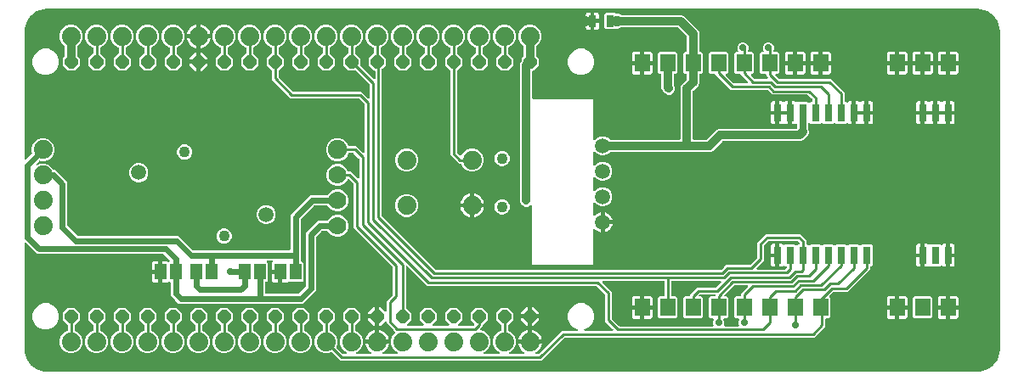
<source format=gbr>
G04 EAGLE Gerber RS-274X export*
G75*
%MOMM*%
%FSLAX34Y34*%
%LPD*%
%INTop Copper*%
%IPPOS*%
%AMOC8*
5,1,8,0,0,1.08239X$1,22.5*%
G01*
%ADD10P,1.415766X8X292.500000*%
%ADD11C,1.778000*%
%ADD12C,1.900000*%
%ADD13C,1.879600*%
%ADD14C,1.508000*%
%ADD15R,1.500000X1.800000*%
%ADD16R,0.780000X1.800000*%
%ADD17R,0.800000X1.200000*%
%ADD18R,1.168400X1.600200*%
%ADD19C,1.500000*%
%ADD20C,0.656400*%
%ADD21C,1.106400*%
%ADD22C,0.200000*%
%ADD23C,0.756400*%
%ADD24C,0.812800*%
%ADD25C,0.609600*%
%ADD26C,0.706400*%
%ADD27C,0.254000*%
%ADD28C,0.700000*%

G36*
X952542Y3007D02*
X952542Y3007D01*
X952578Y3004D01*
X955926Y3267D01*
X956066Y3299D01*
X956156Y3313D01*
X962524Y5382D01*
X962526Y5383D01*
X962528Y5383D01*
X962560Y5399D01*
X962777Y5506D01*
X962790Y5517D01*
X962803Y5524D01*
X968219Y9460D01*
X968221Y9461D01*
X968223Y9462D01*
X968248Y9487D01*
X968422Y9656D01*
X968430Y9670D01*
X968440Y9681D01*
X972376Y15097D01*
X972377Y15099D01*
X972379Y15101D01*
X972395Y15132D01*
X972508Y15347D01*
X972511Y15363D01*
X972518Y15376D01*
X974587Y21744D01*
X974602Y21832D01*
X974602Y21833D01*
X974612Y21885D01*
X974633Y21974D01*
X974896Y25322D01*
X974894Y25363D01*
X974899Y25400D01*
X974899Y342900D01*
X974893Y342942D01*
X974896Y342978D01*
X974633Y346326D01*
X974601Y346466D01*
X974587Y346556D01*
X972518Y352924D01*
X972517Y352926D01*
X972517Y352928D01*
X972501Y352960D01*
X972394Y353177D01*
X972383Y353190D01*
X972376Y353203D01*
X968440Y358619D01*
X968439Y358621D01*
X968438Y358623D01*
X968413Y358648D01*
X968244Y358822D01*
X968230Y358830D01*
X968219Y358840D01*
X962803Y362776D01*
X962801Y362777D01*
X962799Y362779D01*
X962768Y362795D01*
X962553Y362908D01*
X962537Y362911D01*
X962524Y362918D01*
X956156Y364987D01*
X956015Y365012D01*
X955926Y365033D01*
X952578Y365296D01*
X952537Y365294D01*
X952500Y365299D01*
X25400Y365299D01*
X25358Y365293D01*
X25322Y365296D01*
X21974Y365033D01*
X21834Y365001D01*
X21744Y364987D01*
X15376Y362918D01*
X15374Y362917D01*
X15372Y362917D01*
X15340Y362901D01*
X15123Y362794D01*
X15110Y362783D01*
X15097Y362776D01*
X9681Y358840D01*
X9679Y358839D01*
X9677Y358838D01*
X9652Y358813D01*
X9478Y358644D01*
X9470Y358630D01*
X9460Y358619D01*
X5524Y353203D01*
X5523Y353201D01*
X5521Y353199D01*
X5505Y353168D01*
X5392Y352953D01*
X5389Y352937D01*
X5382Y352924D01*
X3313Y346556D01*
X3288Y346415D01*
X3267Y346326D01*
X3004Y342979D01*
X3006Y342937D01*
X3001Y342900D01*
X3001Y215753D01*
X3005Y215721D01*
X3003Y215689D01*
X3025Y215582D01*
X3041Y215474D01*
X3054Y215445D01*
X3060Y215413D01*
X3112Y215316D01*
X3157Y215217D01*
X3178Y215193D01*
X3193Y215164D01*
X3269Y215086D01*
X3340Y215003D01*
X3367Y214985D01*
X3390Y214962D01*
X3485Y214908D01*
X3576Y214848D01*
X3607Y214839D01*
X3635Y214823D01*
X3742Y214798D01*
X3846Y214766D01*
X3878Y214765D01*
X3909Y214758D01*
X4019Y214764D01*
X4128Y214762D01*
X4159Y214771D01*
X4191Y214772D01*
X4294Y214808D01*
X4400Y214837D01*
X4427Y214854D01*
X4458Y214865D01*
X4531Y214918D01*
X4640Y214985D01*
X4672Y215021D01*
X4707Y215047D01*
X10302Y220642D01*
X10308Y220650D01*
X10316Y220656D01*
X10393Y220763D01*
X10472Y220868D01*
X10475Y220877D01*
X10481Y220885D01*
X10524Y221008D01*
X10571Y221132D01*
X10572Y221141D01*
X10575Y221150D01*
X10583Y221282D01*
X10593Y221413D01*
X10591Y221422D01*
X10592Y221432D01*
X10573Y221507D01*
X10535Y221689D01*
X10524Y221710D01*
X10519Y221731D01*
X10191Y222523D01*
X10191Y227057D01*
X11927Y231247D01*
X15133Y234453D01*
X19323Y236189D01*
X23857Y236189D01*
X28047Y234453D01*
X31253Y231247D01*
X32989Y227057D01*
X32989Y222523D01*
X31253Y218333D01*
X28047Y215127D01*
X23857Y213391D01*
X19323Y213391D01*
X18531Y213719D01*
X18522Y213721D01*
X18514Y213726D01*
X18385Y213757D01*
X18258Y213789D01*
X18249Y213789D01*
X18240Y213791D01*
X18107Y213784D01*
X17976Y213780D01*
X17967Y213777D01*
X17958Y213777D01*
X17833Y213733D01*
X17708Y213693D01*
X17700Y213687D01*
X17691Y213684D01*
X17629Y213639D01*
X17475Y213534D01*
X17460Y213515D01*
X17442Y213502D01*
X15033Y211093D01*
X14980Y211023D01*
X14921Y210960D01*
X14896Y210911D01*
X14863Y210867D01*
X14833Y210786D01*
X14793Y210708D01*
X14783Y210654D01*
X14764Y210603D01*
X14757Y210517D01*
X14741Y210431D01*
X14746Y210377D01*
X14742Y210322D01*
X14760Y210237D01*
X14768Y210151D01*
X14788Y210100D01*
X14800Y210046D01*
X14840Y209969D01*
X14872Y209889D01*
X14906Y209845D01*
X14932Y209797D01*
X14993Y209735D01*
X15046Y209666D01*
X15090Y209634D01*
X15129Y209595D01*
X15204Y209552D01*
X15275Y209501D01*
X15326Y209483D01*
X15374Y209456D01*
X15459Y209436D01*
X15540Y209407D01*
X15595Y209403D01*
X15649Y209391D01*
X15735Y209395D01*
X15822Y209390D01*
X15871Y209402D01*
X15930Y209405D01*
X16038Y209442D01*
X16121Y209463D01*
X19323Y210789D01*
X23857Y210789D01*
X28047Y209053D01*
X31253Y205847D01*
X31581Y205056D01*
X31586Y205047D01*
X31588Y205038D01*
X31658Y204926D01*
X31725Y204813D01*
X31732Y204806D01*
X31737Y204798D01*
X31835Y204710D01*
X31930Y204620D01*
X31939Y204616D01*
X31946Y204609D01*
X32064Y204552D01*
X32182Y204492D01*
X32191Y204490D01*
X32200Y204486D01*
X32276Y204474D01*
X32459Y204440D01*
X32483Y204442D01*
X32504Y204439D01*
X33841Y204439D01*
X45689Y192591D01*
X45689Y149825D01*
X45697Y149767D01*
X45697Y149763D01*
X45698Y149757D01*
X45702Y149730D01*
X45707Y149634D01*
X45722Y149591D01*
X45729Y149546D01*
X45768Y149458D01*
X45800Y149368D01*
X45825Y149333D01*
X45845Y149289D01*
X45928Y149192D01*
X45981Y149119D01*
X55933Y139167D01*
X56009Y139110D01*
X56081Y139045D01*
X56122Y139025D01*
X56158Y138998D01*
X56248Y138964D01*
X56335Y138922D01*
X56377Y138916D01*
X56422Y138899D01*
X56550Y138889D01*
X56639Y138875D01*
X156555Y138875D01*
X170709Y124721D01*
X170785Y124664D01*
X170857Y124599D01*
X170898Y124579D01*
X170934Y124552D01*
X171024Y124518D01*
X171111Y124476D01*
X171153Y124470D01*
X171198Y124453D01*
X171326Y124443D01*
X171415Y124429D01*
X267002Y124429D01*
X267066Y124438D01*
X267130Y124437D01*
X267205Y124458D01*
X267281Y124469D01*
X267340Y124495D01*
X267402Y124512D01*
X267468Y124553D01*
X267538Y124585D01*
X267587Y124627D01*
X267642Y124660D01*
X267694Y124718D01*
X267752Y124768D01*
X267788Y124822D01*
X267831Y124870D01*
X267864Y124939D01*
X267907Y125004D01*
X267926Y125066D01*
X267954Y125123D01*
X267965Y125193D01*
X267989Y125274D01*
X267990Y125359D01*
X268001Y125428D01*
X268001Y159571D01*
X287469Y179039D01*
X304596Y179039D01*
X304605Y179040D01*
X304614Y179039D01*
X304744Y179060D01*
X304875Y179079D01*
X304883Y179082D01*
X304893Y179084D01*
X305012Y179141D01*
X305132Y179195D01*
X305139Y179201D01*
X305147Y179205D01*
X305246Y179293D01*
X305346Y179378D01*
X305351Y179386D01*
X305358Y179392D01*
X305398Y179457D01*
X305500Y179614D01*
X305507Y179637D01*
X305519Y179656D01*
X305727Y180159D01*
X308791Y183223D01*
X312794Y184881D01*
X317126Y184881D01*
X321129Y183223D01*
X324193Y180159D01*
X325851Y176156D01*
X325851Y171824D01*
X324193Y167821D01*
X321129Y164757D01*
X317126Y163099D01*
X312794Y163099D01*
X308791Y164757D01*
X305727Y167821D01*
X305519Y168324D01*
X305514Y168333D01*
X305511Y168342D01*
X305442Y168454D01*
X305375Y168567D01*
X305368Y168574D01*
X305363Y168582D01*
X305265Y168670D01*
X305169Y168760D01*
X305161Y168764D01*
X305154Y168771D01*
X305035Y168828D01*
X304918Y168888D01*
X304909Y168890D01*
X304900Y168894D01*
X304824Y168906D01*
X304641Y168940D01*
X304617Y168938D01*
X304596Y168941D01*
X292065Y168941D01*
X291970Y168928D01*
X291874Y168923D01*
X291831Y168908D01*
X291786Y168901D01*
X291698Y168862D01*
X291608Y168830D01*
X291573Y168805D01*
X291529Y168785D01*
X291432Y168702D01*
X291359Y168649D01*
X278391Y155681D01*
X278334Y155605D01*
X278269Y155533D01*
X278249Y155492D01*
X278222Y155456D01*
X278188Y155366D01*
X278146Y155279D01*
X278140Y155237D01*
X278123Y155192D01*
X278113Y155064D01*
X278099Y154975D01*
X278099Y113871D01*
X278107Y113811D01*
X278107Y113790D01*
X278108Y113787D01*
X278107Y113743D01*
X278128Y113668D01*
X278139Y113592D01*
X278165Y113533D01*
X278182Y113471D01*
X278223Y113405D01*
X278255Y113335D01*
X278297Y113286D01*
X278330Y113231D01*
X278388Y113179D01*
X278438Y113121D01*
X278492Y113085D01*
X278540Y113042D01*
X278609Y113009D01*
X278674Y112966D01*
X278736Y112947D01*
X278793Y112919D01*
X278863Y112908D01*
X278944Y112884D01*
X279029Y112883D01*
X279098Y112872D01*
X279721Y112872D01*
X280893Y111700D01*
X280893Y94040D01*
X279721Y92868D01*
X266334Y92868D01*
X266289Y92902D01*
X266219Y92928D01*
X266153Y92964D01*
X266088Y92978D01*
X266025Y93002D01*
X265951Y93007D01*
X265877Y93023D01*
X265811Y93018D01*
X265744Y93023D01*
X265671Y93008D01*
X265596Y93003D01*
X265539Y92981D01*
X265468Y92966D01*
X265382Y92920D01*
X265309Y92892D01*
X264633Y92501D01*
X263987Y92328D01*
X259809Y92328D01*
X259809Y101870D01*
X259800Y101934D01*
X259801Y101998D01*
X259780Y102072D01*
X259769Y102149D01*
X259743Y102208D01*
X259726Y102270D01*
X259685Y102336D01*
X259653Y102406D01*
X259611Y102455D01*
X259578Y102510D01*
X259520Y102561D01*
X259470Y102620D01*
X259416Y102656D01*
X259368Y102699D01*
X259299Y102732D01*
X259234Y102775D01*
X259172Y102794D01*
X259115Y102822D01*
X259045Y102832D01*
X258964Y102857D01*
X258879Y102858D01*
X258810Y102869D01*
X257809Y102869D01*
X257809Y103870D01*
X257800Y103934D01*
X257801Y103998D01*
X257780Y104073D01*
X257769Y104149D01*
X257743Y104208D01*
X257726Y104270D01*
X257685Y104336D01*
X257653Y104406D01*
X257611Y104455D01*
X257578Y104510D01*
X257520Y104562D01*
X257470Y104620D01*
X257416Y104656D01*
X257368Y104699D01*
X257299Y104732D01*
X257234Y104775D01*
X257172Y104794D01*
X257114Y104822D01*
X257045Y104832D01*
X256964Y104857D01*
X256879Y104858D01*
X256810Y104869D01*
X249427Y104869D01*
X249427Y111206D01*
X249600Y111852D01*
X249935Y112431D01*
X250129Y112625D01*
X250149Y112651D01*
X250173Y112672D01*
X250233Y112764D01*
X250299Y112851D01*
X250310Y112881D01*
X250328Y112908D01*
X250360Y113013D01*
X250398Y113115D01*
X250401Y113147D01*
X250410Y113178D01*
X250411Y113287D01*
X250420Y113396D01*
X250413Y113428D01*
X250414Y113460D01*
X250385Y113565D01*
X250362Y113672D01*
X250347Y113701D01*
X250339Y113732D01*
X250281Y113825D01*
X250230Y113921D01*
X250207Y113944D01*
X250190Y113972D01*
X250109Y114045D01*
X250033Y114123D01*
X250005Y114139D01*
X249981Y114161D01*
X249883Y114208D01*
X249788Y114262D01*
X249756Y114270D01*
X249727Y114284D01*
X249638Y114298D01*
X249513Y114327D01*
X249465Y114325D01*
X249423Y114331D01*
X245114Y114331D01*
X245082Y114327D01*
X245049Y114329D01*
X244943Y114307D01*
X244834Y114291D01*
X244805Y114278D01*
X244773Y114272D01*
X244677Y114220D01*
X244577Y114175D01*
X244553Y114154D01*
X244524Y114139D01*
X244446Y114063D01*
X244363Y113992D01*
X244345Y113965D01*
X244322Y113942D01*
X244269Y113847D01*
X244209Y113756D01*
X244199Y113725D01*
X244183Y113697D01*
X244158Y113591D01*
X244126Y113486D01*
X244126Y113454D01*
X244118Y113423D01*
X244124Y113313D01*
X244123Y113204D01*
X244131Y113173D01*
X244133Y113141D01*
X244169Y113038D01*
X244198Y112932D01*
X244215Y112905D01*
X244225Y112874D01*
X244279Y112801D01*
X244346Y112692D01*
X244382Y112660D01*
X244407Y112625D01*
X245333Y111700D01*
X245333Y94040D01*
X244161Y92868D01*
X243538Y92868D01*
X243474Y92859D01*
X243410Y92860D01*
X243335Y92839D01*
X243259Y92828D01*
X243200Y92802D01*
X243138Y92785D01*
X243072Y92744D01*
X243002Y92712D01*
X242953Y92670D01*
X242898Y92637D01*
X242846Y92579D01*
X242788Y92529D01*
X242752Y92475D01*
X242709Y92427D01*
X242676Y92358D01*
X242633Y92293D01*
X242614Y92231D01*
X242586Y92174D01*
X242575Y92104D01*
X242551Y92023D01*
X242550Y91938D01*
X242539Y91869D01*
X242539Y82248D01*
X242548Y82184D01*
X242547Y82120D01*
X242568Y82045D01*
X242579Y81969D01*
X242605Y81910D01*
X242622Y81848D01*
X242663Y81782D01*
X242695Y81712D01*
X242737Y81663D01*
X242770Y81608D01*
X242828Y81556D01*
X242878Y81498D01*
X242932Y81462D01*
X242980Y81419D01*
X243049Y81386D01*
X243114Y81343D01*
X243176Y81324D01*
X243233Y81296D01*
X243303Y81285D01*
X243384Y81261D01*
X243469Y81260D01*
X243538Y81249D01*
X275625Y81249D01*
X275720Y81262D01*
X275816Y81267D01*
X275859Y81282D01*
X275904Y81289D01*
X275992Y81328D01*
X276082Y81360D01*
X276117Y81385D01*
X276161Y81405D01*
X276258Y81488D01*
X276331Y81541D01*
X282949Y88159D01*
X283006Y88235D01*
X283071Y88307D01*
X283091Y88348D01*
X283118Y88384D01*
X283152Y88474D01*
X283194Y88561D01*
X283200Y88603D01*
X283217Y88648D01*
X283227Y88775D01*
X283229Y88782D01*
X283229Y88789D01*
X283241Y88865D01*
X283241Y141791D01*
X295089Y153639D01*
X304596Y153639D01*
X304605Y153640D01*
X304614Y153639D01*
X304744Y153660D01*
X304875Y153679D01*
X304883Y153682D01*
X304893Y153684D01*
X305012Y153741D01*
X305132Y153795D01*
X305139Y153801D01*
X305147Y153805D01*
X305246Y153893D01*
X305346Y153978D01*
X305351Y153986D01*
X305358Y153992D01*
X305398Y154058D01*
X305500Y154214D01*
X305507Y154237D01*
X305519Y154256D01*
X305727Y154759D01*
X308791Y157823D01*
X312794Y159481D01*
X317126Y159481D01*
X321129Y157823D01*
X324193Y154759D01*
X325851Y150756D01*
X325851Y146424D01*
X324193Y142421D01*
X321129Y139357D01*
X317126Y137699D01*
X312794Y137699D01*
X308791Y139357D01*
X305727Y142421D01*
X305519Y142924D01*
X305514Y142933D01*
X305511Y142942D01*
X305442Y143054D01*
X305375Y143167D01*
X305368Y143174D01*
X305363Y143182D01*
X305265Y143270D01*
X305169Y143360D01*
X305161Y143364D01*
X305154Y143371D01*
X305035Y143428D01*
X304918Y143488D01*
X304909Y143490D01*
X304900Y143494D01*
X304824Y143506D01*
X304641Y143540D01*
X304617Y143538D01*
X304596Y143541D01*
X299685Y143541D01*
X299590Y143528D01*
X299494Y143523D01*
X299451Y143508D01*
X299406Y143501D01*
X299318Y143462D01*
X299228Y143430D01*
X299193Y143405D01*
X299149Y143385D01*
X299052Y143302D01*
X298979Y143249D01*
X293631Y137901D01*
X293574Y137825D01*
X293509Y137753D01*
X293489Y137712D01*
X293462Y137676D01*
X293428Y137586D01*
X293386Y137499D01*
X293380Y137457D01*
X293363Y137412D01*
X293353Y137284D01*
X293339Y137195D01*
X293339Y84269D01*
X280221Y71151D01*
X156659Y71151D01*
X153409Y74401D01*
X148621Y79189D01*
X148621Y91869D01*
X148612Y91933D01*
X148613Y91997D01*
X148592Y92072D01*
X148581Y92148D01*
X148555Y92207D01*
X148538Y92269D01*
X148497Y92335D01*
X148465Y92405D01*
X148423Y92454D01*
X148390Y92509D01*
X148332Y92561D01*
X148282Y92619D01*
X148228Y92655D01*
X148180Y92698D01*
X148111Y92731D01*
X148046Y92774D01*
X147984Y92793D01*
X147927Y92821D01*
X147857Y92832D01*
X147776Y92856D01*
X147691Y92857D01*
X147622Y92868D01*
X146954Y92868D01*
X146909Y92902D01*
X146839Y92928D01*
X146773Y92964D01*
X146708Y92978D01*
X146645Y93002D01*
X146571Y93007D01*
X146497Y93023D01*
X146431Y93018D01*
X146364Y93023D01*
X146291Y93008D01*
X146216Y93003D01*
X146159Y92981D01*
X146088Y92966D01*
X146002Y92920D01*
X145929Y92892D01*
X145253Y92501D01*
X144607Y92328D01*
X140429Y92328D01*
X140429Y101870D01*
X140420Y101934D01*
X140421Y101998D01*
X140400Y102072D01*
X140389Y102149D01*
X140363Y102208D01*
X140346Y102270D01*
X140305Y102336D01*
X140273Y102406D01*
X140231Y102455D01*
X140198Y102510D01*
X140140Y102561D01*
X140090Y102620D01*
X140036Y102656D01*
X139988Y102699D01*
X139919Y102732D01*
X139854Y102775D01*
X139792Y102794D01*
X139735Y102822D01*
X139665Y102832D01*
X139584Y102857D01*
X139499Y102858D01*
X139430Y102869D01*
X138429Y102869D01*
X138429Y102871D01*
X139430Y102871D01*
X139494Y102880D01*
X139558Y102879D01*
X139633Y102900D01*
X139709Y102911D01*
X139768Y102937D01*
X139830Y102954D01*
X139896Y102995D01*
X139966Y103027D01*
X140015Y103069D01*
X140070Y103102D01*
X140122Y103160D01*
X140180Y103210D01*
X140216Y103264D01*
X140259Y103312D01*
X140292Y103381D01*
X140335Y103446D01*
X140354Y103508D01*
X140382Y103566D01*
X140392Y103635D01*
X140417Y103716D01*
X140418Y103801D01*
X140429Y103870D01*
X140429Y113412D01*
X144607Y113412D01*
X145253Y113239D01*
X145929Y112848D01*
X145998Y112820D01*
X146063Y112784D01*
X146128Y112768D01*
X146190Y112743D01*
X146265Y112736D01*
X146338Y112719D01*
X146404Y112722D01*
X146471Y112715D01*
X146545Y112729D01*
X146619Y112733D01*
X146683Y112755D01*
X146748Y112767D01*
X146815Y112801D01*
X146886Y112825D01*
X146935Y112862D01*
X147000Y112894D01*
X147005Y112899D01*
X147095Y112912D01*
X147124Y112925D01*
X147156Y112931D01*
X147252Y112983D01*
X147352Y113028D01*
X147377Y113049D01*
X147405Y113064D01*
X147483Y113140D01*
X147566Y113211D01*
X147584Y113238D01*
X147607Y113261D01*
X147661Y113356D01*
X147721Y113447D01*
X147730Y113478D01*
X147746Y113506D01*
X147771Y113613D01*
X147803Y113717D01*
X147804Y113749D01*
X147811Y113780D01*
X147805Y113890D01*
X147807Y113999D01*
X147798Y114030D01*
X147797Y114062D01*
X147761Y114165D01*
X147732Y114271D01*
X147715Y114298D01*
X147704Y114329D01*
X147651Y114402D01*
X147584Y114511D01*
X147548Y114543D01*
X147522Y114578D01*
X141711Y120389D01*
X141634Y120446D01*
X141563Y120511D01*
X141522Y120531D01*
X141486Y120558D01*
X141396Y120592D01*
X141309Y120634D01*
X141267Y120640D01*
X141222Y120657D01*
X141094Y120667D01*
X141005Y120681D01*
X15579Y120681D01*
X12329Y123931D01*
X4707Y131554D01*
X4681Y131573D01*
X4660Y131598D01*
X4568Y131658D01*
X4481Y131723D01*
X4451Y131734D01*
X4424Y131752D01*
X4319Y131784D01*
X4217Y131823D01*
X4185Y131825D01*
X4154Y131834D01*
X4045Y131836D01*
X3936Y131844D01*
X3904Y131838D01*
X3872Y131838D01*
X3767Y131809D01*
X3660Y131787D01*
X3631Y131772D01*
X3600Y131763D01*
X3507Y131706D01*
X3411Y131654D01*
X3388Y131632D01*
X3360Y131615D01*
X3287Y131534D01*
X3209Y131457D01*
X3193Y131429D01*
X3171Y131406D01*
X3124Y131307D01*
X3070Y131212D01*
X3062Y131181D01*
X3048Y131152D01*
X3034Y131062D01*
X3005Y130938D01*
X3007Y130889D01*
X3001Y130847D01*
X3001Y25400D01*
X3007Y25358D01*
X3004Y25322D01*
X3267Y21974D01*
X3299Y21834D01*
X3313Y21744D01*
X5382Y15376D01*
X5383Y15374D01*
X5383Y15372D01*
X5399Y15340D01*
X5506Y15123D01*
X5517Y15110D01*
X5524Y15097D01*
X9460Y9681D01*
X9461Y9679D01*
X9462Y9677D01*
X9487Y9652D01*
X9656Y9478D01*
X9670Y9470D01*
X9681Y9460D01*
X15097Y5524D01*
X15099Y5523D01*
X15101Y5521D01*
X15132Y5505D01*
X15347Y5392D01*
X15363Y5389D01*
X15376Y5382D01*
X21744Y3313D01*
X21885Y3288D01*
X21974Y3267D01*
X25322Y3004D01*
X25363Y3006D01*
X25400Y3001D01*
X952500Y3001D01*
X952542Y3007D01*
G37*
%LPC*%
G36*
X317617Y14307D02*
X317617Y14307D01*
X315409Y16516D01*
X309456Y22469D01*
X309448Y22475D01*
X309442Y22482D01*
X309336Y22559D01*
X309230Y22638D01*
X309221Y22642D01*
X309213Y22647D01*
X309090Y22691D01*
X308966Y22738D01*
X308957Y22738D01*
X308948Y22742D01*
X308816Y22749D01*
X308685Y22760D01*
X308676Y22758D01*
X308666Y22758D01*
X308591Y22740D01*
X308409Y22702D01*
X308388Y22691D01*
X308367Y22686D01*
X305797Y21621D01*
X301263Y21621D01*
X297073Y23357D01*
X293867Y26563D01*
X292131Y30753D01*
X292131Y35287D01*
X293867Y39477D01*
X297073Y42683D01*
X299642Y43748D01*
X299651Y43752D01*
X299660Y43755D01*
X299772Y43824D01*
X299885Y43891D01*
X299892Y43898D01*
X299900Y43903D01*
X299988Y44001D01*
X300078Y44097D01*
X300082Y44105D01*
X300089Y44112D01*
X300146Y44231D01*
X300206Y44348D01*
X300208Y44358D01*
X300212Y44366D01*
X300224Y44442D01*
X300258Y44625D01*
X300256Y44649D01*
X300259Y44671D01*
X300259Y49198D01*
X300246Y49293D01*
X300241Y49390D01*
X300226Y49433D01*
X300219Y49478D01*
X300180Y49565D01*
X300148Y49656D01*
X300123Y49690D01*
X300103Y49735D01*
X300020Y49832D01*
X299967Y49905D01*
X294989Y54882D01*
X294989Y61958D01*
X299992Y66961D01*
X307068Y66961D01*
X312071Y61958D01*
X312071Y54882D01*
X307093Y49905D01*
X307036Y49828D01*
X306971Y49757D01*
X306951Y49716D01*
X306924Y49679D01*
X306890Y49589D01*
X306848Y49503D01*
X306842Y49461D01*
X306825Y49416D01*
X306815Y49288D01*
X306801Y49198D01*
X306801Y44671D01*
X306802Y44661D01*
X306801Y44652D01*
X306822Y44522D01*
X306841Y44392D01*
X306844Y44383D01*
X306846Y44374D01*
X306903Y44254D01*
X306957Y44135D01*
X306963Y44127D01*
X306967Y44119D01*
X307055Y44020D01*
X307140Y43920D01*
X307148Y43915D01*
X307154Y43908D01*
X307220Y43868D01*
X307376Y43766D01*
X307399Y43759D01*
X307418Y43748D01*
X309987Y42683D01*
X313193Y39477D01*
X314929Y35287D01*
X314929Y30753D01*
X313864Y28183D01*
X313862Y28174D01*
X313857Y28166D01*
X313827Y28037D01*
X313794Y27910D01*
X313795Y27901D01*
X313793Y27892D01*
X313799Y27759D01*
X313803Y27628D01*
X313806Y27619D01*
X313807Y27610D01*
X313850Y27485D01*
X313891Y27360D01*
X313896Y27352D01*
X313899Y27343D01*
X313945Y27281D01*
X314050Y27127D01*
X314068Y27112D01*
X314081Y27094D01*
X320034Y21141D01*
X320111Y21084D01*
X320182Y21019D01*
X320223Y20999D01*
X320260Y20972D01*
X320350Y20938D01*
X320436Y20896D01*
X320478Y20890D01*
X320524Y20873D01*
X320651Y20863D01*
X320741Y20849D01*
X323504Y20849D01*
X323590Y20861D01*
X323677Y20864D01*
X323729Y20881D01*
X323783Y20889D01*
X323862Y20924D01*
X323945Y20951D01*
X323990Y20982D01*
X324040Y21005D01*
X324106Y21061D01*
X324178Y21110D01*
X324213Y21152D01*
X324255Y21188D01*
X324302Y21261D01*
X324357Y21328D01*
X324379Y21378D01*
X324409Y21424D01*
X324434Y21507D01*
X324469Y21587D01*
X324475Y21641D01*
X324491Y21694D01*
X324493Y21781D01*
X324503Y21867D01*
X324494Y21921D01*
X324495Y21976D01*
X324472Y22060D01*
X324458Y22145D01*
X324435Y22195D01*
X324420Y22248D01*
X324374Y22322D01*
X324337Y22400D01*
X324301Y22441D01*
X324272Y22488D01*
X324207Y22546D01*
X324150Y22611D01*
X324106Y22637D01*
X324063Y22677D01*
X323960Y22726D01*
X323887Y22771D01*
X322473Y23357D01*
X319267Y26563D01*
X317531Y30753D01*
X317531Y35287D01*
X319267Y39477D01*
X322473Y42683D01*
X325042Y43748D01*
X325051Y43752D01*
X325060Y43755D01*
X325172Y43824D01*
X325285Y43891D01*
X325292Y43898D01*
X325300Y43903D01*
X325388Y44001D01*
X325478Y44097D01*
X325482Y44105D01*
X325489Y44112D01*
X325546Y44231D01*
X325606Y44348D01*
X325608Y44358D01*
X325612Y44366D01*
X325624Y44442D01*
X325658Y44625D01*
X325656Y44649D01*
X325659Y44671D01*
X325659Y49198D01*
X325646Y49293D01*
X325641Y49390D01*
X325626Y49433D01*
X325619Y49478D01*
X325580Y49565D01*
X325548Y49656D01*
X325523Y49690D01*
X325503Y49735D01*
X325420Y49832D01*
X325367Y49905D01*
X320389Y54882D01*
X320389Y61958D01*
X325392Y66961D01*
X332468Y66961D01*
X337471Y61958D01*
X337471Y54882D01*
X332493Y49905D01*
X332436Y49828D01*
X332371Y49757D01*
X332351Y49716D01*
X332324Y49679D01*
X332290Y49589D01*
X332248Y49503D01*
X332242Y49461D01*
X332225Y49416D01*
X332215Y49288D01*
X332201Y49198D01*
X332201Y44671D01*
X332202Y44661D01*
X332201Y44652D01*
X332222Y44522D01*
X332241Y44392D01*
X332244Y44383D01*
X332246Y44374D01*
X332303Y44254D01*
X332357Y44135D01*
X332363Y44127D01*
X332367Y44119D01*
X332455Y44020D01*
X332540Y43920D01*
X332548Y43915D01*
X332554Y43908D01*
X332620Y43868D01*
X332776Y43766D01*
X332799Y43759D01*
X332818Y43748D01*
X335387Y42683D01*
X338593Y39477D01*
X340329Y35287D01*
X340329Y30753D01*
X338593Y26563D01*
X335387Y23357D01*
X333973Y22771D01*
X333899Y22727D01*
X333820Y22691D01*
X333778Y22655D01*
X333731Y22628D01*
X333671Y22564D01*
X333605Y22508D01*
X333575Y22462D01*
X333538Y22422D01*
X333498Y22345D01*
X333451Y22272D01*
X333435Y22219D01*
X333410Y22170D01*
X333394Y22085D01*
X333369Y22002D01*
X333368Y21947D01*
X333358Y21893D01*
X333366Y21807D01*
X333365Y21720D01*
X333379Y21667D01*
X333385Y21613D01*
X333417Y21532D01*
X333440Y21448D01*
X333469Y21401D01*
X333489Y21351D01*
X333542Y21282D01*
X333588Y21208D01*
X333629Y21172D01*
X333663Y21128D01*
X333733Y21077D01*
X333797Y21019D01*
X333847Y20995D01*
X333891Y20963D01*
X333973Y20934D01*
X334051Y20896D01*
X334102Y20888D01*
X334157Y20869D01*
X334271Y20862D01*
X334356Y20849D01*
X347758Y20849D01*
X347805Y20855D01*
X347853Y20853D01*
X347944Y20875D01*
X348037Y20889D01*
X348081Y20908D01*
X348127Y20919D01*
X348209Y20966D01*
X348294Y21005D01*
X348330Y21036D01*
X348372Y21060D01*
X348437Y21127D01*
X348508Y21188D01*
X348535Y21228D01*
X348568Y21262D01*
X348611Y21345D01*
X348663Y21424D01*
X348677Y21470D01*
X348699Y21512D01*
X348718Y21604D01*
X348745Y21694D01*
X348746Y21742D01*
X348755Y21788D01*
X348748Y21882D01*
X348749Y21976D01*
X348736Y22022D01*
X348732Y22069D01*
X348699Y22157D01*
X348674Y22248D01*
X348649Y22288D01*
X348632Y22333D01*
X348575Y22408D01*
X348526Y22488D01*
X348490Y22520D01*
X348461Y22558D01*
X348395Y22606D01*
X348316Y22677D01*
X348257Y22705D01*
X348212Y22738D01*
X348073Y22809D01*
X346552Y23914D01*
X345224Y25242D01*
X344119Y26763D01*
X343266Y28437D01*
X342685Y30224D01*
X342559Y31021D01*
X353330Y31021D01*
X353393Y31030D01*
X353458Y31029D01*
X353532Y31050D01*
X353609Y31061D01*
X353668Y31087D01*
X353730Y31104D01*
X353796Y31145D01*
X353866Y31177D01*
X353915Y31219D01*
X353970Y31252D01*
X354021Y31310D01*
X354080Y31360D01*
X354116Y31414D01*
X354159Y31462D01*
X354192Y31531D01*
X354235Y31596D01*
X354254Y31658D01*
X354282Y31715D01*
X354292Y31785D01*
X354317Y31866D01*
X354318Y31951D01*
X354329Y32020D01*
X354329Y33021D01*
X354331Y33021D01*
X354331Y32020D01*
X354340Y31956D01*
X354339Y31892D01*
X354360Y31817D01*
X354371Y31741D01*
X354397Y31682D01*
X354414Y31620D01*
X354455Y31554D01*
X354487Y31484D01*
X354529Y31435D01*
X354562Y31380D01*
X354620Y31328D01*
X354670Y31270D01*
X354724Y31234D01*
X354772Y31191D01*
X354841Y31158D01*
X354906Y31115D01*
X354968Y31096D01*
X355026Y31068D01*
X355095Y31057D01*
X355176Y31033D01*
X355261Y31032D01*
X355330Y31021D01*
X366101Y31021D01*
X365975Y30224D01*
X365394Y28437D01*
X364541Y26763D01*
X363436Y25242D01*
X362108Y23914D01*
X360587Y22809D01*
X360448Y22738D01*
X360409Y22711D01*
X360366Y22691D01*
X360295Y22630D01*
X360218Y22576D01*
X360188Y22539D01*
X360152Y22508D01*
X360100Y22429D01*
X360041Y22356D01*
X360023Y22312D01*
X359997Y22272D01*
X359970Y22182D01*
X359934Y22095D01*
X359929Y22048D01*
X359915Y22002D01*
X359913Y21908D01*
X359903Y21815D01*
X359912Y21768D01*
X359911Y21720D01*
X359936Y21630D01*
X359952Y21537D01*
X359973Y21494D01*
X359986Y21448D01*
X360036Y21368D01*
X360077Y21284D01*
X360109Y21249D01*
X360134Y21208D01*
X360204Y21145D01*
X360267Y21076D01*
X360308Y21051D01*
X360344Y21019D01*
X360428Y20978D01*
X360508Y20930D01*
X360554Y20917D01*
X360597Y20896D01*
X360679Y20884D01*
X360781Y20856D01*
X360846Y20857D01*
X360902Y20849D01*
X374304Y20849D01*
X374390Y20861D01*
X374477Y20864D01*
X374529Y20881D01*
X374583Y20889D01*
X374662Y20924D01*
X374745Y20951D01*
X374790Y20982D01*
X374840Y21005D01*
X374906Y21061D01*
X374978Y21110D01*
X375013Y21152D01*
X375055Y21188D01*
X375102Y21261D01*
X375157Y21328D01*
X375179Y21378D01*
X375209Y21424D01*
X375234Y21507D01*
X375269Y21587D01*
X375275Y21641D01*
X375291Y21694D01*
X375293Y21781D01*
X375303Y21867D01*
X375294Y21921D01*
X375295Y21976D01*
X375272Y22060D01*
X375258Y22145D01*
X375235Y22195D01*
X375220Y22248D01*
X375174Y22322D01*
X375137Y22400D01*
X375101Y22441D01*
X375072Y22488D01*
X375007Y22546D01*
X374950Y22611D01*
X374906Y22637D01*
X374863Y22677D01*
X374760Y22726D01*
X374687Y22771D01*
X373273Y23357D01*
X370067Y26563D01*
X368331Y30753D01*
X368331Y35287D01*
X370067Y39477D01*
X372461Y41871D01*
X372499Y41922D01*
X372545Y41967D01*
X372583Y42034D01*
X372630Y42096D01*
X372652Y42156D01*
X372684Y42212D01*
X372702Y42288D01*
X372729Y42360D01*
X372734Y42424D01*
X372749Y42487D01*
X372745Y42564D01*
X372751Y42641D01*
X372738Y42704D01*
X372735Y42769D01*
X372709Y42842D01*
X372694Y42917D01*
X372663Y42974D01*
X372642Y43035D01*
X372601Y43092D01*
X372561Y43166D01*
X372502Y43227D01*
X372461Y43284D01*
X370833Y44912D01*
X370832Y44912D01*
X363759Y51985D01*
X363759Y52595D01*
X363755Y52627D01*
X363757Y52659D01*
X363735Y52766D01*
X363719Y52874D01*
X363706Y52903D01*
X363700Y52935D01*
X363648Y53031D01*
X363603Y53131D01*
X363582Y53155D01*
X363567Y53184D01*
X363491Y53262D01*
X363420Y53345D01*
X363393Y53363D01*
X363370Y53386D01*
X363275Y53440D01*
X363184Y53500D01*
X363153Y53509D01*
X363125Y53525D01*
X363018Y53550D01*
X362914Y53582D01*
X362882Y53583D01*
X362851Y53590D01*
X362741Y53584D01*
X362632Y53586D01*
X362601Y53577D01*
X362569Y53576D01*
X362466Y53540D01*
X362360Y53511D01*
X362333Y53494D01*
X362302Y53483D01*
X362229Y53430D01*
X362120Y53362D01*
X362088Y53326D01*
X362053Y53301D01*
X358091Y49339D01*
X356329Y49339D01*
X356329Y57420D01*
X356320Y57483D01*
X356321Y57548D01*
X356300Y57622D01*
X356289Y57699D01*
X356263Y57758D01*
X356246Y57820D01*
X356205Y57886D01*
X356173Y57956D01*
X356131Y58005D01*
X356098Y58060D01*
X356040Y58111D01*
X355990Y58170D01*
X355936Y58206D01*
X355888Y58249D01*
X355819Y58282D01*
X355754Y58325D01*
X355692Y58344D01*
X355635Y58372D01*
X355565Y58382D01*
X355484Y58407D01*
X355399Y58408D01*
X355330Y58419D01*
X354329Y58419D01*
X354329Y58421D01*
X355330Y58421D01*
X355394Y58430D01*
X355458Y58429D01*
X355533Y58450D01*
X355609Y58461D01*
X355668Y58487D01*
X355730Y58504D01*
X355796Y58545D01*
X355866Y58577D01*
X355915Y58619D01*
X355970Y58652D01*
X356022Y58710D01*
X356080Y58760D01*
X356116Y58814D01*
X356159Y58862D01*
X356192Y58931D01*
X356235Y58996D01*
X356254Y59058D01*
X356282Y59116D01*
X356292Y59185D01*
X356317Y59266D01*
X356318Y59351D01*
X356329Y59420D01*
X356329Y67501D01*
X358091Y67501D01*
X362053Y63539D01*
X362079Y63519D01*
X362100Y63495D01*
X362192Y63435D01*
X362279Y63369D01*
X362309Y63358D01*
X362336Y63340D01*
X362441Y63308D01*
X362543Y63270D01*
X362575Y63267D01*
X362606Y63258D01*
X362715Y63256D01*
X362824Y63248D01*
X362856Y63255D01*
X362888Y63254D01*
X362993Y63283D01*
X363100Y63306D01*
X363129Y63321D01*
X363160Y63329D01*
X363253Y63387D01*
X363349Y63438D01*
X363372Y63461D01*
X363400Y63478D01*
X363473Y63559D01*
X363551Y63635D01*
X363567Y63663D01*
X363589Y63687D01*
X363636Y63785D01*
X363690Y63880D01*
X363698Y63912D01*
X363712Y63941D01*
X363726Y64030D01*
X363755Y64155D01*
X363753Y64203D01*
X363759Y64245D01*
X363759Y73745D01*
X369563Y79548D01*
X369620Y79625D01*
X369685Y79696D01*
X369705Y79737D01*
X369732Y79774D01*
X369766Y79864D01*
X369808Y79950D01*
X369814Y79992D01*
X369831Y80038D01*
X369841Y80165D01*
X369855Y80255D01*
X369855Y107641D01*
X369842Y107735D01*
X369837Y107832D01*
X369822Y107875D01*
X369815Y107920D01*
X369776Y108007D01*
X369744Y108098D01*
X369719Y108133D01*
X369699Y108177D01*
X369616Y108274D01*
X369563Y108347D01*
X331247Y146662D01*
X331247Y190001D01*
X331234Y190096D01*
X331229Y190192D01*
X331214Y190236D01*
X331207Y190281D01*
X331168Y190368D01*
X331136Y190459D01*
X331111Y190493D01*
X331091Y190537D01*
X331008Y190635D01*
X330955Y190708D01*
X326495Y195168D01*
X326400Y195239D01*
X326308Y195314D01*
X326287Y195323D01*
X326269Y195337D01*
X326158Y195379D01*
X326049Y195426D01*
X326027Y195429D01*
X326005Y195437D01*
X325887Y195446D01*
X325769Y195460D01*
X325747Y195457D01*
X325724Y195458D01*
X325608Y195434D01*
X325491Y195415D01*
X325470Y195405D01*
X325448Y195401D01*
X325343Y195345D01*
X325236Y195294D01*
X325219Y195279D01*
X325199Y195268D01*
X325114Y195186D01*
X325025Y195107D01*
X325014Y195088D01*
X324997Y195072D01*
X324905Y194909D01*
X324865Y194844D01*
X324193Y193221D01*
X321129Y190157D01*
X317126Y188499D01*
X312794Y188499D01*
X308791Y190157D01*
X305727Y193221D01*
X304069Y197224D01*
X304069Y201556D01*
X305727Y205559D01*
X308791Y208623D01*
X312794Y210281D01*
X317126Y210281D01*
X321129Y208623D01*
X324193Y205559D01*
X325138Y203278D01*
X325143Y203269D01*
X325145Y203260D01*
X325214Y203148D01*
X325281Y203035D01*
X325288Y203028D01*
X325293Y203020D01*
X325391Y202932D01*
X325487Y202842D01*
X325496Y202838D01*
X325503Y202831D01*
X325621Y202774D01*
X325739Y202714D01*
X325748Y202712D01*
X325756Y202708D01*
X325832Y202696D01*
X326016Y202662D01*
X326040Y202664D01*
X326061Y202661D01*
X328253Y202661D01*
X334875Y196038D01*
X334901Y196019D01*
X334922Y195994D01*
X335014Y195934D01*
X335101Y195869D01*
X335131Y195857D01*
X335158Y195840D01*
X335263Y195808D01*
X335365Y195769D01*
X335397Y195767D01*
X335428Y195757D01*
X335537Y195756D01*
X335646Y195747D01*
X335678Y195754D01*
X335710Y195754D01*
X335815Y195783D01*
X335922Y195805D01*
X335951Y195820D01*
X335982Y195829D01*
X336075Y195886D01*
X336171Y195938D01*
X336194Y195960D01*
X336222Y195977D01*
X336295Y196058D01*
X336373Y196134D01*
X336389Y196162D01*
X336411Y196186D01*
X336458Y196285D01*
X336512Y196380D01*
X336520Y196411D01*
X336534Y196440D01*
X336548Y196529D01*
X336577Y196654D01*
X336575Y196703D01*
X336581Y196745D01*
X336581Y215401D01*
X336568Y215496D01*
X336563Y215592D01*
X336548Y215636D01*
X336541Y215681D01*
X336502Y215768D01*
X336470Y215859D01*
X336445Y215893D01*
X336425Y215937D01*
X336342Y216035D01*
X336289Y216108D01*
X331170Y221227D01*
X331093Y221284D01*
X331022Y221349D01*
X330981Y221369D01*
X330944Y221396D01*
X330854Y221430D01*
X330768Y221472D01*
X330726Y221478D01*
X330680Y221495D01*
X330553Y221505D01*
X330463Y221519D01*
X326721Y221519D01*
X326712Y221518D01*
X326702Y221519D01*
X326572Y221498D01*
X326442Y221479D01*
X326433Y221476D01*
X326424Y221474D01*
X326305Y221417D01*
X326185Y221363D01*
X326178Y221357D01*
X326169Y221353D01*
X326071Y221265D01*
X325971Y221180D01*
X325966Y221172D01*
X325959Y221166D01*
X325919Y221100D01*
X325816Y220944D01*
X325809Y220921D01*
X325798Y220902D01*
X324710Y218275D01*
X321475Y215040D01*
X317248Y213289D01*
X312672Y213289D01*
X308445Y215040D01*
X305210Y218275D01*
X303459Y222502D01*
X303459Y227078D01*
X305210Y231305D01*
X308445Y234540D01*
X312672Y236291D01*
X317248Y236291D01*
X321475Y234540D01*
X324710Y231305D01*
X325798Y228678D01*
X325803Y228669D01*
X325805Y228660D01*
X325875Y228548D01*
X325942Y228435D01*
X325949Y228428D01*
X325954Y228420D01*
X326052Y228332D01*
X326147Y228242D01*
X326156Y228238D01*
X326163Y228231D01*
X326281Y228174D01*
X326399Y228114D01*
X326408Y228112D01*
X326417Y228108D01*
X326492Y228096D01*
X326676Y228062D01*
X326700Y228064D01*
X326721Y228061D01*
X333587Y228061D01*
X340209Y221438D01*
X340235Y221419D01*
X340256Y221394D01*
X340348Y221334D01*
X340435Y221269D01*
X340465Y221257D01*
X340492Y221240D01*
X340597Y221208D01*
X340699Y221169D01*
X340731Y221167D01*
X340762Y221157D01*
X340871Y221156D01*
X340980Y221147D01*
X341012Y221154D01*
X341044Y221154D01*
X341149Y221183D01*
X341256Y221205D01*
X341285Y221220D01*
X341316Y221229D01*
X341409Y221286D01*
X341505Y221338D01*
X341528Y221360D01*
X341556Y221377D01*
X341629Y221458D01*
X341707Y221534D01*
X341723Y221562D01*
X341745Y221586D01*
X341792Y221685D01*
X341846Y221780D01*
X341854Y221811D01*
X341868Y221840D01*
X341882Y221929D01*
X341911Y222054D01*
X341909Y222103D01*
X341915Y222145D01*
X341915Y270011D01*
X341902Y270106D01*
X341897Y270202D01*
X341882Y270246D01*
X341875Y270291D01*
X341836Y270378D01*
X341804Y270469D01*
X341779Y270503D01*
X341759Y270547D01*
X341676Y270645D01*
X341623Y270718D01*
X336504Y275837D01*
X336427Y275894D01*
X336356Y275959D01*
X336315Y275979D01*
X336278Y276006D01*
X336188Y276040D01*
X336102Y276082D01*
X336060Y276088D01*
X336014Y276105D01*
X335887Y276115D01*
X335797Y276129D01*
X267885Y276129D01*
X249459Y294555D01*
X249459Y303198D01*
X249446Y303293D01*
X249441Y303390D01*
X249426Y303433D01*
X249419Y303478D01*
X249380Y303565D01*
X249348Y303656D01*
X249323Y303690D01*
X249303Y303735D01*
X249220Y303832D01*
X249167Y303905D01*
X244189Y308882D01*
X244189Y315958D01*
X249167Y320935D01*
X249224Y321012D01*
X249289Y321083D01*
X249309Y321124D01*
X249336Y321161D01*
X249370Y321251D01*
X249412Y321337D01*
X249418Y321379D01*
X249435Y321424D01*
X249445Y321552D01*
X249459Y321642D01*
X249459Y326169D01*
X249458Y326179D01*
X249459Y326188D01*
X249438Y326318D01*
X249419Y326448D01*
X249416Y326457D01*
X249414Y326466D01*
X249357Y326586D01*
X249303Y326705D01*
X249297Y326713D01*
X249293Y326721D01*
X249205Y326820D01*
X249120Y326920D01*
X249112Y326925D01*
X249106Y326932D01*
X249040Y326972D01*
X248884Y327074D01*
X248861Y327081D01*
X248842Y327092D01*
X246273Y328157D01*
X243067Y331363D01*
X241331Y335553D01*
X241331Y340087D01*
X243067Y344277D01*
X246273Y347483D01*
X250463Y349219D01*
X254997Y349219D01*
X259187Y347483D01*
X262393Y344277D01*
X264129Y340087D01*
X264129Y335553D01*
X262393Y331363D01*
X259187Y328157D01*
X256618Y327092D01*
X256609Y327088D01*
X256600Y327085D01*
X256488Y327016D01*
X256375Y326949D01*
X256368Y326942D01*
X256360Y326937D01*
X256272Y326839D01*
X256182Y326743D01*
X256178Y326735D01*
X256171Y326728D01*
X256114Y326609D01*
X256054Y326492D01*
X256052Y326482D01*
X256048Y326474D01*
X256036Y326398D01*
X256002Y326215D01*
X256004Y326191D01*
X256001Y326169D01*
X256001Y321642D01*
X256014Y321547D01*
X256019Y321450D01*
X256034Y321407D01*
X256041Y321362D01*
X256080Y321275D01*
X256112Y321184D01*
X256137Y321150D01*
X256157Y321105D01*
X256240Y321008D01*
X256293Y320935D01*
X261271Y315958D01*
X261271Y308882D01*
X256293Y303905D01*
X256236Y303828D01*
X256171Y303757D01*
X256151Y303716D01*
X256124Y303679D01*
X256090Y303589D01*
X256048Y303503D01*
X256042Y303461D01*
X256025Y303416D01*
X256015Y303288D01*
X256001Y303198D01*
X256001Y297679D01*
X256014Y297584D01*
X256019Y297488D01*
X256034Y297444D01*
X256041Y297399D01*
X256080Y297312D01*
X256112Y297221D01*
X256137Y297187D01*
X256157Y297143D01*
X256240Y297045D01*
X256293Y296972D01*
X270302Y282963D01*
X270379Y282906D01*
X270450Y282841D01*
X270491Y282821D01*
X270528Y282794D01*
X270618Y282760D01*
X270704Y282718D01*
X270746Y282712D01*
X270792Y282695D01*
X270919Y282685D01*
X271009Y282671D01*
X338921Y282671D01*
X341129Y280462D01*
X345543Y276048D01*
X345569Y276029D01*
X345590Y276004D01*
X345682Y275944D01*
X345769Y275879D01*
X345799Y275867D01*
X345826Y275850D01*
X345931Y275818D01*
X346033Y275779D01*
X346065Y275777D01*
X346096Y275767D01*
X346205Y275766D01*
X346314Y275757D01*
X346346Y275764D01*
X346378Y275764D01*
X346483Y275793D01*
X346590Y275815D01*
X346619Y275830D01*
X346650Y275839D01*
X346743Y275896D01*
X346839Y275948D01*
X346862Y275970D01*
X346890Y275987D01*
X346963Y276068D01*
X347041Y276144D01*
X347057Y276172D01*
X347079Y276196D01*
X347126Y276295D01*
X347180Y276390D01*
X347188Y276421D01*
X347202Y276450D01*
X347216Y276539D01*
X347245Y276664D01*
X347243Y276713D01*
X347249Y276755D01*
X347249Y289061D01*
X347236Y289156D01*
X347231Y289252D01*
X347216Y289296D01*
X347209Y289341D01*
X347170Y289428D01*
X347138Y289519D01*
X347113Y289553D01*
X347093Y289597D01*
X347010Y289695D01*
X346957Y289768D01*
X333138Y303587D01*
X333061Y303644D01*
X332990Y303709D01*
X332949Y303729D01*
X332912Y303756D01*
X332822Y303790D01*
X332736Y303832D01*
X332694Y303838D01*
X332648Y303855D01*
X332521Y303865D01*
X332431Y303879D01*
X325392Y303879D01*
X320389Y308882D01*
X320389Y315958D01*
X325367Y320935D01*
X325424Y321012D01*
X325489Y321083D01*
X325509Y321124D01*
X325536Y321161D01*
X325570Y321251D01*
X325612Y321337D01*
X325618Y321379D01*
X325635Y321424D01*
X325645Y321552D01*
X325659Y321642D01*
X325659Y326169D01*
X325658Y326179D01*
X325659Y326188D01*
X325638Y326318D01*
X325619Y326448D01*
X325616Y326457D01*
X325614Y326466D01*
X325557Y326586D01*
X325503Y326705D01*
X325497Y326713D01*
X325493Y326721D01*
X325405Y326820D01*
X325320Y326920D01*
X325312Y326925D01*
X325306Y326932D01*
X325240Y326972D01*
X325084Y327074D01*
X325061Y327081D01*
X325042Y327092D01*
X322473Y328157D01*
X319267Y331363D01*
X317531Y335553D01*
X317531Y340087D01*
X319267Y344277D01*
X322473Y347483D01*
X326663Y349219D01*
X331197Y349219D01*
X335387Y347483D01*
X338593Y344277D01*
X340329Y340087D01*
X340329Y335553D01*
X338593Y331363D01*
X335387Y328157D01*
X332818Y327092D01*
X332809Y327088D01*
X332800Y327085D01*
X332688Y327016D01*
X332575Y326949D01*
X332568Y326942D01*
X332560Y326937D01*
X332472Y326839D01*
X332382Y326743D01*
X332378Y326735D01*
X332371Y326728D01*
X332314Y326609D01*
X332254Y326492D01*
X332252Y326482D01*
X332248Y326474D01*
X332236Y326398D01*
X332202Y326215D01*
X332204Y326191D01*
X332201Y326169D01*
X332201Y321642D01*
X332214Y321547D01*
X332219Y321450D01*
X332234Y321407D01*
X332241Y321362D01*
X332280Y321275D01*
X332312Y321184D01*
X332337Y321150D01*
X332357Y321105D01*
X332440Y321008D01*
X332493Y320935D01*
X337471Y315958D01*
X337471Y308919D01*
X337484Y308824D01*
X337489Y308728D01*
X337504Y308684D01*
X337511Y308639D01*
X337550Y308552D01*
X337582Y308461D01*
X337607Y308427D01*
X337627Y308383D01*
X337710Y308285D01*
X337763Y308212D01*
X350877Y295098D01*
X350903Y295079D01*
X350924Y295054D01*
X351016Y294994D01*
X351103Y294929D01*
X351133Y294917D01*
X351160Y294900D01*
X351265Y294868D01*
X351367Y294829D01*
X351399Y294827D01*
X351430Y294817D01*
X351539Y294816D01*
X351648Y294807D01*
X351680Y294814D01*
X351712Y294814D01*
X351817Y294843D01*
X351924Y294865D01*
X351953Y294880D01*
X351984Y294889D01*
X352077Y294946D01*
X352173Y294998D01*
X352196Y295020D01*
X352224Y295037D01*
X352297Y295118D01*
X352375Y295194D01*
X352391Y295222D01*
X352413Y295246D01*
X352460Y295345D01*
X352514Y295440D01*
X352522Y295471D01*
X352536Y295500D01*
X352550Y295589D01*
X352579Y295714D01*
X352577Y295763D01*
X352583Y295805D01*
X352583Y302880D01*
X352574Y302944D01*
X352575Y303008D01*
X352554Y303083D01*
X352543Y303159D01*
X352517Y303218D01*
X352500Y303280D01*
X352459Y303346D01*
X352427Y303416D01*
X352385Y303465D01*
X352352Y303520D01*
X352294Y303572D01*
X352244Y303630D01*
X352190Y303666D01*
X352142Y303709D01*
X352073Y303742D01*
X352008Y303785D01*
X351946Y303804D01*
X351889Y303832D01*
X351819Y303843D01*
X351738Y303867D01*
X351653Y303868D01*
X351584Y303879D01*
X350792Y303879D01*
X345789Y308882D01*
X345789Y315958D01*
X350767Y320935D01*
X350824Y321012D01*
X350889Y321083D01*
X350909Y321124D01*
X350936Y321161D01*
X350970Y321251D01*
X351012Y321337D01*
X351018Y321379D01*
X351035Y321424D01*
X351045Y321552D01*
X351059Y321642D01*
X351059Y326169D01*
X351058Y326179D01*
X351059Y326188D01*
X351038Y326318D01*
X351019Y326448D01*
X351016Y326457D01*
X351014Y326466D01*
X350957Y326586D01*
X350903Y326705D01*
X350897Y326713D01*
X350893Y326721D01*
X350805Y326820D01*
X350720Y326920D01*
X350712Y326925D01*
X350706Y326932D01*
X350640Y326972D01*
X350484Y327074D01*
X350461Y327081D01*
X350442Y327092D01*
X347873Y328157D01*
X344667Y331363D01*
X342931Y335553D01*
X342931Y340087D01*
X344667Y344277D01*
X347873Y347483D01*
X352063Y349219D01*
X356597Y349219D01*
X360787Y347483D01*
X363993Y344277D01*
X365729Y340087D01*
X365729Y335553D01*
X363993Y331363D01*
X360787Y328157D01*
X358218Y327092D01*
X358209Y327088D01*
X358200Y327085D01*
X358088Y327016D01*
X357975Y326949D01*
X357968Y326942D01*
X357960Y326937D01*
X357872Y326839D01*
X357782Y326743D01*
X357778Y326735D01*
X357771Y326728D01*
X357714Y326609D01*
X357654Y326492D01*
X357652Y326482D01*
X357648Y326474D01*
X357636Y326398D01*
X357602Y326215D01*
X357604Y326191D01*
X357601Y326169D01*
X357601Y321642D01*
X357614Y321547D01*
X357619Y321450D01*
X357634Y321407D01*
X357641Y321362D01*
X357680Y321275D01*
X357712Y321184D01*
X357737Y321150D01*
X357757Y321105D01*
X357840Y321008D01*
X357893Y320935D01*
X362871Y315958D01*
X362871Y308882D01*
X359417Y305429D01*
X359360Y305352D01*
X359295Y305281D01*
X359275Y305240D01*
X359248Y305203D01*
X359214Y305113D01*
X359172Y305027D01*
X359166Y304985D01*
X359149Y304940D01*
X359139Y304812D01*
X359125Y304722D01*
X359125Y158995D01*
X359138Y158900D01*
X359143Y158804D01*
X359158Y158760D01*
X359165Y158715D01*
X359204Y158628D01*
X359236Y158537D01*
X359261Y158503D01*
X359281Y158459D01*
X359364Y158361D01*
X359417Y158288D01*
X412542Y105163D01*
X412619Y105106D01*
X412690Y105041D01*
X412731Y105021D01*
X412768Y104994D01*
X412858Y104960D01*
X412944Y104918D01*
X412986Y104912D01*
X413032Y104895D01*
X413159Y104885D01*
X413249Y104871D01*
X696520Y104871D01*
X696615Y104884D01*
X696711Y104889D01*
X696754Y104904D01*
X696799Y104911D01*
X696886Y104950D01*
X696977Y104982D01*
X697012Y105007D01*
X697056Y105027D01*
X697153Y105110D01*
X697226Y105163D01*
X699645Y107582D01*
X701853Y109791D01*
X725781Y109791D01*
X725876Y109804D01*
X725972Y109809D01*
X726016Y109824D01*
X726061Y109831D01*
X726148Y109870D01*
X726239Y109902D01*
X726273Y109927D01*
X726317Y109947D01*
X726415Y110030D01*
X726488Y110083D01*
X733037Y116632D01*
X733094Y116709D01*
X733159Y116780D01*
X733179Y116821D01*
X733206Y116858D01*
X733240Y116948D01*
X733282Y117034D01*
X733288Y117076D01*
X733305Y117122D01*
X733315Y117249D01*
X733329Y117339D01*
X733329Y132165D01*
X741595Y140431D01*
X776055Y140431D01*
X781781Y134705D01*
X781781Y131380D01*
X781790Y131316D01*
X781789Y131252D01*
X781810Y131177D01*
X781821Y131101D01*
X781847Y131042D01*
X781864Y130980D01*
X781905Y130914D01*
X781937Y130844D01*
X781979Y130795D01*
X782012Y130740D01*
X782070Y130688D01*
X782120Y130630D01*
X782174Y130594D01*
X782222Y130551D01*
X782291Y130518D01*
X782356Y130475D01*
X782418Y130456D01*
X782475Y130428D01*
X782545Y130417D01*
X782626Y130393D01*
X782711Y130392D01*
X782780Y130381D01*
X783239Y130381D01*
X784153Y129466D01*
X784205Y129427D01*
X784250Y129381D01*
X784317Y129343D01*
X784379Y129297D01*
X784439Y129274D01*
X784495Y129242D01*
X784570Y129225D01*
X784643Y129197D01*
X784707Y129192D01*
X784769Y129177D01*
X784847Y129181D01*
X784924Y129175D01*
X784987Y129189D01*
X785051Y129192D01*
X785124Y129217D01*
X785200Y129233D01*
X785257Y129263D01*
X785318Y129284D01*
X785374Y129326D01*
X785449Y129365D01*
X785510Y129425D01*
X785567Y129466D01*
X786481Y130381D01*
X795939Y130381D01*
X796853Y129466D01*
X796905Y129427D01*
X796950Y129381D01*
X797017Y129343D01*
X797079Y129297D01*
X797139Y129274D01*
X797195Y129242D01*
X797270Y129225D01*
X797343Y129197D01*
X797407Y129192D01*
X797469Y129177D01*
X797547Y129181D01*
X797624Y129175D01*
X797687Y129189D01*
X797751Y129192D01*
X797824Y129217D01*
X797900Y129233D01*
X797957Y129263D01*
X798018Y129284D01*
X798074Y129326D01*
X798149Y129365D01*
X798210Y129425D01*
X798267Y129466D01*
X799181Y130381D01*
X808639Y130381D01*
X809553Y129466D01*
X809605Y129427D01*
X809650Y129381D01*
X809717Y129343D01*
X809779Y129297D01*
X809839Y129274D01*
X809895Y129242D01*
X809970Y129225D01*
X810043Y129197D01*
X810107Y129192D01*
X810169Y129177D01*
X810247Y129181D01*
X810324Y129175D01*
X810387Y129189D01*
X810451Y129192D01*
X810524Y129217D01*
X810600Y129233D01*
X810657Y129263D01*
X810718Y129284D01*
X810774Y129326D01*
X810849Y129365D01*
X810910Y129425D01*
X810967Y129466D01*
X811881Y130381D01*
X821339Y130381D01*
X822253Y129466D01*
X822305Y129427D01*
X822350Y129381D01*
X822417Y129343D01*
X822479Y129297D01*
X822539Y129274D01*
X822595Y129242D01*
X822670Y129225D01*
X822743Y129197D01*
X822807Y129192D01*
X822869Y129177D01*
X822947Y129181D01*
X823024Y129175D01*
X823087Y129189D01*
X823151Y129192D01*
X823224Y129217D01*
X823300Y129233D01*
X823357Y129263D01*
X823418Y129284D01*
X823474Y129326D01*
X823549Y129365D01*
X823610Y129425D01*
X823667Y129466D01*
X824581Y130381D01*
X834039Y130381D01*
X834953Y129466D01*
X835005Y129427D01*
X835050Y129381D01*
X835117Y129343D01*
X835179Y129297D01*
X835239Y129274D01*
X835295Y129242D01*
X835370Y129225D01*
X835443Y129197D01*
X835507Y129192D01*
X835569Y129177D01*
X835647Y129181D01*
X835724Y129175D01*
X835787Y129189D01*
X835851Y129192D01*
X835924Y129217D01*
X836000Y129233D01*
X836057Y129263D01*
X836118Y129284D01*
X836174Y129326D01*
X836249Y129365D01*
X836310Y129425D01*
X836367Y129466D01*
X837281Y130381D01*
X846739Y130381D01*
X847911Y129209D01*
X847911Y109551D01*
X846739Y108379D01*
X846280Y108379D01*
X846216Y108370D01*
X846152Y108371D01*
X846077Y108350D01*
X846001Y108339D01*
X845942Y108313D01*
X845880Y108296D01*
X845814Y108255D01*
X845744Y108223D01*
X845695Y108181D01*
X845640Y108148D01*
X845588Y108090D01*
X845530Y108040D01*
X845494Y107986D01*
X845451Y107938D01*
X845418Y107869D01*
X845375Y107804D01*
X845356Y107742D01*
X845328Y107685D01*
X845317Y107615D01*
X845293Y107534D01*
X845292Y107449D01*
X845281Y107380D01*
X845281Y105325D01*
X823045Y83089D01*
X809489Y83089D01*
X809394Y83076D01*
X809298Y83071D01*
X809254Y83056D01*
X809209Y83049D01*
X809122Y83010D01*
X809031Y82978D01*
X808997Y82953D01*
X808953Y82933D01*
X808855Y82850D01*
X808782Y82797D01*
X805164Y79179D01*
X805125Y79127D01*
X805079Y79082D01*
X805041Y79015D01*
X804995Y78953D01*
X804972Y78893D01*
X804940Y78837D01*
X804923Y78762D01*
X804895Y78689D01*
X804890Y78625D01*
X804875Y78563D01*
X804879Y78485D01*
X804873Y78408D01*
X804887Y78345D01*
X804890Y78281D01*
X804915Y78208D01*
X804931Y78132D01*
X804961Y78075D01*
X804982Y78014D01*
X805024Y77958D01*
X805064Y77883D01*
X805123Y77822D01*
X805164Y77765D01*
X805791Y77139D01*
X805791Y57481D01*
X804619Y56309D01*
X801830Y56309D01*
X801766Y56300D01*
X801702Y56301D01*
X801627Y56280D01*
X801551Y56269D01*
X801492Y56243D01*
X801430Y56226D01*
X801364Y56185D01*
X801294Y56153D01*
X801245Y56111D01*
X801190Y56078D01*
X801138Y56020D01*
X801080Y55970D01*
X801044Y55916D01*
X801001Y55868D01*
X800968Y55799D01*
X800925Y55734D01*
X800906Y55672D01*
X800878Y55615D01*
X800867Y55545D01*
X800843Y55464D01*
X800842Y55379D01*
X800831Y55310D01*
X800831Y48175D01*
X790113Y37457D01*
X541607Y37457D01*
X541512Y37444D01*
X541416Y37439D01*
X541372Y37424D01*
X541327Y37417D01*
X541240Y37378D01*
X541149Y37346D01*
X541115Y37321D01*
X541071Y37301D01*
X540973Y37218D01*
X540900Y37165D01*
X518043Y14307D01*
X317617Y14307D01*
G37*
%LPD*%
%LPC*%
G36*
X508954Y109727D02*
X508954Y109727D01*
X508507Y110174D01*
X508507Y168588D01*
X508503Y168620D01*
X508505Y168652D01*
X508483Y168759D01*
X508467Y168867D01*
X508454Y168897D01*
X508448Y168928D01*
X508396Y169025D01*
X508351Y169124D01*
X508330Y169149D01*
X508315Y169177D01*
X508239Y169256D01*
X508168Y169339D01*
X508141Y169356D01*
X508118Y169379D01*
X508024Y169433D01*
X507932Y169493D01*
X507901Y169502D01*
X507873Y169518D01*
X507767Y169543D01*
X507662Y169575D01*
X507630Y169576D01*
X507599Y169583D01*
X507489Y169578D01*
X507380Y169579D01*
X507349Y169571D01*
X507317Y169569D01*
X507214Y169533D01*
X507108Y169504D01*
X507081Y169487D01*
X507050Y169476D01*
X506977Y169423D01*
X506868Y169356D01*
X506836Y169320D01*
X506801Y169295D01*
X506355Y168849D01*
X504126Y167925D01*
X501714Y167925D01*
X499485Y168849D01*
X497779Y170555D01*
X496855Y172784D01*
X496855Y309816D01*
X497779Y312045D01*
X497897Y312163D01*
X497954Y312240D01*
X498019Y312312D01*
X498039Y312353D01*
X498066Y312389D01*
X498100Y312479D01*
X498142Y312565D01*
X498148Y312607D01*
X498165Y312653D01*
X498175Y312780D01*
X498189Y312870D01*
X498189Y315958D01*
X500373Y318141D01*
X500430Y318218D01*
X500495Y318289D01*
X500515Y318330D01*
X500542Y318367D01*
X500576Y318457D01*
X500618Y318543D01*
X500624Y318585D01*
X500641Y318630D01*
X500651Y318758D01*
X500665Y318848D01*
X500665Y327351D01*
X500652Y327446D01*
X500647Y327542D01*
X500632Y327585D01*
X500625Y327630D01*
X500586Y327717D01*
X500554Y327808D01*
X500529Y327843D01*
X500509Y327887D01*
X500426Y327984D01*
X500373Y328057D01*
X497067Y331363D01*
X495331Y335553D01*
X495331Y340087D01*
X497067Y344277D01*
X500273Y347483D01*
X504463Y349219D01*
X508997Y349219D01*
X513187Y347483D01*
X516393Y344277D01*
X518129Y340087D01*
X518129Y335553D01*
X516393Y331363D01*
X513087Y328057D01*
X513030Y327980D01*
X512965Y327909D01*
X512945Y327868D01*
X512918Y327832D01*
X512884Y327742D01*
X512842Y327655D01*
X512836Y327613D01*
X512819Y327568D01*
X512809Y327440D01*
X512795Y327351D01*
X512795Y318848D01*
X512808Y318753D01*
X512813Y318656D01*
X512828Y318613D01*
X512835Y318568D01*
X512874Y318481D01*
X512906Y318390D01*
X512931Y318356D01*
X512951Y318311D01*
X513034Y318214D01*
X513087Y318141D01*
X515271Y315958D01*
X515271Y308882D01*
X510268Y303879D01*
X509984Y303879D01*
X509920Y303870D01*
X509856Y303871D01*
X509781Y303850D01*
X509705Y303839D01*
X509646Y303813D01*
X509584Y303796D01*
X509518Y303755D01*
X509448Y303723D01*
X509399Y303681D01*
X509344Y303648D01*
X509292Y303590D01*
X509234Y303540D01*
X509198Y303486D01*
X509155Y303438D01*
X509122Y303369D01*
X509079Y303304D01*
X509060Y303242D01*
X509032Y303185D01*
X509021Y303115D01*
X508997Y303034D01*
X508996Y302949D01*
X508985Y302880D01*
X508985Y276082D01*
X508994Y276018D01*
X508993Y275954D01*
X509014Y275879D01*
X509025Y275803D01*
X509051Y275744D01*
X509068Y275682D01*
X509109Y275616D01*
X509141Y275546D01*
X509183Y275497D01*
X509216Y275442D01*
X509274Y275390D01*
X509324Y275332D01*
X509378Y275296D01*
X509426Y275253D01*
X509495Y275220D01*
X509560Y275177D01*
X509622Y275158D01*
X509679Y275130D01*
X509749Y275119D01*
X509830Y275095D01*
X509915Y275094D01*
X509984Y275083D01*
X569276Y275083D01*
X569723Y274636D01*
X569723Y235108D01*
X569727Y235076D01*
X569725Y235044D01*
X569747Y234937D01*
X569763Y234829D01*
X569776Y234799D01*
X569782Y234768D01*
X569834Y234671D01*
X569879Y234572D01*
X569900Y234547D01*
X569915Y234519D01*
X569991Y234440D01*
X570062Y234357D01*
X570089Y234340D01*
X570112Y234317D01*
X570207Y234263D01*
X570298Y234203D01*
X570329Y234193D01*
X570357Y234178D01*
X570463Y234152D01*
X570568Y234120D01*
X570600Y234120D01*
X570631Y234113D01*
X570741Y234118D01*
X570850Y234117D01*
X570881Y234125D01*
X570913Y234127D01*
X571016Y234163D01*
X571122Y234192D01*
X571149Y234209D01*
X571180Y234219D01*
X571253Y234273D01*
X571362Y234340D01*
X571394Y234376D01*
X571429Y234401D01*
X573716Y236688D01*
X577222Y238141D01*
X581018Y238141D01*
X584524Y236688D01*
X586255Y234957D01*
X586332Y234900D01*
X586403Y234835D01*
X586444Y234815D01*
X586481Y234788D01*
X586571Y234754D01*
X586657Y234712D01*
X586699Y234706D01*
X586745Y234689D01*
X586872Y234679D01*
X586962Y234665D01*
X655876Y234665D01*
X655940Y234674D01*
X656004Y234673D01*
X656079Y234694D01*
X656155Y234705D01*
X656214Y234731D01*
X656276Y234748D01*
X656342Y234789D01*
X656412Y234821D01*
X656461Y234863D01*
X656516Y234896D01*
X656568Y234954D01*
X656626Y235004D01*
X656662Y235058D01*
X656705Y235106D01*
X656738Y235175D01*
X656781Y235240D01*
X656800Y235302D01*
X656828Y235359D01*
X656839Y235429D01*
X656863Y235510D01*
X656864Y235595D01*
X656875Y235664D01*
X656875Y286956D01*
X657799Y289185D01*
X659645Y291032D01*
X662933Y294319D01*
X662990Y294396D01*
X663055Y294468D01*
X663075Y294509D01*
X663102Y294545D01*
X663136Y294635D01*
X663178Y294721D01*
X663184Y294763D01*
X663201Y294809D01*
X663211Y294936D01*
X663225Y295026D01*
X663225Y299150D01*
X663216Y299214D01*
X663217Y299278D01*
X663196Y299353D01*
X663185Y299429D01*
X663159Y299488D01*
X663142Y299550D01*
X663101Y299616D01*
X663069Y299686D01*
X663027Y299735D01*
X662994Y299790D01*
X662936Y299842D01*
X662886Y299900D01*
X662832Y299936D01*
X662784Y299979D01*
X662715Y300012D01*
X662650Y300055D01*
X662588Y300074D01*
X662531Y300102D01*
X662461Y300113D01*
X662380Y300137D01*
X662295Y300138D01*
X662226Y300149D01*
X660961Y300149D01*
X659789Y301321D01*
X659789Y320979D01*
X660961Y322151D01*
X662226Y322151D01*
X662290Y322160D01*
X662354Y322159D01*
X662429Y322180D01*
X662505Y322191D01*
X662564Y322217D01*
X662626Y322234D01*
X662692Y322275D01*
X662762Y322307D01*
X662811Y322349D01*
X662866Y322382D01*
X662918Y322440D01*
X662976Y322490D01*
X663012Y322544D01*
X663055Y322592D01*
X663088Y322661D01*
X663131Y322726D01*
X663150Y322788D01*
X663178Y322845D01*
X663189Y322915D01*
X663213Y322996D01*
X663214Y323081D01*
X663225Y323150D01*
X663225Y337434D01*
X663212Y337529D01*
X663207Y337625D01*
X663192Y337668D01*
X663185Y337713D01*
X663146Y337801D01*
X663114Y337892D01*
X663089Y337926D01*
X663069Y337970D01*
X662986Y338068D01*
X662933Y338141D01*
X654371Y346703D01*
X654294Y346760D01*
X654222Y346825D01*
X654181Y346845D01*
X654145Y346872D01*
X654055Y346906D01*
X653969Y346948D01*
X653927Y346954D01*
X653881Y346971D01*
X653754Y346981D01*
X653664Y346995D01*
X598092Y346995D01*
X597997Y346982D01*
X597901Y346977D01*
X597858Y346962D01*
X597813Y346955D01*
X597725Y346916D01*
X597634Y346884D01*
X597600Y346859D01*
X597556Y346839D01*
X597459Y346756D01*
X597386Y346703D01*
X597357Y346674D01*
X594588Y345527D01*
X592561Y345527D01*
X592466Y345514D01*
X592369Y345509D01*
X592326Y345494D01*
X592281Y345487D01*
X592194Y345448D01*
X592103Y345416D01*
X592069Y345391D01*
X592024Y345371D01*
X591927Y345288D01*
X591854Y345235D01*
X591679Y345059D01*
X582021Y345059D01*
X580849Y346231D01*
X580849Y359889D01*
X582021Y361061D01*
X591679Y361061D01*
X591854Y360885D01*
X591931Y360828D01*
X592002Y360763D01*
X592043Y360743D01*
X592080Y360716D01*
X592170Y360682D01*
X592256Y360640D01*
X592298Y360634D01*
X592344Y360617D01*
X592471Y360607D01*
X592561Y360593D01*
X594588Y360593D01*
X597357Y359446D01*
X597386Y359417D01*
X597462Y359360D01*
X597534Y359295D01*
X597575Y359275D01*
X597611Y359248D01*
X597701Y359214D01*
X597787Y359172D01*
X597830Y359166D01*
X597875Y359149D01*
X598003Y359139D01*
X598092Y359125D01*
X657796Y359125D01*
X660025Y358201D01*
X674431Y343795D01*
X675355Y341566D01*
X675355Y323150D01*
X675364Y323086D01*
X675363Y323022D01*
X675384Y322947D01*
X675395Y322871D01*
X675421Y322812D01*
X675438Y322750D01*
X675479Y322684D01*
X675511Y322614D01*
X675553Y322565D01*
X675586Y322510D01*
X675644Y322458D01*
X675694Y322400D01*
X675748Y322364D01*
X675796Y322321D01*
X675865Y322288D01*
X675930Y322245D01*
X675992Y322226D01*
X676049Y322198D01*
X676119Y322187D01*
X676200Y322163D01*
X676285Y322162D01*
X676354Y322151D01*
X677619Y322151D01*
X678791Y320979D01*
X678791Y301321D01*
X677619Y300149D01*
X676354Y300149D01*
X676290Y300140D01*
X676226Y300141D01*
X676151Y300120D01*
X676075Y300109D01*
X676016Y300083D01*
X675954Y300066D01*
X675888Y300025D01*
X675818Y299993D01*
X675769Y299951D01*
X675714Y299918D01*
X675662Y299860D01*
X675604Y299810D01*
X675568Y299756D01*
X675525Y299708D01*
X675492Y299639D01*
X675449Y299574D01*
X675430Y299512D01*
X675402Y299455D01*
X675391Y299385D01*
X675367Y299304D01*
X675366Y299219D01*
X675355Y299150D01*
X675355Y290894D01*
X674431Y288665D01*
X669297Y283531D01*
X669240Y283454D01*
X669175Y283382D01*
X669155Y283341D01*
X669128Y283305D01*
X669094Y283215D01*
X669052Y283129D01*
X669046Y283087D01*
X669029Y283041D01*
X669023Y282964D01*
X669017Y282945D01*
X669016Y282897D01*
X669005Y282824D01*
X669005Y235664D01*
X669014Y235600D01*
X669013Y235536D01*
X669034Y235461D01*
X669045Y235385D01*
X669071Y235326D01*
X669088Y235264D01*
X669129Y235198D01*
X669161Y235128D01*
X669203Y235079D01*
X669236Y235024D01*
X669294Y234972D01*
X669344Y234914D01*
X669398Y234878D01*
X669446Y234835D01*
X669515Y234802D01*
X669580Y234759D01*
X669642Y234740D01*
X669699Y234712D01*
X669769Y234701D01*
X669850Y234677D01*
X669935Y234676D01*
X670004Y234665D01*
X682357Y234665D01*
X682452Y234678D01*
X682548Y234683D01*
X682591Y234698D01*
X682636Y234705D01*
X682723Y234744D01*
X682814Y234776D01*
X682849Y234801D01*
X682893Y234821D01*
X682990Y234904D01*
X683063Y234957D01*
X692463Y244357D01*
X694692Y245281D01*
X772010Y245281D01*
X772074Y245290D01*
X772138Y245289D01*
X772213Y245310D01*
X772289Y245321D01*
X772348Y245347D01*
X772410Y245364D01*
X772476Y245405D01*
X772546Y245437D01*
X772595Y245479D01*
X772650Y245512D01*
X772702Y245570D01*
X772760Y245620D01*
X772796Y245674D01*
X772839Y245722D01*
X772872Y245791D01*
X772915Y245856D01*
X772934Y245918D01*
X772962Y245975D01*
X772973Y246045D01*
X772997Y246126D01*
X772998Y246211D01*
X773009Y246280D01*
X773009Y249914D01*
X773005Y249946D01*
X773007Y249978D01*
X772985Y250085D01*
X772969Y250193D01*
X772956Y250222D01*
X772950Y250254D01*
X772898Y250350D01*
X772853Y250450D01*
X772832Y250474D01*
X772817Y250503D01*
X772741Y250581D01*
X772670Y250664D01*
X772643Y250682D01*
X772620Y250705D01*
X772526Y250759D01*
X772434Y250819D01*
X772403Y250828D01*
X772375Y250844D01*
X772269Y250869D01*
X772164Y250901D01*
X772132Y250901D01*
X772100Y250909D01*
X771991Y250903D01*
X771882Y250905D01*
X771851Y250896D01*
X771819Y250895D01*
X771716Y250859D01*
X771610Y250830D01*
X771583Y250813D01*
X771552Y250802D01*
X771479Y250749D01*
X771370Y250681D01*
X771338Y250645D01*
X771303Y250620D01*
X771270Y250587D01*
X770691Y250252D01*
X770045Y250079D01*
X767759Y250079D01*
X767759Y260670D01*
X767750Y260733D01*
X767751Y260798D01*
X767730Y260872D01*
X767719Y260949D01*
X767693Y261007D01*
X767676Y261069D01*
X767635Y261135D01*
X767603Y261206D01*
X767561Y261255D01*
X767528Y261309D01*
X767470Y261361D01*
X767420Y261420D01*
X767366Y261455D01*
X767318Y261498D01*
X767249Y261532D01*
X767184Y261575D01*
X767122Y261593D01*
X767065Y261621D01*
X767063Y261622D01*
X767098Y261637D01*
X767160Y261654D01*
X767226Y261695D01*
X767296Y261727D01*
X767345Y261769D01*
X767400Y261803D01*
X767452Y261860D01*
X767510Y261910D01*
X767546Y261964D01*
X767589Y262012D01*
X767622Y262081D01*
X767665Y262146D01*
X767684Y262208D01*
X767712Y262266D01*
X767723Y262335D01*
X767747Y262416D01*
X767748Y262501D01*
X767759Y262570D01*
X767759Y273161D01*
X770045Y273161D01*
X770691Y272988D01*
X771270Y272653D01*
X771835Y272088D01*
X771887Y272049D01*
X771932Y272003D01*
X771961Y271987D01*
X771980Y271970D01*
X772017Y271951D01*
X772061Y271919D01*
X772121Y271896D01*
X772177Y271864D01*
X772216Y271855D01*
X772234Y271847D01*
X772265Y271842D01*
X772325Y271819D01*
X772389Y271814D01*
X772451Y271799D01*
X772515Y271803D01*
X772538Y271799D01*
X772546Y271799D01*
X772559Y271801D01*
X772606Y271797D01*
X772669Y271810D01*
X772733Y271814D01*
X772792Y271834D01*
X772825Y271839D01*
X772842Y271847D01*
X772882Y271855D01*
X772939Y271885D01*
X772999Y271906D01*
X773041Y271937D01*
X773082Y271955D01*
X773101Y271971D01*
X773131Y271987D01*
X773192Y272046D01*
X773248Y272088D01*
X773781Y272621D01*
X783239Y272621D01*
X784153Y271706D01*
X784205Y271668D01*
X784250Y271621D01*
X784317Y271583D01*
X784379Y271537D01*
X784439Y271514D01*
X784495Y271482D01*
X784570Y271465D01*
X784643Y271437D01*
X784707Y271432D01*
X784770Y271417D01*
X784847Y271421D01*
X784924Y271415D01*
X784987Y271429D01*
X785051Y271432D01*
X785124Y271457D01*
X785200Y271473D01*
X785257Y271503D01*
X785318Y271524D01*
X785374Y271566D01*
X785449Y271605D01*
X785510Y271665D01*
X785567Y271706D01*
X786481Y272621D01*
X786940Y272621D01*
X787004Y272630D01*
X787068Y272629D01*
X787143Y272650D01*
X787219Y272661D01*
X787278Y272687D01*
X787340Y272704D01*
X787406Y272745D01*
X787476Y272777D01*
X787525Y272819D01*
X787580Y272852D01*
X787632Y272910D01*
X787690Y272960D01*
X787726Y273014D01*
X787769Y273062D01*
X787802Y273131D01*
X787845Y273196D01*
X787864Y273258D01*
X787892Y273315D01*
X787903Y273385D01*
X787927Y273466D01*
X787928Y273551D01*
X787939Y273620D01*
X787939Y274901D01*
X787926Y274996D01*
X787921Y275092D01*
X787906Y275136D01*
X787899Y275181D01*
X787860Y275268D01*
X787828Y275359D01*
X787803Y275393D01*
X787783Y275437D01*
X787700Y275535D01*
X787647Y275608D01*
X783798Y279457D01*
X783721Y279514D01*
X783650Y279579D01*
X783609Y279599D01*
X783572Y279626D01*
X783482Y279660D01*
X783396Y279702D01*
X783354Y279708D01*
X783308Y279725D01*
X783181Y279735D01*
X783091Y279749D01*
X747994Y279749D01*
X743747Y283997D01*
X743670Y284054D01*
X743599Y284119D01*
X743558Y284139D01*
X743521Y284166D01*
X743431Y284200D01*
X743345Y284242D01*
X743303Y284248D01*
X743257Y284265D01*
X743130Y284275D01*
X743040Y284289D01*
X706765Y284289D01*
X691198Y299857D01*
X691121Y299914D01*
X691050Y299979D01*
X691009Y299999D01*
X690972Y300026D01*
X690882Y300060D01*
X690796Y300102D01*
X690754Y300108D01*
X690708Y300125D01*
X690581Y300135D01*
X690491Y300149D01*
X686361Y300149D01*
X685189Y301321D01*
X685189Y320979D01*
X686361Y322151D01*
X703019Y322151D01*
X704191Y320979D01*
X704191Y301321D01*
X703019Y300149D01*
X702569Y300149D01*
X702537Y300145D01*
X702505Y300147D01*
X702398Y300125D01*
X702289Y300109D01*
X702260Y300096D01*
X702228Y300090D01*
X702132Y300038D01*
X702032Y299993D01*
X702008Y299972D01*
X701980Y299957D01*
X701901Y299881D01*
X701818Y299810D01*
X701801Y299783D01*
X701777Y299760D01*
X701724Y299665D01*
X701664Y299574D01*
X701654Y299543D01*
X701638Y299515D01*
X701613Y299408D01*
X701581Y299304D01*
X701581Y299272D01*
X701573Y299241D01*
X701579Y299131D01*
X701578Y299022D01*
X701586Y298991D01*
X701588Y298959D01*
X701624Y298856D01*
X701653Y298750D01*
X701670Y298723D01*
X701680Y298692D01*
X701734Y298619D01*
X701801Y298510D01*
X701837Y298478D01*
X701862Y298443D01*
X709182Y291123D01*
X709259Y291066D01*
X709330Y291001D01*
X709371Y290981D01*
X709408Y290954D01*
X709498Y290920D01*
X709584Y290878D01*
X709626Y290872D01*
X709672Y290855D01*
X709799Y290845D01*
X709889Y290831D01*
X723211Y290831D01*
X723243Y290835D01*
X723275Y290833D01*
X723382Y290855D01*
X723491Y290871D01*
X723520Y290884D01*
X723552Y290890D01*
X723648Y290942D01*
X723748Y290987D01*
X723772Y291008D01*
X723800Y291023D01*
X723879Y291099D01*
X723962Y291170D01*
X723979Y291197D01*
X724003Y291220D01*
X724056Y291315D01*
X724116Y291406D01*
X724126Y291437D01*
X724142Y291465D01*
X724167Y291572D01*
X724199Y291676D01*
X724199Y291708D01*
X724207Y291739D01*
X724201Y291849D01*
X724202Y291958D01*
X724194Y291989D01*
X724192Y292021D01*
X724156Y292124D01*
X724127Y292230D01*
X724110Y292257D01*
X724100Y292288D01*
X724046Y292361D01*
X723979Y292470D01*
X723943Y292502D01*
X723918Y292537D01*
X719028Y297427D01*
X716598Y299857D01*
X716521Y299914D01*
X716450Y299979D01*
X716409Y299999D01*
X716372Y300026D01*
X716282Y300060D01*
X716196Y300102D01*
X716154Y300108D01*
X716108Y300125D01*
X715981Y300135D01*
X715891Y300149D01*
X711761Y300149D01*
X710589Y301321D01*
X710589Y320979D01*
X711761Y322151D01*
X713092Y322151D01*
X713209Y322167D01*
X713327Y322179D01*
X713349Y322187D01*
X713371Y322191D01*
X713479Y322239D01*
X713589Y322283D01*
X713607Y322297D01*
X713628Y322307D01*
X713718Y322384D01*
X713812Y322457D01*
X713825Y322475D01*
X713842Y322490D01*
X713907Y322590D01*
X713977Y322686D01*
X713984Y322707D01*
X713997Y322726D01*
X714032Y322840D01*
X714071Y322951D01*
X714073Y322974D01*
X714079Y322996D01*
X714081Y323114D01*
X714088Y323233D01*
X714083Y323254D01*
X714083Y323278D01*
X714033Y323457D01*
X714015Y323532D01*
X713287Y325289D01*
X713287Y327491D01*
X714130Y329524D01*
X715686Y331080D01*
X717719Y331923D01*
X719921Y331923D01*
X721954Y331080D01*
X723510Y329524D01*
X724353Y327491D01*
X724353Y325289D01*
X723625Y323532D01*
X723595Y323418D01*
X723561Y323304D01*
X723560Y323281D01*
X723555Y323259D01*
X723559Y323141D01*
X723557Y323022D01*
X723563Y323000D01*
X723564Y322977D01*
X723601Y322865D01*
X723632Y322750D01*
X723644Y322731D01*
X723651Y322709D01*
X723718Y322611D01*
X723780Y322510D01*
X723797Y322495D01*
X723810Y322476D01*
X723902Y322401D01*
X723990Y322321D01*
X724010Y322311D01*
X724028Y322297D01*
X724137Y322250D01*
X724243Y322198D01*
X724265Y322195D01*
X724287Y322185D01*
X724472Y322163D01*
X724548Y322151D01*
X728419Y322151D01*
X729591Y320979D01*
X729591Y301321D01*
X728419Y300149D01*
X727969Y300149D01*
X727937Y300145D01*
X727905Y300147D01*
X727798Y300125D01*
X727689Y300109D01*
X727660Y300096D01*
X727628Y300090D01*
X727532Y300038D01*
X727432Y299993D01*
X727408Y299972D01*
X727380Y299957D01*
X727301Y299881D01*
X727218Y299810D01*
X727201Y299783D01*
X727177Y299760D01*
X727124Y299665D01*
X727064Y299574D01*
X727054Y299543D01*
X727038Y299515D01*
X727013Y299409D01*
X726981Y299304D01*
X726981Y299272D01*
X726973Y299241D01*
X726979Y299131D01*
X726978Y299022D01*
X726986Y298991D01*
X726988Y298959D01*
X727024Y298856D01*
X727053Y298750D01*
X727070Y298723D01*
X727080Y298692D01*
X727134Y298619D01*
X727201Y298510D01*
X727237Y298478D01*
X727262Y298443D01*
X730042Y295663D01*
X730119Y295606D01*
X730190Y295541D01*
X730231Y295521D01*
X730268Y295494D01*
X730358Y295460D01*
X730444Y295418D01*
X730486Y295412D01*
X730532Y295395D01*
X730659Y295385D01*
X730749Y295371D01*
X742801Y295371D01*
X742833Y295375D01*
X742865Y295373D01*
X742972Y295395D01*
X743081Y295411D01*
X743110Y295424D01*
X743142Y295430D01*
X743238Y295482D01*
X743338Y295527D01*
X743362Y295548D01*
X743390Y295563D01*
X743469Y295639D01*
X743552Y295710D01*
X743569Y295737D01*
X743593Y295760D01*
X743646Y295855D01*
X743706Y295946D01*
X743716Y295977D01*
X743732Y296005D01*
X743757Y296111D01*
X743789Y296216D01*
X743789Y296248D01*
X743797Y296279D01*
X743791Y296389D01*
X743792Y296498D01*
X743784Y296529D01*
X743782Y296561D01*
X743746Y296664D01*
X743717Y296770D01*
X743700Y296797D01*
X743690Y296828D01*
X743636Y296901D01*
X743569Y297010D01*
X743533Y297042D01*
X743508Y297077D01*
X742219Y298365D01*
X742219Y299150D01*
X742210Y299214D01*
X742211Y299278D01*
X742190Y299353D01*
X742179Y299429D01*
X742153Y299488D01*
X742136Y299550D01*
X742095Y299616D01*
X742063Y299686D01*
X742021Y299735D01*
X741988Y299790D01*
X741930Y299842D01*
X741880Y299900D01*
X741826Y299936D01*
X741778Y299979D01*
X741709Y300012D01*
X741644Y300055D01*
X741582Y300074D01*
X741525Y300102D01*
X741455Y300113D01*
X741374Y300137D01*
X741289Y300138D01*
X741220Y300149D01*
X737161Y300149D01*
X735989Y301321D01*
X735989Y320979D01*
X737161Y322151D01*
X738492Y322151D01*
X738609Y322167D01*
X738727Y322179D01*
X738749Y322187D01*
X738771Y322191D01*
X738879Y322239D01*
X738989Y322283D01*
X739007Y322297D01*
X739028Y322307D01*
X739118Y322384D01*
X739212Y322457D01*
X739225Y322475D01*
X739242Y322490D01*
X739307Y322590D01*
X739377Y322686D01*
X739384Y322707D01*
X739397Y322726D01*
X739432Y322840D01*
X739471Y322951D01*
X739473Y322974D01*
X739479Y322996D01*
X739481Y323114D01*
X739488Y323233D01*
X739483Y323254D01*
X739483Y323278D01*
X739433Y323457D01*
X739415Y323532D01*
X738687Y325289D01*
X738687Y327491D01*
X739530Y329524D01*
X741086Y331080D01*
X743119Y331923D01*
X745321Y331923D01*
X747354Y331080D01*
X748910Y329524D01*
X749753Y327491D01*
X749753Y325289D01*
X749025Y323532D01*
X748995Y323418D01*
X748961Y323304D01*
X748960Y323281D01*
X748955Y323259D01*
X748959Y323141D01*
X748957Y323022D01*
X748963Y323000D01*
X748964Y322977D01*
X749001Y322865D01*
X749032Y322750D01*
X749044Y322731D01*
X749051Y322709D01*
X749118Y322611D01*
X749180Y322510D01*
X749197Y322495D01*
X749210Y322476D01*
X749302Y322401D01*
X749390Y322321D01*
X749410Y322311D01*
X749428Y322297D01*
X749537Y322250D01*
X749643Y322198D01*
X749665Y322195D01*
X749687Y322185D01*
X749872Y322163D01*
X749948Y322151D01*
X753819Y322151D01*
X754991Y320979D01*
X754991Y301321D01*
X753819Y300149D01*
X752099Y300149D01*
X752067Y300145D01*
X752035Y300147D01*
X751928Y300125D01*
X751819Y300109D01*
X751790Y300096D01*
X751758Y300090D01*
X751662Y300038D01*
X751562Y299993D01*
X751538Y299972D01*
X751510Y299957D01*
X751431Y299881D01*
X751348Y299810D01*
X751331Y299783D01*
X751307Y299760D01*
X751254Y299665D01*
X751194Y299574D01*
X751184Y299543D01*
X751168Y299515D01*
X751143Y299409D01*
X751111Y299304D01*
X751111Y299272D01*
X751103Y299241D01*
X751109Y299131D01*
X751108Y299022D01*
X751116Y298991D01*
X751118Y298959D01*
X751154Y298856D01*
X751183Y298750D01*
X751200Y298723D01*
X751210Y298692D01*
X751264Y298619D01*
X751331Y298510D01*
X751367Y298478D01*
X751392Y298443D01*
X754172Y295663D01*
X754249Y295606D01*
X754320Y295541D01*
X754361Y295521D01*
X754398Y295494D01*
X754488Y295460D01*
X754574Y295418D01*
X754616Y295412D01*
X754662Y295395D01*
X754789Y295385D01*
X754879Y295371D01*
X806535Y295371D01*
X819881Y282025D01*
X819881Y273620D01*
X819890Y273556D01*
X819889Y273492D01*
X819910Y273417D01*
X819921Y273341D01*
X819947Y273282D01*
X819964Y273220D01*
X820005Y273154D01*
X820037Y273084D01*
X820079Y273035D01*
X820112Y272980D01*
X820170Y272928D01*
X820220Y272870D01*
X820274Y272834D01*
X820322Y272791D01*
X820391Y272758D01*
X820456Y272715D01*
X820518Y272696D01*
X820575Y272668D01*
X820645Y272657D01*
X820726Y272633D01*
X820811Y272632D01*
X820880Y272621D01*
X821339Y272621D01*
X821872Y272088D01*
X821923Y272049D01*
X821968Y272003D01*
X821997Y271987D01*
X822016Y271970D01*
X822053Y271951D01*
X822097Y271919D01*
X822157Y271896D01*
X822213Y271864D01*
X822252Y271855D01*
X822270Y271847D01*
X822301Y271842D01*
X822361Y271819D01*
X822425Y271814D01*
X822488Y271799D01*
X822551Y271803D01*
X822574Y271799D01*
X822582Y271799D01*
X822596Y271801D01*
X822642Y271797D01*
X822705Y271810D01*
X822769Y271814D01*
X822828Y271834D01*
X822861Y271839D01*
X822878Y271847D01*
X822918Y271855D01*
X822975Y271885D01*
X823036Y271906D01*
X823078Y271937D01*
X823118Y271955D01*
X823137Y271971D01*
X823167Y271987D01*
X823228Y272046D01*
X823285Y272088D01*
X823850Y272653D01*
X824429Y272988D01*
X825075Y273161D01*
X827361Y273161D01*
X827361Y262570D01*
X827370Y262507D01*
X827369Y262442D01*
X827390Y262368D01*
X827401Y262291D01*
X827427Y262233D01*
X827444Y262171D01*
X827485Y262105D01*
X827517Y262034D01*
X827558Y261985D01*
X827592Y261931D01*
X827650Y261879D01*
X827700Y261820D01*
X827754Y261785D01*
X827802Y261742D01*
X827871Y261708D01*
X827936Y261665D01*
X827998Y261647D01*
X828055Y261619D01*
X828057Y261618D01*
X828022Y261603D01*
X827960Y261586D01*
X827894Y261545D01*
X827824Y261513D01*
X827775Y261471D01*
X827720Y261437D01*
X827668Y261380D01*
X827610Y261330D01*
X827574Y261276D01*
X827531Y261228D01*
X827498Y261159D01*
X827455Y261094D01*
X827436Y261032D01*
X827408Y260974D01*
X827397Y260905D01*
X827373Y260824D01*
X827372Y260739D01*
X827361Y260670D01*
X827361Y250079D01*
X825075Y250079D01*
X824429Y250252D01*
X823850Y250587D01*
X823285Y251152D01*
X823233Y251191D01*
X823189Y251237D01*
X823121Y251275D01*
X823059Y251321D01*
X822999Y251344D01*
X822943Y251376D01*
X822868Y251394D01*
X822795Y251421D01*
X822731Y251426D01*
X822669Y251441D01*
X822591Y251437D01*
X822514Y251443D01*
X822451Y251430D01*
X822387Y251426D01*
X822314Y251401D01*
X822238Y251385D01*
X822181Y251355D01*
X822121Y251334D01*
X822064Y251293D01*
X821989Y251253D01*
X821928Y251193D01*
X821872Y251152D01*
X821339Y250619D01*
X811881Y250619D01*
X810967Y251534D01*
X810915Y251573D01*
X810870Y251619D01*
X810839Y251637D01*
X810831Y251643D01*
X810802Y251657D01*
X810741Y251703D01*
X810681Y251726D01*
X810625Y251758D01*
X810550Y251775D01*
X810477Y251803D01*
X810413Y251808D01*
X810351Y251823D01*
X810273Y251819D01*
X810196Y251825D01*
X810133Y251811D01*
X810069Y251808D01*
X809996Y251783D01*
X809920Y251767D01*
X809863Y251737D01*
X809802Y251716D01*
X809746Y251674D01*
X809736Y251669D01*
X809711Y251658D01*
X809705Y251653D01*
X809671Y251635D01*
X809610Y251575D01*
X809553Y251534D01*
X808639Y250619D01*
X799181Y250619D01*
X798267Y251534D01*
X798215Y251573D01*
X798170Y251619D01*
X798139Y251637D01*
X798131Y251643D01*
X798102Y251657D01*
X798041Y251703D01*
X797981Y251726D01*
X797925Y251758D01*
X797850Y251775D01*
X797777Y251803D01*
X797713Y251808D01*
X797651Y251823D01*
X797573Y251819D01*
X797496Y251825D01*
X797433Y251811D01*
X797369Y251808D01*
X797296Y251783D01*
X797220Y251767D01*
X797163Y251737D01*
X797102Y251716D01*
X797046Y251674D01*
X797036Y251669D01*
X797011Y251658D01*
X797005Y251653D01*
X796971Y251635D01*
X796910Y251575D01*
X796853Y251534D01*
X795939Y250619D01*
X786481Y250619D01*
X785717Y251384D01*
X785691Y251403D01*
X785670Y251428D01*
X785578Y251488D01*
X785491Y251553D01*
X785461Y251565D01*
X785434Y251582D01*
X785329Y251614D01*
X785227Y251653D01*
X785195Y251655D01*
X785164Y251665D01*
X785055Y251666D01*
X784946Y251675D01*
X784914Y251668D01*
X784882Y251668D01*
X784777Y251639D01*
X784670Y251617D01*
X784641Y251602D01*
X784610Y251593D01*
X784517Y251536D01*
X784421Y251485D01*
X784398Y251462D01*
X784370Y251445D01*
X784297Y251364D01*
X784219Y251288D01*
X784203Y251260D01*
X784181Y251236D01*
X784134Y251138D01*
X784080Y251042D01*
X784072Y251011D01*
X784058Y250982D01*
X784044Y250893D01*
X784015Y250768D01*
X784017Y250720D01*
X784011Y250677D01*
X784011Y245337D01*
X784017Y245295D01*
X784014Y245254D01*
X784034Y245170D01*
X784051Y245057D01*
X784075Y245004D01*
X784087Y244954D01*
X784575Y243776D01*
X784575Y241364D01*
X783651Y239135D01*
X778591Y234075D01*
X776362Y233151D01*
X698825Y233151D01*
X698730Y233138D01*
X698634Y233133D01*
X698590Y233118D01*
X698546Y233111D01*
X698458Y233072D01*
X698367Y233040D01*
X698333Y233015D01*
X698289Y232995D01*
X698191Y232912D01*
X698118Y232859D01*
X688718Y223459D01*
X686489Y222535D01*
X586962Y222535D01*
X586867Y222522D01*
X586771Y222517D01*
X586728Y222502D01*
X586683Y222495D01*
X586595Y222456D01*
X586504Y222424D01*
X586470Y222399D01*
X586426Y222379D01*
X586328Y222296D01*
X586255Y222243D01*
X584524Y220512D01*
X581018Y219059D01*
X577222Y219059D01*
X573716Y220512D01*
X571429Y222799D01*
X571403Y222818D01*
X571382Y222843D01*
X571290Y222903D01*
X571203Y222968D01*
X571173Y222979D01*
X571146Y222997D01*
X571041Y223029D01*
X570939Y223068D01*
X570907Y223070D01*
X570876Y223080D01*
X570767Y223081D01*
X570658Y223089D01*
X570626Y223083D01*
X570594Y223083D01*
X570489Y223054D01*
X570382Y223032D01*
X570353Y223017D01*
X570322Y223008D01*
X570229Y222951D01*
X570133Y222899D01*
X570110Y222877D01*
X570082Y222860D01*
X570009Y222779D01*
X569931Y222703D01*
X569915Y222675D01*
X569893Y222651D01*
X569846Y222552D01*
X569792Y222457D01*
X569784Y222426D01*
X569770Y222397D01*
X569756Y222308D01*
X569727Y222183D01*
X569729Y222134D01*
X569723Y222092D01*
X569723Y209708D01*
X569727Y209676D01*
X569725Y209644D01*
X569747Y209537D01*
X569763Y209429D01*
X569776Y209399D01*
X569782Y209368D01*
X569834Y209271D01*
X569879Y209172D01*
X569900Y209147D01*
X569915Y209119D01*
X569991Y209040D01*
X570062Y208957D01*
X570089Y208940D01*
X570112Y208917D01*
X570207Y208863D01*
X570298Y208803D01*
X570329Y208793D01*
X570357Y208778D01*
X570463Y208752D01*
X570568Y208720D01*
X570600Y208720D01*
X570631Y208713D01*
X570741Y208718D01*
X570850Y208717D01*
X570881Y208725D01*
X570913Y208727D01*
X571016Y208763D01*
X571122Y208792D01*
X571149Y208809D01*
X571180Y208819D01*
X571253Y208873D01*
X571362Y208940D01*
X571394Y208976D01*
X571429Y209001D01*
X573716Y211288D01*
X577222Y212741D01*
X581018Y212741D01*
X584524Y211288D01*
X587208Y208604D01*
X588661Y205098D01*
X588661Y201302D01*
X587208Y197796D01*
X584524Y195112D01*
X581018Y193659D01*
X577222Y193659D01*
X573716Y195112D01*
X571429Y197399D01*
X571403Y197418D01*
X571382Y197443D01*
X571290Y197503D01*
X571203Y197568D01*
X571173Y197579D01*
X571146Y197597D01*
X571041Y197629D01*
X570939Y197668D01*
X570907Y197670D01*
X570876Y197680D01*
X570767Y197681D01*
X570658Y197689D01*
X570626Y197683D01*
X570594Y197683D01*
X570489Y197654D01*
X570382Y197632D01*
X570353Y197617D01*
X570322Y197608D01*
X570229Y197551D01*
X570133Y197499D01*
X570110Y197477D01*
X570082Y197460D01*
X570009Y197379D01*
X569931Y197303D01*
X569915Y197275D01*
X569893Y197251D01*
X569846Y197152D01*
X569792Y197057D01*
X569784Y197026D01*
X569770Y196997D01*
X569756Y196908D01*
X569727Y196783D01*
X569729Y196734D01*
X569723Y196692D01*
X569723Y184308D01*
X569727Y184276D01*
X569725Y184244D01*
X569747Y184137D01*
X569763Y184029D01*
X569776Y183999D01*
X569782Y183968D01*
X569834Y183871D01*
X569879Y183772D01*
X569900Y183747D01*
X569915Y183719D01*
X569991Y183640D01*
X570062Y183557D01*
X570089Y183540D01*
X570112Y183517D01*
X570207Y183463D01*
X570298Y183403D01*
X570329Y183393D01*
X570357Y183378D01*
X570463Y183352D01*
X570568Y183320D01*
X570600Y183320D01*
X570631Y183313D01*
X570741Y183318D01*
X570850Y183317D01*
X570881Y183325D01*
X570913Y183327D01*
X571016Y183363D01*
X571122Y183392D01*
X571149Y183409D01*
X571180Y183419D01*
X571253Y183473D01*
X571362Y183540D01*
X571394Y183576D01*
X571429Y183601D01*
X573716Y185888D01*
X577222Y187341D01*
X581018Y187341D01*
X584524Y185888D01*
X587208Y183204D01*
X588661Y179698D01*
X588661Y175902D01*
X587208Y172396D01*
X584524Y169712D01*
X581018Y168259D01*
X577222Y168259D01*
X573716Y169712D01*
X571429Y171999D01*
X571403Y172018D01*
X571382Y172043D01*
X571290Y172103D01*
X571203Y172168D01*
X571173Y172179D01*
X571146Y172197D01*
X571041Y172229D01*
X570939Y172268D01*
X570907Y172270D01*
X570876Y172280D01*
X570767Y172281D01*
X570658Y172289D01*
X570626Y172283D01*
X570594Y172283D01*
X570489Y172254D01*
X570382Y172232D01*
X570353Y172217D01*
X570322Y172208D01*
X570229Y172151D01*
X570133Y172099D01*
X570110Y172077D01*
X570082Y172060D01*
X570009Y171979D01*
X569931Y171903D01*
X569915Y171875D01*
X569893Y171851D01*
X569846Y171752D01*
X569792Y171657D01*
X569784Y171626D01*
X569770Y171597D01*
X569756Y171508D01*
X569727Y171383D01*
X569729Y171334D01*
X569723Y171292D01*
X569723Y159671D01*
X569727Y159639D01*
X569725Y159607D01*
X569747Y159500D01*
X569763Y159392D01*
X569776Y159363D01*
X569782Y159331D01*
X569834Y159235D01*
X569879Y159135D01*
X569900Y159111D01*
X569915Y159082D01*
X569991Y159004D01*
X570062Y158921D01*
X570089Y158903D01*
X570112Y158880D01*
X570207Y158826D01*
X570298Y158767D01*
X570329Y158757D01*
X570357Y158741D01*
X570463Y158716D01*
X570568Y158684D01*
X570600Y158684D01*
X570631Y158676D01*
X570741Y158682D01*
X570850Y158680D01*
X570881Y158689D01*
X570913Y158691D01*
X571016Y158726D01*
X571122Y158756D01*
X571149Y158773D01*
X571180Y158783D01*
X571253Y158836D01*
X571362Y158904D01*
X571394Y158940D01*
X571429Y158965D01*
X572553Y160089D01*
X573836Y161022D01*
X575250Y161742D01*
X576759Y162233D01*
X577121Y162290D01*
X577121Y153400D01*
X577130Y153337D01*
X577129Y153272D01*
X577150Y153198D01*
X577161Y153121D01*
X577187Y153062D01*
X577204Y153000D01*
X577245Y152934D01*
X577277Y152864D01*
X577319Y152815D01*
X577352Y152760D01*
X577410Y152709D01*
X577460Y152650D01*
X577514Y152614D01*
X577562Y152571D01*
X577631Y152538D01*
X577696Y152495D01*
X577758Y152476D01*
X577815Y152448D01*
X577885Y152438D01*
X577966Y152413D01*
X578051Y152412D01*
X578120Y152401D01*
X579121Y152401D01*
X579121Y152399D01*
X578120Y152399D01*
X578056Y152390D01*
X577992Y152391D01*
X577917Y152370D01*
X577841Y152359D01*
X577782Y152333D01*
X577720Y152316D01*
X577654Y152275D01*
X577584Y152243D01*
X577535Y152201D01*
X577480Y152168D01*
X577428Y152110D01*
X577370Y152060D01*
X577334Y152006D01*
X577291Y151958D01*
X577258Y151889D01*
X577215Y151824D01*
X577196Y151762D01*
X577168Y151704D01*
X577157Y151635D01*
X577133Y151554D01*
X577132Y151469D01*
X577121Y151400D01*
X577121Y142510D01*
X576759Y142567D01*
X575250Y143058D01*
X573836Y143778D01*
X572553Y144711D01*
X571429Y145835D01*
X571403Y145855D01*
X571382Y145879D01*
X571290Y145939D01*
X571203Y146004D01*
X571173Y146016D01*
X571146Y146033D01*
X571041Y146065D01*
X570939Y146104D01*
X570907Y146106D01*
X570876Y146116D01*
X570767Y146117D01*
X570658Y146126D01*
X570626Y146119D01*
X570594Y146120D01*
X570489Y146090D01*
X570382Y146068D01*
X570353Y146053D01*
X570322Y146044D01*
X570229Y145987D01*
X570133Y145936D01*
X570110Y145913D01*
X570082Y145896D01*
X570009Y145815D01*
X569931Y145739D01*
X569915Y145711D01*
X569893Y145687D01*
X569846Y145589D01*
X569792Y145494D01*
X569784Y145462D01*
X569770Y145433D01*
X569756Y145344D01*
X569727Y145219D01*
X569729Y145171D01*
X569723Y145129D01*
X569723Y110174D01*
X569276Y109727D01*
X508954Y109727D01*
G37*
%LPD*%
G36*
X475990Y20861D02*
X475990Y20861D01*
X476077Y20864D01*
X476129Y20881D01*
X476183Y20889D01*
X476262Y20924D01*
X476345Y20951D01*
X476390Y20982D01*
X476440Y21005D01*
X476506Y21061D01*
X476578Y21110D01*
X476613Y21152D01*
X476655Y21188D01*
X476702Y21261D01*
X476757Y21328D01*
X476779Y21378D01*
X476809Y21424D01*
X476834Y21507D01*
X476869Y21587D01*
X476875Y21641D01*
X476891Y21694D01*
X476893Y21781D01*
X476903Y21867D01*
X476894Y21921D01*
X476895Y21976D01*
X476872Y22060D01*
X476858Y22145D01*
X476835Y22195D01*
X476820Y22248D01*
X476774Y22322D01*
X476737Y22400D01*
X476701Y22441D01*
X476672Y22488D01*
X476607Y22546D01*
X476550Y22611D01*
X476506Y22637D01*
X476463Y22677D01*
X476360Y22726D01*
X476287Y22771D01*
X474873Y23357D01*
X471667Y26563D01*
X469931Y30753D01*
X469931Y35287D01*
X471667Y39477D01*
X474873Y42683D01*
X477442Y43748D01*
X477451Y43752D01*
X477460Y43755D01*
X477572Y43824D01*
X477685Y43891D01*
X477692Y43898D01*
X477700Y43903D01*
X477788Y44001D01*
X477878Y44097D01*
X477882Y44105D01*
X477889Y44112D01*
X477946Y44231D01*
X478006Y44348D01*
X478008Y44358D01*
X478012Y44366D01*
X478024Y44442D01*
X478058Y44625D01*
X478056Y44649D01*
X478059Y44671D01*
X478059Y49198D01*
X478046Y49293D01*
X478041Y49390D01*
X478026Y49433D01*
X478019Y49478D01*
X477980Y49565D01*
X477948Y49656D01*
X477923Y49690D01*
X477903Y49735D01*
X477820Y49832D01*
X477767Y49905D01*
X472789Y54882D01*
X472789Y61958D01*
X477792Y66961D01*
X484868Y66961D01*
X489871Y61958D01*
X489871Y54882D01*
X484893Y49905D01*
X484836Y49828D01*
X484771Y49757D01*
X484751Y49716D01*
X484724Y49679D01*
X484690Y49589D01*
X484648Y49503D01*
X484642Y49461D01*
X484625Y49416D01*
X484615Y49288D01*
X484601Y49198D01*
X484601Y44671D01*
X484602Y44661D01*
X484601Y44652D01*
X484622Y44522D01*
X484641Y44392D01*
X484644Y44383D01*
X484646Y44374D01*
X484703Y44254D01*
X484757Y44135D01*
X484763Y44127D01*
X484767Y44119D01*
X484855Y44020D01*
X484940Y43920D01*
X484948Y43915D01*
X484954Y43908D01*
X485020Y43868D01*
X485176Y43766D01*
X485199Y43759D01*
X485218Y43748D01*
X487787Y42683D01*
X490993Y39477D01*
X492729Y35287D01*
X492729Y30753D01*
X490993Y26563D01*
X487787Y23357D01*
X486373Y22771D01*
X486299Y22727D01*
X486220Y22691D01*
X486178Y22655D01*
X486131Y22628D01*
X486071Y22564D01*
X486005Y22508D01*
X485975Y22462D01*
X485938Y22422D01*
X485898Y22345D01*
X485851Y22272D01*
X485835Y22219D01*
X485810Y22170D01*
X485794Y22085D01*
X485769Y22002D01*
X485768Y21947D01*
X485758Y21893D01*
X485766Y21807D01*
X485765Y21720D01*
X485779Y21667D01*
X485785Y21613D01*
X485817Y21532D01*
X485840Y21448D01*
X485869Y21401D01*
X485889Y21351D01*
X485942Y21282D01*
X485988Y21208D01*
X486029Y21172D01*
X486063Y21128D01*
X486133Y21077D01*
X486197Y21019D01*
X486247Y20995D01*
X486291Y20963D01*
X486373Y20934D01*
X486451Y20896D01*
X486502Y20888D01*
X486557Y20869D01*
X486671Y20862D01*
X486756Y20849D01*
X500158Y20849D01*
X500205Y20855D01*
X500253Y20853D01*
X500344Y20875D01*
X500437Y20889D01*
X500481Y20908D01*
X500527Y20919D01*
X500609Y20966D01*
X500694Y21005D01*
X500730Y21036D01*
X500772Y21060D01*
X500837Y21127D01*
X500908Y21188D01*
X500935Y21228D01*
X500968Y21262D01*
X501011Y21345D01*
X501063Y21424D01*
X501077Y21470D01*
X501099Y21512D01*
X501118Y21604D01*
X501145Y21694D01*
X501146Y21742D01*
X501155Y21788D01*
X501148Y21882D01*
X501149Y21976D01*
X501136Y22022D01*
X501132Y22069D01*
X501099Y22157D01*
X501074Y22248D01*
X501049Y22288D01*
X501032Y22333D01*
X500975Y22408D01*
X500926Y22488D01*
X500890Y22520D01*
X500861Y22558D01*
X500795Y22606D01*
X500716Y22677D01*
X500657Y22705D01*
X500612Y22738D01*
X500473Y22809D01*
X498952Y23914D01*
X497624Y25242D01*
X496519Y26763D01*
X495666Y28437D01*
X495085Y30224D01*
X494959Y31021D01*
X505730Y31021D01*
X505793Y31030D01*
X505858Y31029D01*
X505932Y31050D01*
X506009Y31061D01*
X506068Y31087D01*
X506130Y31104D01*
X506196Y31145D01*
X506266Y31177D01*
X506315Y31219D01*
X506370Y31252D01*
X506421Y31310D01*
X506480Y31360D01*
X506516Y31414D01*
X506559Y31462D01*
X506592Y31531D01*
X506635Y31596D01*
X506654Y31658D01*
X506682Y31715D01*
X506692Y31785D01*
X506717Y31866D01*
X506718Y31951D01*
X506729Y32020D01*
X506729Y33021D01*
X506731Y33021D01*
X506731Y32020D01*
X506740Y31956D01*
X506739Y31892D01*
X506760Y31817D01*
X506771Y31741D01*
X506797Y31682D01*
X506814Y31620D01*
X506855Y31554D01*
X506887Y31484D01*
X506929Y31435D01*
X506962Y31380D01*
X507020Y31328D01*
X507070Y31270D01*
X507124Y31234D01*
X507172Y31191D01*
X507241Y31158D01*
X507306Y31115D01*
X507368Y31096D01*
X507426Y31068D01*
X507495Y31057D01*
X507576Y31033D01*
X507661Y31032D01*
X507730Y31021D01*
X518501Y31021D01*
X518375Y30224D01*
X517794Y28437D01*
X516941Y26763D01*
X515836Y25242D01*
X514508Y23914D01*
X512987Y22809D01*
X512848Y22738D01*
X512809Y22711D01*
X512766Y22691D01*
X512695Y22630D01*
X512618Y22576D01*
X512588Y22539D01*
X512552Y22508D01*
X512500Y22429D01*
X512441Y22356D01*
X512423Y22312D01*
X512397Y22272D01*
X512370Y22182D01*
X512334Y22095D01*
X512329Y22048D01*
X512315Y22002D01*
X512313Y21908D01*
X512303Y21815D01*
X512312Y21768D01*
X512311Y21720D01*
X512336Y21630D01*
X512352Y21537D01*
X512373Y21494D01*
X512386Y21448D01*
X512436Y21368D01*
X512477Y21284D01*
X512509Y21249D01*
X512534Y21208D01*
X512604Y21145D01*
X512667Y21076D01*
X512708Y21051D01*
X512744Y21019D01*
X512828Y20978D01*
X512908Y20930D01*
X512954Y20917D01*
X512997Y20896D01*
X513079Y20884D01*
X513181Y20856D01*
X513246Y20857D01*
X513302Y20849D01*
X514919Y20849D01*
X515014Y20862D01*
X515110Y20867D01*
X515154Y20882D01*
X515199Y20889D01*
X515286Y20928D01*
X515377Y20960D01*
X515411Y20985D01*
X515455Y21005D01*
X515553Y21088D01*
X515626Y21141D01*
X538483Y43999D01*
X553350Y43999D01*
X553436Y44011D01*
X553523Y44014D01*
X553575Y44031D01*
X553629Y44039D01*
X553708Y44074D01*
X553791Y44101D01*
X553836Y44132D01*
X553886Y44155D01*
X553952Y44211D01*
X554024Y44260D01*
X554059Y44302D01*
X554100Y44338D01*
X554148Y44411D01*
X554203Y44478D01*
X554225Y44528D01*
X554255Y44574D01*
X554280Y44657D01*
X554314Y44737D01*
X554321Y44791D01*
X554337Y44844D01*
X554338Y44931D01*
X554349Y45017D01*
X554340Y45071D01*
X554341Y45126D01*
X554318Y45210D01*
X554304Y45295D01*
X554280Y45345D01*
X554266Y45398D01*
X554220Y45472D01*
X554183Y45550D01*
X554146Y45591D01*
X554118Y45638D01*
X554053Y45696D01*
X553996Y45761D01*
X553952Y45787D01*
X553908Y45827D01*
X553806Y45876D01*
X553732Y45921D01*
X550166Y47399D01*
X546509Y51056D01*
X544529Y55834D01*
X544529Y61006D01*
X546509Y65784D01*
X550166Y69441D01*
X554944Y71421D01*
X560116Y71421D01*
X564894Y69441D01*
X568551Y65784D01*
X570531Y61006D01*
X570531Y55834D01*
X568551Y51056D01*
X564894Y47399D01*
X561328Y45921D01*
X561253Y45877D01*
X561174Y45841D01*
X561132Y45806D01*
X561085Y45778D01*
X561026Y45714D01*
X560960Y45658D01*
X560929Y45612D01*
X560892Y45572D01*
X560853Y45495D01*
X560805Y45422D01*
X560789Y45369D01*
X560764Y45320D01*
X560748Y45235D01*
X560723Y45152D01*
X560722Y45097D01*
X560712Y45043D01*
X560720Y44957D01*
X560719Y44870D01*
X560734Y44817D01*
X560739Y44763D01*
X560771Y44682D01*
X560794Y44598D01*
X560823Y44551D01*
X560843Y44501D01*
X560897Y44432D01*
X560942Y44358D01*
X560983Y44321D01*
X561017Y44278D01*
X561087Y44228D01*
X561152Y44169D01*
X561201Y44145D01*
X561246Y44113D01*
X561327Y44084D01*
X561405Y44046D01*
X561456Y44038D01*
X561511Y44019D01*
X561625Y44012D01*
X561710Y43999D01*
X588613Y43999D01*
X588645Y44003D01*
X588677Y44001D01*
X588784Y44023D01*
X588893Y44039D01*
X588922Y44052D01*
X588954Y44058D01*
X589050Y44110D01*
X589150Y44155D01*
X589174Y44176D01*
X589202Y44191D01*
X589281Y44267D01*
X589364Y44338D01*
X589381Y44365D01*
X589405Y44388D01*
X589458Y44483D01*
X589518Y44574D01*
X589528Y44605D01*
X589544Y44633D01*
X589569Y44740D01*
X589601Y44844D01*
X589601Y44876D01*
X589609Y44907D01*
X589603Y45017D01*
X589604Y45126D01*
X589596Y45157D01*
X589594Y45189D01*
X589558Y45292D01*
X589529Y45398D01*
X589512Y45425D01*
X589502Y45456D01*
X589448Y45529D01*
X589381Y45638D01*
X589345Y45670D01*
X589320Y45705D01*
X583978Y51047D01*
X581769Y53255D01*
X581769Y79912D01*
X581756Y80007D01*
X581751Y80103D01*
X581736Y80146D01*
X581729Y80191D01*
X581690Y80279D01*
X581658Y80370D01*
X581633Y80404D01*
X581613Y80448D01*
X581530Y80546D01*
X581529Y80547D01*
X581507Y80583D01*
X581495Y80593D01*
X581477Y80619D01*
X573203Y88893D01*
X573126Y88950D01*
X573054Y89015D01*
X573014Y89035D01*
X572977Y89062D01*
X572887Y89096D01*
X572801Y89138D01*
X572759Y89144D01*
X572713Y89161D01*
X572586Y89171D01*
X572496Y89185D01*
X404029Y89185D01*
X384707Y108508D01*
X384681Y108527D01*
X384660Y108552D01*
X384568Y108612D01*
X384481Y108677D01*
X384451Y108689D01*
X384424Y108706D01*
X384319Y108738D01*
X384217Y108777D01*
X384185Y108779D01*
X384154Y108789D01*
X384045Y108790D01*
X383936Y108799D01*
X383904Y108792D01*
X383872Y108792D01*
X383767Y108763D01*
X383660Y108741D01*
X383631Y108726D01*
X383600Y108717D01*
X383507Y108660D01*
X383411Y108608D01*
X383388Y108586D01*
X383360Y108569D01*
X383287Y108488D01*
X383209Y108412D01*
X383193Y108384D01*
X383171Y108360D01*
X383124Y108261D01*
X383070Y108166D01*
X383062Y108135D01*
X383048Y108106D01*
X383034Y108017D01*
X383005Y107892D01*
X383007Y107843D01*
X383001Y107801D01*
X383001Y67642D01*
X383014Y67547D01*
X383019Y67450D01*
X383034Y67407D01*
X383041Y67362D01*
X383080Y67275D01*
X383112Y67184D01*
X383137Y67150D01*
X383157Y67105D01*
X383240Y67008D01*
X383293Y66935D01*
X388271Y61958D01*
X388271Y54882D01*
X384339Y50951D01*
X384320Y50925D01*
X384295Y50904D01*
X384235Y50812D01*
X384170Y50725D01*
X384158Y50695D01*
X384141Y50668D01*
X384109Y50563D01*
X384070Y50461D01*
X384068Y50429D01*
X384058Y50398D01*
X384057Y50289D01*
X384048Y50180D01*
X384055Y50148D01*
X384054Y50116D01*
X384084Y50011D01*
X384106Y49904D01*
X384121Y49875D01*
X384130Y49844D01*
X384187Y49751D01*
X384238Y49655D01*
X384261Y49632D01*
X384278Y49604D01*
X384359Y49531D01*
X384435Y49453D01*
X384463Y49437D01*
X384487Y49415D01*
X384585Y49368D01*
X384681Y49314D01*
X384712Y49306D01*
X384741Y49292D01*
X384830Y49278D01*
X384955Y49249D01*
X385003Y49251D01*
X385046Y49245D01*
X399814Y49245D01*
X399846Y49249D01*
X399879Y49247D01*
X399985Y49269D01*
X400094Y49285D01*
X400123Y49298D01*
X400155Y49304D01*
X400251Y49356D01*
X400351Y49401D01*
X400375Y49422D01*
X400404Y49437D01*
X400482Y49513D01*
X400565Y49584D01*
X400583Y49611D01*
X400606Y49634D01*
X400659Y49729D01*
X400719Y49820D01*
X400729Y49851D01*
X400745Y49879D01*
X400770Y49986D01*
X400802Y50090D01*
X400802Y50122D01*
X400810Y50153D01*
X400804Y50263D01*
X400806Y50372D01*
X400797Y50403D01*
X400795Y50435D01*
X400759Y50538D01*
X400730Y50644D01*
X400713Y50671D01*
X400703Y50702D01*
X400649Y50775D01*
X400582Y50884D01*
X400546Y50916D01*
X400521Y50951D01*
X396589Y54882D01*
X396589Y61958D01*
X401592Y66961D01*
X408668Y66961D01*
X413671Y61958D01*
X413671Y54882D01*
X409739Y50951D01*
X409720Y50925D01*
X409695Y50904D01*
X409635Y50812D01*
X409570Y50725D01*
X409558Y50695D01*
X409541Y50668D01*
X409509Y50563D01*
X409470Y50461D01*
X409468Y50429D01*
X409458Y50398D01*
X409457Y50289D01*
X409448Y50180D01*
X409455Y50148D01*
X409454Y50116D01*
X409484Y50011D01*
X409506Y49904D01*
X409521Y49875D01*
X409530Y49844D01*
X409587Y49751D01*
X409638Y49655D01*
X409661Y49632D01*
X409678Y49604D01*
X409759Y49531D01*
X409835Y49453D01*
X409863Y49437D01*
X409887Y49415D01*
X409985Y49368D01*
X410081Y49314D01*
X410112Y49306D01*
X410141Y49292D01*
X410230Y49278D01*
X410355Y49249D01*
X410403Y49251D01*
X410446Y49245D01*
X425214Y49245D01*
X425246Y49249D01*
X425279Y49247D01*
X425385Y49269D01*
X425494Y49285D01*
X425523Y49298D01*
X425555Y49304D01*
X425651Y49356D01*
X425751Y49401D01*
X425775Y49422D01*
X425804Y49437D01*
X425882Y49513D01*
X425965Y49584D01*
X425983Y49611D01*
X426006Y49634D01*
X426059Y49729D01*
X426119Y49820D01*
X426129Y49851D01*
X426145Y49879D01*
X426170Y49986D01*
X426202Y50090D01*
X426202Y50122D01*
X426210Y50153D01*
X426204Y50263D01*
X426206Y50372D01*
X426197Y50403D01*
X426195Y50435D01*
X426159Y50538D01*
X426130Y50644D01*
X426113Y50671D01*
X426103Y50702D01*
X426049Y50775D01*
X425982Y50884D01*
X425946Y50916D01*
X425921Y50951D01*
X421989Y54882D01*
X421989Y61958D01*
X426992Y66961D01*
X434068Y66961D01*
X439071Y61958D01*
X439071Y54882D01*
X435139Y50951D01*
X435120Y50925D01*
X435095Y50904D01*
X435035Y50812D01*
X434970Y50725D01*
X434958Y50695D01*
X434941Y50668D01*
X434909Y50563D01*
X434870Y50461D01*
X434868Y50429D01*
X434858Y50398D01*
X434857Y50289D01*
X434848Y50180D01*
X434855Y50148D01*
X434854Y50116D01*
X434884Y50011D01*
X434906Y49904D01*
X434921Y49875D01*
X434930Y49844D01*
X434987Y49751D01*
X435038Y49655D01*
X435061Y49632D01*
X435078Y49604D01*
X435159Y49531D01*
X435235Y49453D01*
X435263Y49437D01*
X435287Y49415D01*
X435385Y49368D01*
X435481Y49314D01*
X435512Y49306D01*
X435541Y49292D01*
X435630Y49278D01*
X435755Y49249D01*
X435803Y49251D01*
X435846Y49245D01*
X450351Y49245D01*
X450446Y49258D01*
X450542Y49263D01*
X450586Y49278D01*
X450631Y49285D01*
X450718Y49324D01*
X450809Y49356D01*
X450843Y49381D01*
X450887Y49401D01*
X450985Y49484D01*
X451058Y49537D01*
X451189Y49669D01*
X451228Y49720D01*
X451274Y49765D01*
X451312Y49833D01*
X451359Y49895D01*
X451381Y49955D01*
X451413Y50011D01*
X451431Y50086D01*
X451458Y50158D01*
X451463Y50222D01*
X451478Y50285D01*
X451474Y50363D01*
X451480Y50440D01*
X451467Y50502D01*
X451464Y50567D01*
X451438Y50640D01*
X451422Y50716D01*
X451392Y50772D01*
X451371Y50833D01*
X451330Y50890D01*
X451290Y50965D01*
X451231Y51025D01*
X451189Y51082D01*
X447389Y54882D01*
X447389Y61958D01*
X452392Y66961D01*
X459468Y66961D01*
X464471Y61958D01*
X464471Y54882D01*
X459493Y49905D01*
X459436Y49828D01*
X459371Y49757D01*
X459351Y49716D01*
X459324Y49679D01*
X459290Y49589D01*
X459248Y49503D01*
X459242Y49461D01*
X459225Y49416D01*
X459215Y49288D01*
X459201Y49198D01*
X459201Y48429D01*
X456992Y46221D01*
X456896Y46125D01*
X456877Y46099D01*
X456852Y46078D01*
X456792Y45986D01*
X456727Y45899D01*
X456715Y45869D01*
X456698Y45842D01*
X456666Y45737D01*
X456627Y45635D01*
X456625Y45603D01*
X456615Y45572D01*
X456614Y45463D01*
X456605Y45354D01*
X456612Y45322D01*
X456612Y45290D01*
X456641Y45185D01*
X456663Y45078D01*
X456678Y45049D01*
X456687Y45018D01*
X456744Y44925D01*
X456795Y44829D01*
X456818Y44806D01*
X456835Y44778D01*
X456916Y44705D01*
X456992Y44627D01*
X457020Y44611D01*
X457044Y44589D01*
X457142Y44542D01*
X457238Y44488D01*
X457269Y44480D01*
X457298Y44466D01*
X457387Y44452D01*
X457512Y44423D01*
X457560Y44425D01*
X457603Y44419D01*
X458197Y44419D01*
X462387Y42683D01*
X465593Y39477D01*
X467329Y35287D01*
X467329Y30753D01*
X465593Y26563D01*
X462387Y23357D01*
X460973Y22771D01*
X460899Y22727D01*
X460820Y22691D01*
X460778Y22655D01*
X460731Y22628D01*
X460671Y22564D01*
X460605Y22508D01*
X460575Y22462D01*
X460538Y22422D01*
X460498Y22345D01*
X460451Y22272D01*
X460435Y22219D01*
X460410Y22170D01*
X460394Y22085D01*
X460369Y22002D01*
X460368Y21947D01*
X460358Y21893D01*
X460366Y21807D01*
X460365Y21720D01*
X460379Y21667D01*
X460385Y21613D01*
X460417Y21532D01*
X460440Y21448D01*
X460469Y21401D01*
X460489Y21351D01*
X460542Y21282D01*
X460588Y21208D01*
X460629Y21172D01*
X460663Y21128D01*
X460733Y21077D01*
X460797Y21019D01*
X460847Y20995D01*
X460891Y20963D01*
X460973Y20934D01*
X461051Y20896D01*
X461102Y20888D01*
X461157Y20869D01*
X461271Y20862D01*
X461356Y20849D01*
X475904Y20849D01*
X475990Y20861D01*
G37*
G36*
X688786Y48555D02*
X688786Y48555D01*
X688904Y48567D01*
X688925Y48575D01*
X688948Y48579D01*
X689056Y48627D01*
X689166Y48671D01*
X689184Y48685D01*
X689205Y48695D01*
X689295Y48772D01*
X689388Y48845D01*
X689402Y48863D01*
X689419Y48878D01*
X689484Y48978D01*
X689553Y49074D01*
X689561Y49095D01*
X689574Y49114D01*
X689608Y49228D01*
X689648Y49339D01*
X689649Y49362D01*
X689656Y49384D01*
X689657Y49502D01*
X689664Y49621D01*
X689659Y49642D01*
X689660Y49666D01*
X689610Y49845D01*
X689592Y49920D01*
X689157Y50969D01*
X689157Y53171D01*
X689885Y54928D01*
X689915Y55042D01*
X689949Y55156D01*
X689950Y55179D01*
X689955Y55201D01*
X689951Y55319D01*
X689953Y55438D01*
X689947Y55460D01*
X689946Y55483D01*
X689909Y55595D01*
X689878Y55710D01*
X689866Y55729D01*
X689859Y55751D01*
X689792Y55849D01*
X689730Y55950D01*
X689713Y55965D01*
X689700Y55984D01*
X689608Y56059D01*
X689520Y56139D01*
X689500Y56149D01*
X689482Y56163D01*
X689373Y56210D01*
X689267Y56262D01*
X689245Y56265D01*
X689223Y56275D01*
X689038Y56297D01*
X688962Y56309D01*
X686361Y56309D01*
X685189Y57481D01*
X685189Y77139D01*
X686361Y78311D01*
X690420Y78311D01*
X690484Y78320D01*
X690548Y78319D01*
X690623Y78340D01*
X690699Y78351D01*
X690758Y78377D01*
X690820Y78394D01*
X690886Y78435D01*
X690956Y78467D01*
X691005Y78509D01*
X691060Y78542D01*
X691112Y78600D01*
X691170Y78650D01*
X691206Y78704D01*
X691249Y78752D01*
X691282Y78821D01*
X691325Y78886D01*
X691344Y78948D01*
X691372Y79005D01*
X691383Y79075D01*
X691407Y79156D01*
X691408Y79241D01*
X691419Y79310D01*
X691419Y79550D01*
X691410Y79614D01*
X691411Y79678D01*
X691390Y79753D01*
X691379Y79829D01*
X691353Y79888D01*
X691336Y79950D01*
X691295Y80016D01*
X691263Y80086D01*
X691221Y80135D01*
X691188Y80190D01*
X691130Y80242D01*
X691080Y80300D01*
X691026Y80336D01*
X690978Y80379D01*
X690909Y80412D01*
X690844Y80455D01*
X690782Y80474D01*
X690725Y80502D01*
X690655Y80513D01*
X690574Y80537D01*
X690489Y80538D01*
X690420Y80549D01*
X676139Y80549D01*
X676044Y80536D01*
X675948Y80531D01*
X675905Y80516D01*
X675859Y80509D01*
X675772Y80470D01*
X675681Y80438D01*
X675647Y80413D01*
X675603Y80393D01*
X675505Y80310D01*
X675432Y80257D01*
X675192Y80017D01*
X675173Y79991D01*
X675148Y79970D01*
X675088Y79878D01*
X675023Y79791D01*
X675011Y79761D01*
X674994Y79734D01*
X674962Y79630D01*
X674923Y79527D01*
X674921Y79495D01*
X674911Y79464D01*
X674910Y79355D01*
X674901Y79246D01*
X674908Y79214D01*
X674908Y79182D01*
X674937Y79077D01*
X674959Y78970D01*
X674974Y78941D01*
X674983Y78910D01*
X675040Y78817D01*
X675091Y78721D01*
X675114Y78698D01*
X675131Y78670D01*
X675212Y78597D01*
X675288Y78519D01*
X675316Y78503D01*
X675340Y78481D01*
X675439Y78434D01*
X675534Y78380D01*
X675565Y78372D01*
X675594Y78358D01*
X675684Y78344D01*
X675808Y78315D01*
X675856Y78317D01*
X675899Y78311D01*
X677619Y78311D01*
X678791Y77139D01*
X678791Y57481D01*
X677619Y56309D01*
X660961Y56309D01*
X659789Y57481D01*
X659789Y77139D01*
X660961Y78311D01*
X665020Y78311D01*
X665084Y78320D01*
X665148Y78319D01*
X665223Y78340D01*
X665299Y78351D01*
X665358Y78377D01*
X665420Y78394D01*
X665486Y78435D01*
X665556Y78467D01*
X665605Y78509D01*
X665660Y78542D01*
X665712Y78600D01*
X665770Y78650D01*
X665806Y78704D01*
X665849Y78752D01*
X665882Y78821D01*
X665925Y78886D01*
X665944Y78948D01*
X665972Y79005D01*
X665983Y79075D01*
X666007Y79156D01*
X666008Y79241D01*
X666019Y79310D01*
X666019Y80095D01*
X673015Y87091D01*
X691581Y87091D01*
X691676Y87104D01*
X691772Y87109D01*
X691815Y87124D01*
X691860Y87131D01*
X691947Y87170D01*
X692038Y87202D01*
X692073Y87227D01*
X692117Y87247D01*
X692214Y87330D01*
X692287Y87383D01*
X696987Y92083D01*
X697007Y92109D01*
X697031Y92130D01*
X697091Y92222D01*
X697157Y92309D01*
X697168Y92339D01*
X697186Y92366D01*
X697218Y92471D01*
X697256Y92573D01*
X697259Y92605D01*
X697268Y92636D01*
X697270Y92745D01*
X697278Y92854D01*
X697271Y92886D01*
X697272Y92918D01*
X697243Y93023D01*
X697220Y93130D01*
X697205Y93159D01*
X697197Y93190D01*
X697139Y93283D01*
X697088Y93379D01*
X697065Y93402D01*
X697048Y93430D01*
X696967Y93503D01*
X696891Y93581D01*
X696863Y93597D01*
X696839Y93619D01*
X696741Y93666D01*
X696646Y93720D01*
X696614Y93728D01*
X696585Y93742D01*
X696496Y93756D01*
X696371Y93785D01*
X696323Y93783D01*
X696281Y93789D01*
X648160Y93789D01*
X648096Y93780D01*
X648032Y93781D01*
X647957Y93760D01*
X647881Y93749D01*
X647822Y93723D01*
X647760Y93706D01*
X647694Y93665D01*
X647624Y93633D01*
X647575Y93591D01*
X647520Y93558D01*
X647468Y93500D01*
X647410Y93450D01*
X647374Y93396D01*
X647331Y93348D01*
X647298Y93279D01*
X647255Y93214D01*
X647236Y93152D01*
X647208Y93095D01*
X647197Y93025D01*
X647173Y92944D01*
X647172Y92859D01*
X647161Y92790D01*
X647161Y79310D01*
X647170Y79246D01*
X647169Y79182D01*
X647190Y79107D01*
X647201Y79031D01*
X647227Y78972D01*
X647244Y78910D01*
X647285Y78844D01*
X647317Y78774D01*
X647359Y78725D01*
X647392Y78670D01*
X647450Y78618D01*
X647500Y78560D01*
X647554Y78524D01*
X647602Y78481D01*
X647671Y78448D01*
X647736Y78405D01*
X647798Y78386D01*
X647855Y78358D01*
X647925Y78347D01*
X648006Y78323D01*
X648091Y78322D01*
X648160Y78311D01*
X652219Y78311D01*
X653391Y77139D01*
X653391Y57481D01*
X652219Y56309D01*
X635561Y56309D01*
X634389Y57481D01*
X634389Y77139D01*
X635561Y78311D01*
X639620Y78311D01*
X639684Y78320D01*
X639748Y78319D01*
X639823Y78340D01*
X639899Y78351D01*
X639958Y78377D01*
X640020Y78394D01*
X640086Y78435D01*
X640156Y78467D01*
X640205Y78509D01*
X640260Y78542D01*
X640312Y78600D01*
X640370Y78650D01*
X640406Y78704D01*
X640449Y78752D01*
X640482Y78821D01*
X640525Y78886D01*
X640544Y78948D01*
X640572Y79005D01*
X640583Y79075D01*
X640607Y79156D01*
X640608Y79241D01*
X640619Y79310D01*
X640619Y92790D01*
X640610Y92854D01*
X640611Y92918D01*
X640590Y92993D01*
X640579Y93069D01*
X640553Y93128D01*
X640536Y93190D01*
X640495Y93256D01*
X640463Y93326D01*
X640421Y93375D01*
X640388Y93430D01*
X640330Y93482D01*
X640280Y93540D01*
X640226Y93576D01*
X640178Y93619D01*
X640109Y93652D01*
X640044Y93695D01*
X639982Y93714D01*
X639925Y93742D01*
X639855Y93753D01*
X639774Y93777D01*
X639689Y93778D01*
X639620Y93789D01*
X579969Y93789D01*
X579938Y93785D01*
X579905Y93787D01*
X579798Y93765D01*
X579690Y93749D01*
X579661Y93736D01*
X579629Y93730D01*
X579533Y93678D01*
X579433Y93633D01*
X579409Y93612D01*
X579380Y93597D01*
X579302Y93521D01*
X579219Y93450D01*
X579201Y93423D01*
X579178Y93400D01*
X579124Y93305D01*
X579065Y93214D01*
X579055Y93183D01*
X579039Y93155D01*
X579014Y93048D01*
X578982Y92944D01*
X578982Y92912D01*
X578974Y92881D01*
X578980Y92771D01*
X578978Y92662D01*
X578987Y92631D01*
X578989Y92599D01*
X579024Y92496D01*
X579054Y92390D01*
X579071Y92363D01*
X579081Y92332D01*
X579134Y92259D01*
X579202Y92150D01*
X579238Y92118D01*
X579263Y92083D01*
X588311Y83036D01*
X588311Y56379D01*
X588324Y56284D01*
X588329Y56188D01*
X588344Y56144D01*
X588351Y56099D01*
X588390Y56012D01*
X588422Y55921D01*
X588447Y55887D01*
X588467Y55843D01*
X588550Y55745D01*
X588603Y55672D01*
X595444Y48831D01*
X595521Y48774D01*
X595592Y48709D01*
X595633Y48689D01*
X595670Y48662D01*
X595760Y48628D01*
X595846Y48586D01*
X595888Y48580D01*
X595934Y48563D01*
X596061Y48553D01*
X596151Y48539D01*
X688669Y48539D01*
X688786Y48555D01*
G37*
%LPC*%
G36*
X446805Y202977D02*
X446805Y202977D01*
X442615Y204713D01*
X439409Y207919D01*
X438344Y210488D01*
X438340Y210497D01*
X438337Y210506D01*
X438268Y210618D01*
X438201Y210731D01*
X438194Y210738D01*
X438189Y210746D01*
X438091Y210834D01*
X437995Y210924D01*
X437987Y210928D01*
X437980Y210935D01*
X437861Y210992D01*
X437744Y211052D01*
X437734Y211054D01*
X437726Y211058D01*
X437650Y211070D01*
X437467Y211104D01*
X437443Y211102D01*
X437421Y211105D01*
X435779Y211105D01*
X427259Y219625D01*
X427259Y303198D01*
X427246Y303293D01*
X427241Y303390D01*
X427226Y303433D01*
X427219Y303478D01*
X427180Y303565D01*
X427148Y303656D01*
X427123Y303690D01*
X427103Y303735D01*
X427020Y303832D01*
X426967Y303905D01*
X421989Y308882D01*
X421989Y315958D01*
X426967Y320935D01*
X427024Y321012D01*
X427089Y321083D01*
X427109Y321124D01*
X427136Y321161D01*
X427170Y321251D01*
X427212Y321337D01*
X427218Y321379D01*
X427235Y321424D01*
X427245Y321552D01*
X427259Y321642D01*
X427259Y326169D01*
X427258Y326179D01*
X427259Y326188D01*
X427238Y326318D01*
X427219Y326448D01*
X427216Y326457D01*
X427214Y326466D01*
X427157Y326586D01*
X427103Y326705D01*
X427097Y326713D01*
X427093Y326721D01*
X427005Y326820D01*
X426920Y326920D01*
X426912Y326925D01*
X426906Y326932D01*
X426840Y326972D01*
X426684Y327074D01*
X426661Y327081D01*
X426642Y327092D01*
X424073Y328157D01*
X420867Y331363D01*
X419131Y335553D01*
X419131Y340087D01*
X420867Y344277D01*
X424073Y347483D01*
X428263Y349219D01*
X432797Y349219D01*
X436987Y347483D01*
X440193Y344277D01*
X441929Y340087D01*
X441929Y335553D01*
X440193Y331363D01*
X436987Y328157D01*
X434418Y327092D01*
X434409Y327088D01*
X434400Y327085D01*
X434288Y327016D01*
X434175Y326949D01*
X434168Y326942D01*
X434160Y326937D01*
X434072Y326839D01*
X433982Y326743D01*
X433978Y326735D01*
X433971Y326728D01*
X433914Y326609D01*
X433854Y326492D01*
X433852Y326482D01*
X433848Y326474D01*
X433836Y326398D01*
X433802Y326215D01*
X433804Y326191D01*
X433801Y326169D01*
X433801Y321642D01*
X433814Y321547D01*
X433819Y321450D01*
X433834Y321407D01*
X433841Y321362D01*
X433880Y321275D01*
X433912Y321184D01*
X433937Y321150D01*
X433957Y321105D01*
X434040Y321008D01*
X434093Y320935D01*
X439071Y315958D01*
X439071Y308882D01*
X434093Y303905D01*
X434036Y303828D01*
X433971Y303757D01*
X433951Y303716D01*
X433924Y303679D01*
X433890Y303589D01*
X433848Y303503D01*
X433842Y303461D01*
X433825Y303416D01*
X433815Y303288D01*
X433801Y303198D01*
X433801Y222749D01*
X433814Y222654D01*
X433819Y222558D01*
X433834Y222514D01*
X433841Y222469D01*
X433880Y222382D01*
X433912Y222291D01*
X433937Y222257D01*
X433957Y222213D01*
X434040Y222115D01*
X434093Y222042D01*
X437149Y218987D01*
X437243Y218916D01*
X437335Y218840D01*
X437356Y218831D01*
X437374Y218818D01*
X437485Y218776D01*
X437594Y218729D01*
X437617Y218726D01*
X437638Y218718D01*
X437756Y218709D01*
X437874Y218694D01*
X437896Y218698D01*
X437919Y218696D01*
X438035Y218721D01*
X438152Y218740D01*
X438173Y218749D01*
X438195Y218754D01*
X438300Y218810D01*
X438407Y218861D01*
X438424Y218876D01*
X438444Y218886D01*
X438529Y218969D01*
X438618Y219048D01*
X438629Y219066D01*
X438646Y219083D01*
X438738Y219245D01*
X438778Y219311D01*
X439409Y220833D01*
X442615Y224039D01*
X446805Y225775D01*
X451339Y225775D01*
X455529Y224039D01*
X458735Y220833D01*
X460471Y216643D01*
X460471Y212109D01*
X458735Y207919D01*
X455529Y204713D01*
X451339Y202977D01*
X446805Y202977D01*
G37*
%LPD*%
%LPC*%
G36*
X45992Y303879D02*
X45992Y303879D01*
X40989Y308882D01*
X40989Y315958D01*
X43173Y318141D01*
X43230Y318218D01*
X43295Y318289D01*
X43315Y318330D01*
X43342Y318367D01*
X43376Y318456D01*
X43418Y318543D01*
X43424Y318585D01*
X43441Y318630D01*
X43451Y318758D01*
X43465Y318848D01*
X43465Y327351D01*
X43452Y327446D01*
X43447Y327542D01*
X43432Y327585D01*
X43425Y327630D01*
X43386Y327717D01*
X43354Y327808D01*
X43329Y327843D01*
X43309Y327887D01*
X43226Y327984D01*
X43173Y328057D01*
X39867Y331363D01*
X38131Y335553D01*
X38131Y340087D01*
X39867Y344277D01*
X43073Y347483D01*
X47263Y349219D01*
X51797Y349219D01*
X55987Y347483D01*
X59193Y344277D01*
X60929Y340087D01*
X60929Y335553D01*
X59193Y331363D01*
X55887Y328057D01*
X55830Y327980D01*
X55765Y327909D01*
X55745Y327868D01*
X55718Y327832D01*
X55684Y327742D01*
X55642Y327655D01*
X55636Y327613D01*
X55619Y327568D01*
X55609Y327440D01*
X55595Y327351D01*
X55595Y318848D01*
X55608Y318752D01*
X55613Y318656D01*
X55628Y318613D01*
X55635Y318568D01*
X55674Y318481D01*
X55706Y318390D01*
X55731Y318356D01*
X55751Y318311D01*
X55834Y318214D01*
X55887Y318141D01*
X58071Y315958D01*
X58071Y308882D01*
X53068Y303879D01*
X45992Y303879D01*
G37*
%LPD*%
%LPC*%
G36*
X452392Y303879D02*
X452392Y303879D01*
X447389Y308882D01*
X447389Y315958D01*
X452367Y320935D01*
X452424Y321012D01*
X452489Y321083D01*
X452509Y321124D01*
X452536Y321161D01*
X452570Y321251D01*
X452612Y321337D01*
X452618Y321379D01*
X452635Y321424D01*
X452645Y321552D01*
X452659Y321642D01*
X452659Y326169D01*
X452658Y326179D01*
X452659Y326188D01*
X452638Y326318D01*
X452619Y326448D01*
X452616Y326457D01*
X452614Y326466D01*
X452557Y326586D01*
X452503Y326705D01*
X452497Y326713D01*
X452493Y326721D01*
X452405Y326820D01*
X452320Y326920D01*
X452312Y326925D01*
X452306Y326932D01*
X452240Y326972D01*
X452084Y327074D01*
X452061Y327081D01*
X452042Y327092D01*
X449473Y328157D01*
X446267Y331363D01*
X444531Y335553D01*
X444531Y340087D01*
X446267Y344277D01*
X449473Y347483D01*
X453663Y349219D01*
X458197Y349219D01*
X462387Y347483D01*
X465593Y344277D01*
X467329Y340087D01*
X467329Y335553D01*
X465593Y331363D01*
X462387Y328157D01*
X459818Y327092D01*
X459809Y327088D01*
X459800Y327085D01*
X459688Y327016D01*
X459575Y326949D01*
X459568Y326942D01*
X459560Y326937D01*
X459472Y326839D01*
X459382Y326743D01*
X459378Y326735D01*
X459371Y326728D01*
X459314Y326609D01*
X459254Y326492D01*
X459252Y326482D01*
X459248Y326474D01*
X459236Y326398D01*
X459202Y326215D01*
X459204Y326191D01*
X459201Y326169D01*
X459201Y321642D01*
X459214Y321547D01*
X459219Y321450D01*
X459234Y321407D01*
X459241Y321362D01*
X459280Y321275D01*
X459312Y321184D01*
X459337Y321150D01*
X459357Y321105D01*
X459440Y321008D01*
X459493Y320935D01*
X464471Y315958D01*
X464471Y308882D01*
X459468Y303879D01*
X452392Y303879D01*
G37*
%LPD*%
%LPC*%
G36*
X401592Y303879D02*
X401592Y303879D01*
X396589Y308882D01*
X396589Y315958D01*
X401567Y320935D01*
X401624Y321012D01*
X401689Y321083D01*
X401709Y321124D01*
X401736Y321161D01*
X401770Y321251D01*
X401812Y321337D01*
X401818Y321379D01*
X401835Y321424D01*
X401845Y321552D01*
X401859Y321642D01*
X401859Y326169D01*
X401858Y326179D01*
X401859Y326188D01*
X401838Y326318D01*
X401819Y326448D01*
X401816Y326457D01*
X401814Y326466D01*
X401757Y326586D01*
X401703Y326705D01*
X401697Y326713D01*
X401693Y326721D01*
X401605Y326820D01*
X401520Y326920D01*
X401512Y326925D01*
X401506Y326932D01*
X401440Y326972D01*
X401284Y327074D01*
X401261Y327081D01*
X401242Y327092D01*
X398673Y328157D01*
X395467Y331363D01*
X393731Y335553D01*
X393731Y340087D01*
X395467Y344277D01*
X398673Y347483D01*
X402863Y349219D01*
X407397Y349219D01*
X411587Y347483D01*
X414793Y344277D01*
X416529Y340087D01*
X416529Y335553D01*
X414793Y331363D01*
X411587Y328157D01*
X409018Y327092D01*
X409009Y327088D01*
X409000Y327085D01*
X408888Y327016D01*
X408775Y326949D01*
X408768Y326942D01*
X408760Y326937D01*
X408672Y326839D01*
X408582Y326743D01*
X408578Y326735D01*
X408571Y326728D01*
X408514Y326609D01*
X408454Y326492D01*
X408452Y326482D01*
X408448Y326474D01*
X408436Y326398D01*
X408402Y326215D01*
X408404Y326191D01*
X408401Y326169D01*
X408401Y321642D01*
X408414Y321547D01*
X408419Y321450D01*
X408434Y321407D01*
X408441Y321362D01*
X408480Y321275D01*
X408512Y321184D01*
X408537Y321150D01*
X408557Y321105D01*
X408640Y321008D01*
X408693Y320935D01*
X413671Y315958D01*
X413671Y308882D01*
X408668Y303879D01*
X401592Y303879D01*
G37*
%LPD*%
%LPC*%
G36*
X376192Y303879D02*
X376192Y303879D01*
X371189Y308882D01*
X371189Y315958D01*
X376167Y320935D01*
X376224Y321012D01*
X376289Y321083D01*
X376309Y321124D01*
X376336Y321161D01*
X376370Y321251D01*
X376412Y321337D01*
X376418Y321379D01*
X376435Y321424D01*
X376445Y321552D01*
X376459Y321642D01*
X376459Y326169D01*
X376458Y326179D01*
X376459Y326188D01*
X376438Y326318D01*
X376419Y326448D01*
X376416Y326457D01*
X376414Y326466D01*
X376357Y326586D01*
X376303Y326705D01*
X376297Y326713D01*
X376293Y326721D01*
X376205Y326820D01*
X376120Y326920D01*
X376112Y326925D01*
X376106Y326932D01*
X376040Y326972D01*
X375884Y327074D01*
X375861Y327081D01*
X375842Y327092D01*
X373273Y328157D01*
X370067Y331363D01*
X368331Y335553D01*
X368331Y340087D01*
X370067Y344277D01*
X373273Y347483D01*
X377463Y349219D01*
X381997Y349219D01*
X386187Y347483D01*
X389393Y344277D01*
X391129Y340087D01*
X391129Y335553D01*
X389393Y331363D01*
X386187Y328157D01*
X383618Y327092D01*
X383609Y327088D01*
X383600Y327085D01*
X383488Y327016D01*
X383375Y326949D01*
X383368Y326942D01*
X383360Y326937D01*
X383272Y326839D01*
X383182Y326743D01*
X383178Y326735D01*
X383171Y326728D01*
X383114Y326609D01*
X383054Y326492D01*
X383052Y326482D01*
X383048Y326474D01*
X383036Y326398D01*
X383002Y326215D01*
X383004Y326191D01*
X383001Y326169D01*
X383001Y321642D01*
X383014Y321547D01*
X383019Y321450D01*
X383034Y321407D01*
X383041Y321362D01*
X383080Y321275D01*
X383112Y321184D01*
X383137Y321150D01*
X383157Y321105D01*
X383240Y321008D01*
X383293Y320935D01*
X388271Y315958D01*
X388271Y308882D01*
X383268Y303879D01*
X376192Y303879D01*
G37*
%LPD*%
%LPC*%
G36*
X223792Y303879D02*
X223792Y303879D01*
X218789Y308882D01*
X218789Y315958D01*
X223767Y320935D01*
X223824Y321012D01*
X223889Y321083D01*
X223909Y321124D01*
X223936Y321161D01*
X223970Y321251D01*
X224012Y321337D01*
X224018Y321379D01*
X224035Y321424D01*
X224045Y321552D01*
X224059Y321642D01*
X224059Y326169D01*
X224058Y326179D01*
X224059Y326188D01*
X224038Y326318D01*
X224019Y326448D01*
X224016Y326457D01*
X224014Y326466D01*
X223957Y326586D01*
X223903Y326705D01*
X223897Y326713D01*
X223893Y326721D01*
X223805Y326820D01*
X223720Y326920D01*
X223712Y326925D01*
X223706Y326932D01*
X223640Y326972D01*
X223484Y327074D01*
X223461Y327081D01*
X223442Y327092D01*
X220873Y328157D01*
X217667Y331363D01*
X215931Y335553D01*
X215931Y340087D01*
X217667Y344277D01*
X220873Y347483D01*
X225063Y349219D01*
X229597Y349219D01*
X233787Y347483D01*
X236993Y344277D01*
X238729Y340087D01*
X238729Y335553D01*
X236993Y331363D01*
X233787Y328157D01*
X231218Y327092D01*
X231209Y327088D01*
X231200Y327085D01*
X231088Y327016D01*
X230975Y326949D01*
X230968Y326942D01*
X230960Y326937D01*
X230872Y326839D01*
X230782Y326743D01*
X230778Y326735D01*
X230771Y326728D01*
X230714Y326609D01*
X230654Y326492D01*
X230652Y326482D01*
X230648Y326474D01*
X230636Y326398D01*
X230602Y326215D01*
X230604Y326191D01*
X230601Y326169D01*
X230601Y321642D01*
X230614Y321547D01*
X230619Y321450D01*
X230634Y321407D01*
X230641Y321362D01*
X230680Y321275D01*
X230712Y321184D01*
X230737Y321150D01*
X230757Y321105D01*
X230840Y321008D01*
X230893Y320935D01*
X235871Y315958D01*
X235871Y308882D01*
X230868Y303879D01*
X223792Y303879D01*
G37*
%LPD*%
%LPC*%
G36*
X274592Y303879D02*
X274592Y303879D01*
X269589Y308882D01*
X269589Y315958D01*
X274567Y320935D01*
X274624Y321012D01*
X274689Y321083D01*
X274709Y321124D01*
X274736Y321161D01*
X274770Y321251D01*
X274812Y321337D01*
X274818Y321379D01*
X274835Y321424D01*
X274845Y321552D01*
X274859Y321642D01*
X274859Y326169D01*
X274858Y326179D01*
X274859Y326188D01*
X274838Y326318D01*
X274819Y326448D01*
X274816Y326457D01*
X274814Y326466D01*
X274757Y326586D01*
X274703Y326705D01*
X274697Y326713D01*
X274693Y326721D01*
X274605Y326820D01*
X274520Y326920D01*
X274512Y326925D01*
X274506Y326932D01*
X274440Y326972D01*
X274284Y327074D01*
X274261Y327081D01*
X274242Y327092D01*
X271673Y328157D01*
X268467Y331363D01*
X266731Y335553D01*
X266731Y340087D01*
X268467Y344277D01*
X271673Y347483D01*
X275863Y349219D01*
X280397Y349219D01*
X284587Y347483D01*
X287793Y344277D01*
X289529Y340087D01*
X289529Y335553D01*
X287793Y331363D01*
X284587Y328157D01*
X282018Y327092D01*
X282009Y327088D01*
X282000Y327085D01*
X281888Y327016D01*
X281775Y326949D01*
X281768Y326942D01*
X281760Y326937D01*
X281672Y326839D01*
X281582Y326743D01*
X281578Y326735D01*
X281571Y326728D01*
X281514Y326609D01*
X281454Y326492D01*
X281452Y326482D01*
X281448Y326474D01*
X281436Y326398D01*
X281402Y326215D01*
X281404Y326191D01*
X281401Y326169D01*
X281401Y321642D01*
X281414Y321547D01*
X281419Y321450D01*
X281434Y321407D01*
X281441Y321362D01*
X281480Y321275D01*
X281512Y321184D01*
X281537Y321150D01*
X281557Y321105D01*
X281640Y321008D01*
X281693Y320935D01*
X286671Y315958D01*
X286671Y308882D01*
X281668Y303879D01*
X274592Y303879D01*
G37*
%LPD*%
%LPC*%
G36*
X299992Y303879D02*
X299992Y303879D01*
X294989Y308882D01*
X294989Y315958D01*
X299967Y320935D01*
X300024Y321012D01*
X300089Y321083D01*
X300109Y321124D01*
X300136Y321161D01*
X300170Y321251D01*
X300212Y321337D01*
X300218Y321379D01*
X300235Y321424D01*
X300245Y321552D01*
X300259Y321642D01*
X300259Y326169D01*
X300258Y326179D01*
X300259Y326188D01*
X300238Y326318D01*
X300219Y326448D01*
X300216Y326457D01*
X300214Y326466D01*
X300157Y326586D01*
X300103Y326705D01*
X300097Y326713D01*
X300093Y326721D01*
X300005Y326820D01*
X299920Y326920D01*
X299912Y326925D01*
X299906Y326932D01*
X299840Y326972D01*
X299684Y327074D01*
X299661Y327081D01*
X299642Y327092D01*
X297073Y328157D01*
X293867Y331363D01*
X292131Y335553D01*
X292131Y340087D01*
X293867Y344277D01*
X297073Y347483D01*
X301263Y349219D01*
X305797Y349219D01*
X309987Y347483D01*
X313193Y344277D01*
X314929Y340087D01*
X314929Y335553D01*
X313193Y331363D01*
X309987Y328157D01*
X307418Y327092D01*
X307409Y327088D01*
X307400Y327085D01*
X307288Y327016D01*
X307175Y326949D01*
X307168Y326942D01*
X307160Y326937D01*
X307072Y326839D01*
X306982Y326743D01*
X306978Y326735D01*
X306971Y326728D01*
X306914Y326609D01*
X306854Y326492D01*
X306852Y326482D01*
X306848Y326474D01*
X306836Y326398D01*
X306802Y326215D01*
X306804Y326191D01*
X306801Y326169D01*
X306801Y321642D01*
X306814Y321547D01*
X306819Y321450D01*
X306834Y321407D01*
X306841Y321362D01*
X306880Y321275D01*
X306912Y321184D01*
X306937Y321150D01*
X306957Y321105D01*
X307040Y321008D01*
X307093Y320935D01*
X312071Y315958D01*
X312071Y308882D01*
X307068Y303879D01*
X299992Y303879D01*
G37*
%LPD*%
%LPC*%
G36*
X47263Y21621D02*
X47263Y21621D01*
X43073Y23357D01*
X39867Y26563D01*
X38131Y30753D01*
X38131Y35287D01*
X39867Y39477D01*
X43073Y42683D01*
X45642Y43748D01*
X45651Y43752D01*
X45660Y43755D01*
X45772Y43824D01*
X45885Y43891D01*
X45892Y43898D01*
X45900Y43903D01*
X45988Y44001D01*
X46078Y44097D01*
X46082Y44105D01*
X46089Y44112D01*
X46146Y44231D01*
X46206Y44348D01*
X46208Y44358D01*
X46212Y44366D01*
X46224Y44442D01*
X46258Y44625D01*
X46256Y44649D01*
X46259Y44671D01*
X46259Y49198D01*
X46246Y49293D01*
X46241Y49390D01*
X46226Y49433D01*
X46219Y49478D01*
X46180Y49565D01*
X46148Y49656D01*
X46123Y49690D01*
X46103Y49735D01*
X46020Y49832D01*
X45967Y49905D01*
X40989Y54882D01*
X40989Y61958D01*
X45992Y66961D01*
X53068Y66961D01*
X58071Y61958D01*
X58071Y54882D01*
X53093Y49905D01*
X53036Y49828D01*
X52971Y49757D01*
X52951Y49716D01*
X52924Y49679D01*
X52890Y49589D01*
X52848Y49503D01*
X52842Y49461D01*
X52825Y49416D01*
X52815Y49288D01*
X52801Y49198D01*
X52801Y44671D01*
X52802Y44661D01*
X52801Y44652D01*
X52822Y44522D01*
X52841Y44392D01*
X52844Y44383D01*
X52846Y44374D01*
X52903Y44254D01*
X52957Y44135D01*
X52963Y44127D01*
X52967Y44119D01*
X53055Y44020D01*
X53140Y43920D01*
X53148Y43915D01*
X53154Y43908D01*
X53220Y43868D01*
X53376Y43766D01*
X53399Y43759D01*
X53418Y43748D01*
X55987Y42683D01*
X59193Y39477D01*
X60929Y35287D01*
X60929Y30753D01*
X59193Y26563D01*
X55987Y23357D01*
X51797Y21621D01*
X47263Y21621D01*
G37*
%LPD*%
%LPC*%
G36*
X72663Y21621D02*
X72663Y21621D01*
X68473Y23357D01*
X65267Y26563D01*
X63531Y30753D01*
X63531Y35287D01*
X65267Y39477D01*
X68473Y42683D01*
X71042Y43748D01*
X71051Y43752D01*
X71060Y43755D01*
X71172Y43824D01*
X71285Y43891D01*
X71292Y43898D01*
X71300Y43903D01*
X71388Y44001D01*
X71478Y44097D01*
X71482Y44105D01*
X71489Y44112D01*
X71546Y44231D01*
X71606Y44348D01*
X71608Y44358D01*
X71612Y44366D01*
X71624Y44442D01*
X71658Y44625D01*
X71656Y44649D01*
X71659Y44671D01*
X71659Y49198D01*
X71646Y49293D01*
X71641Y49390D01*
X71626Y49433D01*
X71619Y49478D01*
X71580Y49565D01*
X71548Y49656D01*
X71523Y49690D01*
X71503Y49735D01*
X71420Y49832D01*
X71367Y49905D01*
X66389Y54882D01*
X66389Y61958D01*
X71392Y66961D01*
X78468Y66961D01*
X83471Y61958D01*
X83471Y54882D01*
X78493Y49905D01*
X78436Y49828D01*
X78371Y49757D01*
X78351Y49716D01*
X78324Y49679D01*
X78290Y49589D01*
X78248Y49503D01*
X78242Y49461D01*
X78225Y49416D01*
X78215Y49288D01*
X78201Y49198D01*
X78201Y44671D01*
X78202Y44661D01*
X78201Y44652D01*
X78222Y44522D01*
X78241Y44392D01*
X78244Y44383D01*
X78246Y44374D01*
X78303Y44254D01*
X78357Y44135D01*
X78363Y44127D01*
X78367Y44119D01*
X78455Y44020D01*
X78540Y43920D01*
X78548Y43915D01*
X78554Y43908D01*
X78620Y43868D01*
X78776Y43766D01*
X78799Y43759D01*
X78818Y43748D01*
X81387Y42683D01*
X84593Y39477D01*
X86329Y35287D01*
X86329Y30753D01*
X84593Y26563D01*
X81387Y23357D01*
X77197Y21621D01*
X72663Y21621D01*
G37*
%LPD*%
%LPC*%
G36*
X98063Y21621D02*
X98063Y21621D01*
X93873Y23357D01*
X90667Y26563D01*
X88931Y30753D01*
X88931Y35287D01*
X90667Y39477D01*
X93873Y42683D01*
X96442Y43748D01*
X96451Y43752D01*
X96460Y43755D01*
X96572Y43824D01*
X96685Y43891D01*
X96692Y43898D01*
X96700Y43903D01*
X96788Y44001D01*
X96878Y44097D01*
X96882Y44105D01*
X96889Y44112D01*
X96946Y44231D01*
X97006Y44348D01*
X97008Y44358D01*
X97012Y44366D01*
X97024Y44442D01*
X97058Y44625D01*
X97056Y44649D01*
X97059Y44671D01*
X97059Y49198D01*
X97046Y49293D01*
X97041Y49390D01*
X97026Y49433D01*
X97019Y49478D01*
X96980Y49565D01*
X96948Y49656D01*
X96923Y49690D01*
X96903Y49735D01*
X96820Y49832D01*
X96767Y49905D01*
X91789Y54882D01*
X91789Y61958D01*
X96792Y66961D01*
X103868Y66961D01*
X108871Y61958D01*
X108871Y54882D01*
X103893Y49905D01*
X103836Y49828D01*
X103771Y49757D01*
X103751Y49716D01*
X103724Y49679D01*
X103690Y49589D01*
X103648Y49503D01*
X103642Y49461D01*
X103625Y49416D01*
X103615Y49288D01*
X103601Y49198D01*
X103601Y44671D01*
X103602Y44661D01*
X103601Y44652D01*
X103622Y44522D01*
X103641Y44392D01*
X103644Y44383D01*
X103646Y44374D01*
X103703Y44254D01*
X103757Y44135D01*
X103763Y44127D01*
X103767Y44119D01*
X103855Y44020D01*
X103940Y43920D01*
X103948Y43915D01*
X103954Y43908D01*
X104020Y43868D01*
X104176Y43766D01*
X104199Y43759D01*
X104218Y43748D01*
X106787Y42683D01*
X109993Y39477D01*
X111729Y35287D01*
X111729Y30753D01*
X109993Y26563D01*
X106787Y23357D01*
X102597Y21621D01*
X98063Y21621D01*
G37*
%LPD*%
%LPC*%
G36*
X199663Y21621D02*
X199663Y21621D01*
X195473Y23357D01*
X192267Y26563D01*
X190531Y30753D01*
X190531Y35287D01*
X192267Y39477D01*
X195473Y42683D01*
X198042Y43748D01*
X198051Y43752D01*
X198060Y43755D01*
X198172Y43824D01*
X198285Y43891D01*
X198292Y43898D01*
X198300Y43903D01*
X198388Y44001D01*
X198478Y44097D01*
X198482Y44105D01*
X198489Y44112D01*
X198546Y44231D01*
X198606Y44348D01*
X198608Y44358D01*
X198612Y44366D01*
X198624Y44442D01*
X198658Y44625D01*
X198656Y44649D01*
X198659Y44671D01*
X198659Y49198D01*
X198646Y49293D01*
X198641Y49390D01*
X198626Y49433D01*
X198619Y49478D01*
X198580Y49565D01*
X198548Y49656D01*
X198523Y49690D01*
X198503Y49735D01*
X198420Y49832D01*
X198367Y49905D01*
X193389Y54882D01*
X193389Y61958D01*
X198392Y66961D01*
X205468Y66961D01*
X210471Y61958D01*
X210471Y54882D01*
X205493Y49905D01*
X205436Y49828D01*
X205371Y49757D01*
X205351Y49716D01*
X205324Y49679D01*
X205290Y49589D01*
X205248Y49503D01*
X205242Y49461D01*
X205225Y49416D01*
X205215Y49288D01*
X205201Y49198D01*
X205201Y44671D01*
X205202Y44661D01*
X205201Y44652D01*
X205222Y44522D01*
X205241Y44392D01*
X205244Y44383D01*
X205246Y44374D01*
X205303Y44254D01*
X205357Y44135D01*
X205363Y44127D01*
X205367Y44119D01*
X205455Y44020D01*
X205540Y43920D01*
X205548Y43915D01*
X205554Y43908D01*
X205620Y43868D01*
X205776Y43766D01*
X205799Y43759D01*
X205818Y43748D01*
X208387Y42683D01*
X211593Y39477D01*
X213329Y35287D01*
X213329Y30753D01*
X211593Y26563D01*
X208387Y23357D01*
X204197Y21621D01*
X199663Y21621D01*
G37*
%LPD*%
%LPC*%
G36*
X250463Y21621D02*
X250463Y21621D01*
X246273Y23357D01*
X243067Y26563D01*
X241331Y30753D01*
X241331Y35287D01*
X243067Y39477D01*
X246273Y42683D01*
X248842Y43748D01*
X248851Y43752D01*
X248860Y43755D01*
X248972Y43824D01*
X249085Y43891D01*
X249092Y43898D01*
X249100Y43903D01*
X249188Y44001D01*
X249278Y44097D01*
X249282Y44105D01*
X249289Y44112D01*
X249346Y44231D01*
X249406Y44348D01*
X249408Y44358D01*
X249412Y44366D01*
X249424Y44442D01*
X249458Y44625D01*
X249456Y44649D01*
X249459Y44671D01*
X249459Y49198D01*
X249446Y49293D01*
X249441Y49390D01*
X249426Y49433D01*
X249419Y49478D01*
X249380Y49565D01*
X249348Y49656D01*
X249323Y49690D01*
X249303Y49735D01*
X249220Y49832D01*
X249167Y49905D01*
X244189Y54882D01*
X244189Y61958D01*
X249192Y66961D01*
X256268Y66961D01*
X261271Y61958D01*
X261271Y54882D01*
X256293Y49905D01*
X256236Y49828D01*
X256171Y49757D01*
X256151Y49716D01*
X256124Y49679D01*
X256090Y49589D01*
X256048Y49503D01*
X256042Y49461D01*
X256025Y49416D01*
X256015Y49288D01*
X256001Y49198D01*
X256001Y44671D01*
X256002Y44661D01*
X256001Y44652D01*
X256022Y44522D01*
X256041Y44392D01*
X256044Y44383D01*
X256046Y44374D01*
X256103Y44254D01*
X256157Y44135D01*
X256163Y44127D01*
X256167Y44119D01*
X256255Y44020D01*
X256340Y43920D01*
X256348Y43915D01*
X256354Y43908D01*
X256420Y43868D01*
X256576Y43766D01*
X256599Y43759D01*
X256618Y43748D01*
X259187Y42683D01*
X262393Y39477D01*
X264129Y35287D01*
X264129Y30753D01*
X262393Y26563D01*
X259187Y23357D01*
X254997Y21621D01*
X250463Y21621D01*
G37*
%LPD*%
%LPC*%
G36*
X174263Y21621D02*
X174263Y21621D01*
X170073Y23357D01*
X166867Y26563D01*
X165131Y30753D01*
X165131Y35287D01*
X166867Y39477D01*
X170073Y42683D01*
X172642Y43748D01*
X172651Y43752D01*
X172660Y43755D01*
X172772Y43824D01*
X172885Y43891D01*
X172892Y43898D01*
X172900Y43903D01*
X172988Y44001D01*
X173078Y44097D01*
X173082Y44105D01*
X173089Y44112D01*
X173146Y44231D01*
X173206Y44348D01*
X173208Y44358D01*
X173212Y44366D01*
X173224Y44442D01*
X173258Y44625D01*
X173256Y44649D01*
X173259Y44671D01*
X173259Y49198D01*
X173246Y49293D01*
X173241Y49390D01*
X173226Y49433D01*
X173219Y49478D01*
X173180Y49565D01*
X173148Y49656D01*
X173123Y49690D01*
X173103Y49735D01*
X173020Y49832D01*
X172967Y49905D01*
X167989Y54882D01*
X167989Y61958D01*
X172992Y66961D01*
X180068Y66961D01*
X185071Y61958D01*
X185071Y54882D01*
X180093Y49905D01*
X180036Y49828D01*
X179971Y49757D01*
X179951Y49716D01*
X179924Y49679D01*
X179890Y49589D01*
X179848Y49503D01*
X179842Y49461D01*
X179825Y49416D01*
X179815Y49288D01*
X179801Y49198D01*
X179801Y44671D01*
X179802Y44661D01*
X179801Y44652D01*
X179822Y44522D01*
X179841Y44392D01*
X179844Y44383D01*
X179846Y44374D01*
X179903Y44254D01*
X179957Y44135D01*
X179963Y44127D01*
X179967Y44119D01*
X180055Y44020D01*
X180140Y43920D01*
X180148Y43915D01*
X180154Y43908D01*
X180220Y43868D01*
X180376Y43766D01*
X180399Y43759D01*
X180418Y43748D01*
X182987Y42683D01*
X186193Y39477D01*
X187929Y35287D01*
X187929Y30753D01*
X186193Y26563D01*
X182987Y23357D01*
X178797Y21621D01*
X174263Y21621D01*
G37*
%LPD*%
%LPC*%
G36*
X148863Y21621D02*
X148863Y21621D01*
X144673Y23357D01*
X141467Y26563D01*
X139731Y30753D01*
X139731Y35287D01*
X141467Y39477D01*
X144673Y42683D01*
X147242Y43748D01*
X147251Y43752D01*
X147260Y43755D01*
X147372Y43824D01*
X147485Y43891D01*
X147492Y43898D01*
X147500Y43903D01*
X147588Y44001D01*
X147678Y44097D01*
X147682Y44105D01*
X147689Y44112D01*
X147746Y44231D01*
X147806Y44348D01*
X147808Y44358D01*
X147812Y44366D01*
X147824Y44442D01*
X147858Y44625D01*
X147856Y44649D01*
X147859Y44671D01*
X147859Y49198D01*
X147846Y49293D01*
X147841Y49390D01*
X147826Y49433D01*
X147819Y49478D01*
X147780Y49565D01*
X147748Y49656D01*
X147723Y49690D01*
X147703Y49735D01*
X147620Y49832D01*
X147567Y49905D01*
X142589Y54882D01*
X142589Y61958D01*
X147592Y66961D01*
X154668Y66961D01*
X159671Y61958D01*
X159671Y54882D01*
X154693Y49905D01*
X154636Y49828D01*
X154571Y49757D01*
X154551Y49716D01*
X154524Y49679D01*
X154490Y49589D01*
X154448Y49503D01*
X154442Y49461D01*
X154425Y49416D01*
X154415Y49288D01*
X154401Y49198D01*
X154401Y44671D01*
X154402Y44661D01*
X154401Y44652D01*
X154422Y44522D01*
X154441Y44392D01*
X154444Y44383D01*
X154446Y44374D01*
X154503Y44254D01*
X154557Y44135D01*
X154563Y44127D01*
X154567Y44119D01*
X154655Y44020D01*
X154740Y43920D01*
X154748Y43915D01*
X154754Y43908D01*
X154820Y43868D01*
X154976Y43766D01*
X154999Y43759D01*
X155018Y43748D01*
X157587Y42683D01*
X160793Y39477D01*
X162529Y35287D01*
X162529Y30753D01*
X160793Y26563D01*
X157587Y23357D01*
X153397Y21621D01*
X148863Y21621D01*
G37*
%LPD*%
%LPC*%
G36*
X225063Y21621D02*
X225063Y21621D01*
X220873Y23357D01*
X217667Y26563D01*
X215931Y30753D01*
X215931Y35287D01*
X217667Y39477D01*
X220873Y42683D01*
X223442Y43748D01*
X223451Y43752D01*
X223460Y43755D01*
X223572Y43824D01*
X223685Y43891D01*
X223692Y43898D01*
X223700Y43903D01*
X223788Y44001D01*
X223878Y44097D01*
X223882Y44105D01*
X223889Y44112D01*
X223946Y44231D01*
X224006Y44348D01*
X224008Y44358D01*
X224012Y44366D01*
X224024Y44442D01*
X224058Y44625D01*
X224056Y44649D01*
X224059Y44671D01*
X224059Y49198D01*
X224046Y49293D01*
X224041Y49390D01*
X224026Y49433D01*
X224019Y49478D01*
X223980Y49565D01*
X223948Y49656D01*
X223923Y49690D01*
X223903Y49735D01*
X223820Y49832D01*
X223767Y49905D01*
X218789Y54882D01*
X218789Y61958D01*
X223792Y66961D01*
X230868Y66961D01*
X235871Y61958D01*
X235871Y54882D01*
X230893Y49905D01*
X230836Y49828D01*
X230771Y49757D01*
X230751Y49716D01*
X230724Y49679D01*
X230690Y49589D01*
X230648Y49503D01*
X230642Y49461D01*
X230625Y49416D01*
X230615Y49288D01*
X230601Y49198D01*
X230601Y44671D01*
X230602Y44661D01*
X230601Y44652D01*
X230622Y44522D01*
X230641Y44392D01*
X230644Y44383D01*
X230646Y44374D01*
X230703Y44254D01*
X230757Y44135D01*
X230763Y44127D01*
X230767Y44119D01*
X230855Y44020D01*
X230940Y43920D01*
X230948Y43915D01*
X230954Y43908D01*
X231020Y43868D01*
X231176Y43766D01*
X231199Y43759D01*
X231218Y43748D01*
X233787Y42683D01*
X236993Y39477D01*
X238729Y35287D01*
X238729Y30753D01*
X236993Y26563D01*
X233787Y23357D01*
X229597Y21621D01*
X225063Y21621D01*
G37*
%LPD*%
%LPC*%
G36*
X477792Y303879D02*
X477792Y303879D01*
X472789Y308882D01*
X472789Y315958D01*
X477767Y320935D01*
X477824Y321012D01*
X477889Y321083D01*
X477909Y321124D01*
X477936Y321161D01*
X477970Y321251D01*
X478012Y321337D01*
X478018Y321379D01*
X478035Y321424D01*
X478045Y321552D01*
X478059Y321642D01*
X478059Y326169D01*
X478058Y326179D01*
X478059Y326188D01*
X478038Y326318D01*
X478019Y326448D01*
X478016Y326457D01*
X478014Y326466D01*
X477957Y326586D01*
X477903Y326705D01*
X477897Y326713D01*
X477893Y326721D01*
X477805Y326820D01*
X477720Y326920D01*
X477712Y326925D01*
X477706Y326932D01*
X477640Y326972D01*
X477484Y327074D01*
X477461Y327081D01*
X477442Y327092D01*
X474873Y328157D01*
X471667Y331363D01*
X469931Y335553D01*
X469931Y340087D01*
X471667Y344277D01*
X474873Y347483D01*
X479063Y349219D01*
X483597Y349219D01*
X487787Y347483D01*
X490993Y344277D01*
X492729Y340087D01*
X492729Y335553D01*
X490993Y331363D01*
X487787Y328157D01*
X485218Y327092D01*
X485210Y327088D01*
X485200Y327085D01*
X485087Y327015D01*
X484975Y326949D01*
X484968Y326942D01*
X484960Y326937D01*
X484872Y326839D01*
X484782Y326743D01*
X484778Y326735D01*
X484771Y326728D01*
X484714Y326610D01*
X484654Y326492D01*
X484652Y326482D01*
X484648Y326474D01*
X484636Y326398D01*
X484602Y326215D01*
X484604Y326191D01*
X484601Y326169D01*
X484601Y321642D01*
X484614Y321547D01*
X484619Y321450D01*
X484634Y321407D01*
X484641Y321362D01*
X484680Y321275D01*
X484712Y321184D01*
X484737Y321150D01*
X484757Y321105D01*
X484840Y321008D01*
X484893Y320935D01*
X489871Y315958D01*
X489871Y308882D01*
X484868Y303879D01*
X477792Y303879D01*
G37*
%LPD*%
%LPC*%
G36*
X198392Y303879D02*
X198392Y303879D01*
X193389Y308882D01*
X193389Y315958D01*
X198367Y320935D01*
X198424Y321012D01*
X198489Y321083D01*
X198509Y321124D01*
X198536Y321161D01*
X198570Y321251D01*
X198612Y321337D01*
X198618Y321379D01*
X198635Y321424D01*
X198645Y321552D01*
X198659Y321642D01*
X198659Y326169D01*
X198658Y326179D01*
X198659Y326188D01*
X198638Y326318D01*
X198619Y326448D01*
X198616Y326457D01*
X198614Y326466D01*
X198557Y326586D01*
X198503Y326705D01*
X198497Y326713D01*
X198493Y326721D01*
X198405Y326820D01*
X198320Y326920D01*
X198312Y326925D01*
X198306Y326932D01*
X198240Y326972D01*
X198084Y327074D01*
X198061Y327081D01*
X198042Y327092D01*
X195473Y328157D01*
X192267Y331363D01*
X190531Y335553D01*
X190531Y340087D01*
X192267Y344277D01*
X195473Y347483D01*
X199663Y349219D01*
X204197Y349219D01*
X208387Y347483D01*
X211593Y344277D01*
X213329Y340087D01*
X213329Y335553D01*
X211593Y331363D01*
X208387Y328157D01*
X205818Y327092D01*
X205809Y327088D01*
X205800Y327085D01*
X205688Y327016D01*
X205575Y326949D01*
X205568Y326942D01*
X205560Y326937D01*
X205472Y326839D01*
X205382Y326743D01*
X205378Y326735D01*
X205371Y326728D01*
X205314Y326609D01*
X205254Y326492D01*
X205252Y326482D01*
X205248Y326474D01*
X205236Y326398D01*
X205202Y326215D01*
X205204Y326191D01*
X205201Y326169D01*
X205201Y321642D01*
X205214Y321547D01*
X205219Y321450D01*
X205234Y321407D01*
X205241Y321362D01*
X205280Y321275D01*
X205312Y321184D01*
X205337Y321150D01*
X205357Y321105D01*
X205440Y321008D01*
X205493Y320935D01*
X210471Y315958D01*
X210471Y308882D01*
X205468Y303879D01*
X198392Y303879D01*
G37*
%LPD*%
%LPC*%
G36*
X122192Y303879D02*
X122192Y303879D01*
X117189Y308882D01*
X117189Y315958D01*
X122167Y320935D01*
X122224Y321012D01*
X122289Y321083D01*
X122309Y321124D01*
X122336Y321161D01*
X122370Y321251D01*
X122412Y321337D01*
X122418Y321379D01*
X122435Y321424D01*
X122445Y321552D01*
X122459Y321642D01*
X122459Y326169D01*
X122458Y326179D01*
X122459Y326188D01*
X122438Y326318D01*
X122419Y326448D01*
X122416Y326457D01*
X122414Y326466D01*
X122357Y326586D01*
X122303Y326705D01*
X122297Y326713D01*
X122293Y326721D01*
X122205Y326820D01*
X122120Y326920D01*
X122112Y326925D01*
X122106Y326932D01*
X122040Y326972D01*
X121884Y327074D01*
X121861Y327081D01*
X121842Y327092D01*
X119273Y328157D01*
X116067Y331363D01*
X114331Y335553D01*
X114331Y340087D01*
X116067Y344277D01*
X119273Y347483D01*
X123463Y349219D01*
X127997Y349219D01*
X132187Y347483D01*
X135393Y344277D01*
X137129Y340087D01*
X137129Y335553D01*
X135393Y331363D01*
X132187Y328157D01*
X129618Y327092D01*
X129609Y327088D01*
X129600Y327085D01*
X129488Y327016D01*
X129375Y326949D01*
X129368Y326942D01*
X129360Y326937D01*
X129272Y326839D01*
X129182Y326743D01*
X129178Y326735D01*
X129171Y326728D01*
X129114Y326609D01*
X129054Y326492D01*
X129052Y326482D01*
X129048Y326474D01*
X129036Y326398D01*
X129002Y326215D01*
X129004Y326191D01*
X129001Y326169D01*
X129001Y321642D01*
X129014Y321547D01*
X129019Y321450D01*
X129034Y321407D01*
X129041Y321362D01*
X129080Y321275D01*
X129112Y321184D01*
X129137Y321150D01*
X129157Y321105D01*
X129240Y321008D01*
X129293Y320935D01*
X134271Y315958D01*
X134271Y308882D01*
X129268Y303879D01*
X122192Y303879D01*
G37*
%LPD*%
%LPC*%
G36*
X96792Y303879D02*
X96792Y303879D01*
X91789Y308882D01*
X91789Y315958D01*
X96767Y320935D01*
X96824Y321012D01*
X96889Y321083D01*
X96909Y321124D01*
X96936Y321161D01*
X96970Y321251D01*
X97012Y321337D01*
X97018Y321379D01*
X97035Y321424D01*
X97045Y321552D01*
X97059Y321642D01*
X97059Y326169D01*
X97058Y326179D01*
X97059Y326188D01*
X97038Y326318D01*
X97019Y326448D01*
X97016Y326457D01*
X97014Y326466D01*
X96957Y326586D01*
X96903Y326705D01*
X96897Y326713D01*
X96893Y326721D01*
X96805Y326820D01*
X96720Y326920D01*
X96712Y326925D01*
X96706Y326932D01*
X96640Y326972D01*
X96484Y327074D01*
X96461Y327081D01*
X96442Y327092D01*
X93873Y328157D01*
X90667Y331363D01*
X88931Y335553D01*
X88931Y340087D01*
X90667Y344277D01*
X93873Y347483D01*
X98063Y349219D01*
X102597Y349219D01*
X106787Y347483D01*
X109993Y344277D01*
X111729Y340087D01*
X111729Y335553D01*
X109993Y331363D01*
X106787Y328157D01*
X104218Y327092D01*
X104209Y327088D01*
X104200Y327085D01*
X104088Y327016D01*
X103975Y326949D01*
X103968Y326942D01*
X103960Y326937D01*
X103872Y326839D01*
X103782Y326743D01*
X103778Y326735D01*
X103771Y326728D01*
X103714Y326609D01*
X103654Y326492D01*
X103652Y326482D01*
X103648Y326474D01*
X103636Y326398D01*
X103602Y326215D01*
X103604Y326191D01*
X103601Y326169D01*
X103601Y321642D01*
X103614Y321547D01*
X103619Y321450D01*
X103634Y321407D01*
X103641Y321362D01*
X103680Y321275D01*
X103712Y321184D01*
X103737Y321150D01*
X103757Y321105D01*
X103840Y321008D01*
X103893Y320935D01*
X108871Y315958D01*
X108871Y308882D01*
X103868Y303879D01*
X96792Y303879D01*
G37*
%LPD*%
%LPC*%
G36*
X147592Y303879D02*
X147592Y303879D01*
X142589Y308882D01*
X142589Y315958D01*
X147567Y320935D01*
X147624Y321012D01*
X147689Y321083D01*
X147709Y321124D01*
X147736Y321161D01*
X147770Y321251D01*
X147812Y321337D01*
X147818Y321379D01*
X147835Y321424D01*
X147845Y321552D01*
X147859Y321642D01*
X147859Y326169D01*
X147858Y326179D01*
X147859Y326188D01*
X147838Y326318D01*
X147819Y326448D01*
X147816Y326457D01*
X147814Y326466D01*
X147757Y326586D01*
X147703Y326705D01*
X147697Y326713D01*
X147693Y326721D01*
X147605Y326820D01*
X147520Y326920D01*
X147512Y326925D01*
X147506Y326932D01*
X147440Y326972D01*
X147284Y327074D01*
X147261Y327081D01*
X147242Y327092D01*
X144673Y328157D01*
X141467Y331363D01*
X139731Y335553D01*
X139731Y340087D01*
X141467Y344277D01*
X144673Y347483D01*
X148863Y349219D01*
X153397Y349219D01*
X157587Y347483D01*
X160793Y344277D01*
X162529Y340087D01*
X162529Y335553D01*
X160793Y331363D01*
X157587Y328157D01*
X155018Y327092D01*
X155009Y327088D01*
X155000Y327085D01*
X154888Y327016D01*
X154775Y326949D01*
X154768Y326942D01*
X154760Y326937D01*
X154672Y326839D01*
X154582Y326743D01*
X154578Y326735D01*
X154571Y326728D01*
X154514Y326609D01*
X154454Y326492D01*
X154452Y326482D01*
X154448Y326474D01*
X154436Y326398D01*
X154402Y326215D01*
X154404Y326191D01*
X154401Y326169D01*
X154401Y321642D01*
X154414Y321547D01*
X154419Y321450D01*
X154434Y321407D01*
X154441Y321362D01*
X154480Y321275D01*
X154512Y321184D01*
X154537Y321150D01*
X154557Y321105D01*
X154640Y321008D01*
X154693Y320935D01*
X159671Y315958D01*
X159671Y308882D01*
X154668Y303879D01*
X147592Y303879D01*
G37*
%LPD*%
%LPC*%
G36*
X71392Y303879D02*
X71392Y303879D01*
X66389Y308882D01*
X66389Y315958D01*
X71367Y320935D01*
X71424Y321012D01*
X71489Y321083D01*
X71509Y321124D01*
X71536Y321161D01*
X71570Y321251D01*
X71612Y321337D01*
X71618Y321379D01*
X71635Y321424D01*
X71645Y321552D01*
X71659Y321642D01*
X71659Y326169D01*
X71658Y326179D01*
X71659Y326188D01*
X71638Y326318D01*
X71619Y326448D01*
X71616Y326457D01*
X71614Y326466D01*
X71557Y326586D01*
X71503Y326705D01*
X71497Y326713D01*
X71493Y326721D01*
X71405Y326820D01*
X71320Y326920D01*
X71312Y326925D01*
X71306Y326932D01*
X71240Y326972D01*
X71084Y327074D01*
X71061Y327081D01*
X71042Y327092D01*
X68473Y328157D01*
X65267Y331363D01*
X63531Y335553D01*
X63531Y340087D01*
X65267Y344277D01*
X68473Y347483D01*
X72663Y349219D01*
X77197Y349219D01*
X81387Y347483D01*
X84593Y344277D01*
X86329Y340087D01*
X86329Y335553D01*
X84593Y331363D01*
X81387Y328157D01*
X78818Y327092D01*
X78809Y327088D01*
X78800Y327085D01*
X78688Y327016D01*
X78575Y326949D01*
X78568Y326942D01*
X78560Y326937D01*
X78472Y326839D01*
X78382Y326743D01*
X78378Y326735D01*
X78371Y326728D01*
X78314Y326609D01*
X78254Y326492D01*
X78252Y326482D01*
X78248Y326474D01*
X78236Y326398D01*
X78202Y326215D01*
X78204Y326191D01*
X78201Y326169D01*
X78201Y321642D01*
X78214Y321547D01*
X78219Y321450D01*
X78234Y321407D01*
X78241Y321362D01*
X78280Y321275D01*
X78312Y321184D01*
X78337Y321150D01*
X78357Y321105D01*
X78440Y321008D01*
X78493Y320935D01*
X83471Y315958D01*
X83471Y308882D01*
X78468Y303879D01*
X71392Y303879D01*
G37*
%LPD*%
%LPC*%
G36*
X123463Y21621D02*
X123463Y21621D01*
X119273Y23357D01*
X116067Y26563D01*
X114331Y30753D01*
X114331Y35287D01*
X116067Y39477D01*
X119273Y42683D01*
X121842Y43748D01*
X121851Y43752D01*
X121860Y43755D01*
X121972Y43824D01*
X122085Y43891D01*
X122092Y43898D01*
X122100Y43903D01*
X122188Y44001D01*
X122278Y44097D01*
X122282Y44105D01*
X122289Y44112D01*
X122346Y44231D01*
X122406Y44348D01*
X122408Y44358D01*
X122412Y44366D01*
X122424Y44442D01*
X122458Y44625D01*
X122456Y44649D01*
X122459Y44671D01*
X122459Y49198D01*
X122446Y49293D01*
X122441Y49390D01*
X122426Y49433D01*
X122419Y49478D01*
X122380Y49565D01*
X122348Y49656D01*
X122323Y49690D01*
X122303Y49735D01*
X122220Y49832D01*
X122167Y49905D01*
X117189Y54882D01*
X117189Y61958D01*
X122192Y66961D01*
X129268Y66961D01*
X134271Y61958D01*
X134271Y54882D01*
X129293Y49905D01*
X129236Y49828D01*
X129171Y49757D01*
X129151Y49716D01*
X129124Y49679D01*
X129090Y49589D01*
X129048Y49503D01*
X129042Y49461D01*
X129025Y49416D01*
X129015Y49288D01*
X129001Y49198D01*
X129001Y44671D01*
X129002Y44661D01*
X129001Y44652D01*
X129022Y44522D01*
X129041Y44392D01*
X129044Y44383D01*
X129046Y44374D01*
X129103Y44254D01*
X129157Y44135D01*
X129163Y44127D01*
X129167Y44119D01*
X129255Y44020D01*
X129340Y43920D01*
X129348Y43915D01*
X129354Y43908D01*
X129420Y43868D01*
X129576Y43766D01*
X129599Y43759D01*
X129618Y43748D01*
X132187Y42683D01*
X135393Y39477D01*
X137129Y35287D01*
X137129Y30753D01*
X135393Y26563D01*
X132187Y23357D01*
X127997Y21621D01*
X123463Y21621D01*
G37*
%LPD*%
%LPC*%
G36*
X275863Y21621D02*
X275863Y21621D01*
X271673Y23357D01*
X268467Y26563D01*
X266731Y30753D01*
X266731Y35287D01*
X268467Y39477D01*
X271673Y42683D01*
X274242Y43748D01*
X274251Y43752D01*
X274260Y43755D01*
X274372Y43824D01*
X274485Y43891D01*
X274492Y43898D01*
X274500Y43903D01*
X274588Y44001D01*
X274678Y44097D01*
X274682Y44105D01*
X274689Y44112D01*
X274746Y44231D01*
X274806Y44348D01*
X274808Y44358D01*
X274812Y44366D01*
X274824Y44442D01*
X274858Y44625D01*
X274856Y44649D01*
X274859Y44671D01*
X274859Y49198D01*
X274846Y49293D01*
X274841Y49390D01*
X274826Y49433D01*
X274819Y49478D01*
X274780Y49565D01*
X274748Y49656D01*
X274723Y49690D01*
X274703Y49735D01*
X274620Y49832D01*
X274567Y49905D01*
X269589Y54882D01*
X269589Y61958D01*
X274592Y66961D01*
X281668Y66961D01*
X286671Y61958D01*
X286671Y54882D01*
X281693Y49905D01*
X281636Y49828D01*
X281571Y49757D01*
X281551Y49716D01*
X281524Y49679D01*
X281490Y49589D01*
X281448Y49503D01*
X281442Y49461D01*
X281425Y49416D01*
X281415Y49288D01*
X281401Y49198D01*
X281401Y44671D01*
X281402Y44661D01*
X281401Y44652D01*
X281422Y44522D01*
X281441Y44392D01*
X281444Y44383D01*
X281446Y44374D01*
X281503Y44254D01*
X281557Y44135D01*
X281563Y44127D01*
X281567Y44119D01*
X281655Y44020D01*
X281740Y43920D01*
X281748Y43915D01*
X281754Y43908D01*
X281820Y43868D01*
X281976Y43766D01*
X281999Y43759D01*
X282018Y43748D01*
X284587Y42683D01*
X287793Y39477D01*
X289529Y35287D01*
X289529Y30753D01*
X287793Y26563D01*
X284587Y23357D01*
X280397Y21621D01*
X275863Y21621D01*
G37*
%LPD*%
%LPC*%
G36*
X643954Y279685D02*
X643954Y279685D01*
X641725Y280609D01*
X638749Y283585D01*
X637825Y285814D01*
X637825Y299150D01*
X637816Y299214D01*
X637817Y299278D01*
X637796Y299353D01*
X637785Y299429D01*
X637759Y299488D01*
X637742Y299550D01*
X637701Y299616D01*
X637669Y299686D01*
X637627Y299735D01*
X637594Y299790D01*
X637536Y299842D01*
X637486Y299900D01*
X637432Y299936D01*
X637384Y299979D01*
X637315Y300012D01*
X637250Y300055D01*
X637188Y300074D01*
X637131Y300102D01*
X637061Y300113D01*
X636980Y300137D01*
X636895Y300138D01*
X636826Y300149D01*
X635561Y300149D01*
X634389Y301321D01*
X634389Y320979D01*
X635561Y322151D01*
X652219Y322151D01*
X653391Y320979D01*
X653391Y301321D01*
X652219Y300149D01*
X650954Y300149D01*
X650890Y300140D01*
X650826Y300141D01*
X650751Y300120D01*
X650675Y300109D01*
X650616Y300083D01*
X650554Y300066D01*
X650488Y300025D01*
X650418Y299993D01*
X650369Y299951D01*
X650314Y299918D01*
X650262Y299860D01*
X650204Y299810D01*
X650168Y299756D01*
X650125Y299708D01*
X650092Y299639D01*
X650049Y299574D01*
X650030Y299512D01*
X650002Y299455D01*
X649991Y299385D01*
X649967Y299304D01*
X649966Y299219D01*
X649955Y299150D01*
X649955Y289946D01*
X649968Y289851D01*
X649973Y289755D01*
X649988Y289712D01*
X649995Y289667D01*
X650034Y289579D01*
X650066Y289488D01*
X650091Y289454D01*
X650111Y289410D01*
X650194Y289312D01*
X650247Y289239D01*
X650301Y289185D01*
X651225Y286956D01*
X651225Y284544D01*
X650301Y282315D01*
X648595Y280609D01*
X646366Y279685D01*
X643954Y279685D01*
G37*
%LPD*%
G36*
X760706Y105264D02*
X760706Y105264D01*
X760802Y105269D01*
X760846Y105284D01*
X760891Y105291D01*
X760978Y105330D01*
X761069Y105362D01*
X761103Y105387D01*
X761147Y105407D01*
X761245Y105490D01*
X761318Y105543D01*
X762247Y106472D01*
X762304Y106549D01*
X762369Y106620D01*
X762389Y106661D01*
X762416Y106698D01*
X762450Y106788D01*
X762492Y106874D01*
X762498Y106916D01*
X762515Y106962D01*
X762525Y107089D01*
X762539Y107179D01*
X762539Y107380D01*
X762530Y107444D01*
X762531Y107508D01*
X762510Y107583D01*
X762499Y107659D01*
X762473Y107718D01*
X762456Y107780D01*
X762415Y107846D01*
X762383Y107916D01*
X762341Y107965D01*
X762308Y108020D01*
X762250Y108072D01*
X762200Y108130D01*
X762146Y108166D01*
X762098Y108209D01*
X762029Y108242D01*
X761964Y108285D01*
X761902Y108304D01*
X761845Y108332D01*
X761775Y108343D01*
X761694Y108367D01*
X761609Y108368D01*
X761540Y108379D01*
X761081Y108379D01*
X760548Y108912D01*
X760497Y108951D01*
X760452Y108997D01*
X760385Y109035D01*
X760323Y109081D01*
X760263Y109104D01*
X760207Y109136D01*
X760131Y109154D01*
X760059Y109181D01*
X759995Y109186D01*
X759932Y109201D01*
X759855Y109197D01*
X759778Y109203D01*
X759715Y109190D01*
X759651Y109186D01*
X759578Y109161D01*
X759502Y109145D01*
X759445Y109115D01*
X759384Y109094D01*
X759328Y109052D01*
X759253Y109013D01*
X759192Y108954D01*
X759135Y108912D01*
X758570Y108347D01*
X757991Y108012D01*
X757345Y107839D01*
X755059Y107839D01*
X755059Y118430D01*
X755050Y118493D01*
X755051Y118558D01*
X755030Y118632D01*
X755019Y118709D01*
X754993Y118767D01*
X754976Y118829D01*
X754935Y118895D01*
X754903Y118966D01*
X754861Y119015D01*
X754828Y119069D01*
X754770Y119121D01*
X754720Y119180D01*
X754666Y119215D01*
X754618Y119258D01*
X754549Y119292D01*
X754484Y119335D01*
X754422Y119353D01*
X754365Y119381D01*
X754363Y119382D01*
X754398Y119397D01*
X754460Y119414D01*
X754526Y119455D01*
X754596Y119487D01*
X754645Y119529D01*
X754700Y119563D01*
X754752Y119620D01*
X754810Y119670D01*
X754846Y119724D01*
X754889Y119772D01*
X754922Y119841D01*
X754965Y119906D01*
X754984Y119968D01*
X755012Y120026D01*
X755023Y120095D01*
X755047Y120176D01*
X755048Y120261D01*
X755059Y120330D01*
X755059Y130921D01*
X757345Y130921D01*
X757991Y130748D01*
X758570Y130413D01*
X759135Y129848D01*
X759187Y129809D01*
X759231Y129763D01*
X759299Y129725D01*
X759361Y129679D01*
X759421Y129656D01*
X759477Y129624D01*
X759552Y129606D01*
X759625Y129579D01*
X759689Y129574D01*
X759751Y129559D01*
X759829Y129563D01*
X759906Y129557D01*
X759969Y129570D01*
X760033Y129574D01*
X760106Y129599D01*
X760182Y129615D01*
X760239Y129645D01*
X760299Y129666D01*
X760356Y129707D01*
X760431Y129747D01*
X760492Y129807D01*
X760548Y129848D01*
X761081Y130381D01*
X770539Y130381D01*
X771453Y129466D01*
X771505Y129427D01*
X771550Y129381D01*
X771617Y129343D01*
X771679Y129297D01*
X771739Y129274D01*
X771795Y129242D01*
X771870Y129225D01*
X771943Y129197D01*
X772007Y129192D01*
X772069Y129177D01*
X772147Y129181D01*
X772224Y129175D01*
X772287Y129189D01*
X772351Y129192D01*
X772424Y129217D01*
X772500Y129233D01*
X772557Y129263D01*
X772618Y129284D01*
X772674Y129326D01*
X772749Y129365D01*
X772810Y129425D01*
X772867Y129466D01*
X773781Y130381D01*
X774240Y130381D01*
X774304Y130390D01*
X774368Y130389D01*
X774443Y130410D01*
X774519Y130421D01*
X774578Y130447D01*
X774640Y130464D01*
X774706Y130505D01*
X774776Y130537D01*
X774825Y130579D01*
X774880Y130612D01*
X774932Y130670D01*
X774990Y130720D01*
X775026Y130774D01*
X775069Y130822D01*
X775102Y130891D01*
X775145Y130956D01*
X775164Y131018D01*
X775192Y131075D01*
X775203Y131145D01*
X775227Y131226D01*
X775228Y131311D01*
X775239Y131380D01*
X775239Y131581D01*
X775226Y131676D01*
X775221Y131772D01*
X775206Y131816D01*
X775199Y131861D01*
X775160Y131948D01*
X775128Y132039D01*
X775103Y132073D01*
X775083Y132117D01*
X775000Y132215D01*
X774947Y132288D01*
X773638Y133597D01*
X773561Y133654D01*
X773490Y133719D01*
X773449Y133739D01*
X773412Y133766D01*
X773322Y133800D01*
X773236Y133842D01*
X773194Y133848D01*
X773148Y133865D01*
X773021Y133875D01*
X772931Y133889D01*
X744719Y133889D01*
X744624Y133876D01*
X744528Y133871D01*
X744484Y133856D01*
X744439Y133849D01*
X744352Y133810D01*
X744261Y133778D01*
X744227Y133753D01*
X744183Y133733D01*
X744085Y133650D01*
X744012Y133597D01*
X740163Y129748D01*
X740106Y129671D01*
X740041Y129600D01*
X740021Y129559D01*
X739994Y129522D01*
X739960Y129432D01*
X739918Y129346D01*
X739912Y129304D01*
X739895Y129258D01*
X739885Y129131D01*
X739871Y129041D01*
X739871Y114215D01*
X732612Y106957D01*
X732593Y106931D01*
X732568Y106910D01*
X732508Y106818D01*
X732443Y106731D01*
X732431Y106701D01*
X732414Y106674D01*
X732382Y106569D01*
X732343Y106467D01*
X732341Y106435D01*
X732331Y106404D01*
X732330Y106295D01*
X732321Y106186D01*
X732328Y106154D01*
X732328Y106122D01*
X732357Y106017D01*
X732379Y105910D01*
X732394Y105881D01*
X732403Y105850D01*
X732460Y105757D01*
X732512Y105661D01*
X732534Y105638D01*
X732551Y105610D01*
X732632Y105537D01*
X732708Y105459D01*
X732736Y105443D01*
X732760Y105421D01*
X732859Y105374D01*
X732954Y105320D01*
X732985Y105312D01*
X733014Y105298D01*
X733103Y105284D01*
X733228Y105255D01*
X733277Y105257D01*
X733319Y105251D01*
X760611Y105251D01*
X760706Y105264D01*
G37*
%LPC*%
G36*
X21544Y45419D02*
X21544Y45419D01*
X16766Y47399D01*
X13109Y51056D01*
X11129Y55834D01*
X11129Y61006D01*
X13109Y65784D01*
X16766Y69441D01*
X21544Y71421D01*
X26716Y71421D01*
X31494Y69441D01*
X35151Y65784D01*
X37131Y61006D01*
X37131Y55834D01*
X35151Y51056D01*
X31494Y47399D01*
X26716Y45419D01*
X21544Y45419D01*
G37*
%LPD*%
%LPC*%
G36*
X554944Y299419D02*
X554944Y299419D01*
X550166Y301399D01*
X546509Y305056D01*
X544529Y309834D01*
X544529Y315006D01*
X546509Y319784D01*
X550166Y323441D01*
X554944Y325421D01*
X560116Y325421D01*
X564894Y323441D01*
X568551Y319784D01*
X570531Y315006D01*
X570531Y309834D01*
X568551Y305056D01*
X564894Y301399D01*
X560116Y299419D01*
X554944Y299419D01*
G37*
%LPD*%
%LPC*%
G36*
X21544Y299419D02*
X21544Y299419D01*
X16766Y301399D01*
X13109Y305056D01*
X11129Y309834D01*
X11129Y315006D01*
X13109Y319784D01*
X16766Y323441D01*
X21544Y325421D01*
X26716Y325421D01*
X31494Y323441D01*
X35151Y319784D01*
X37131Y315006D01*
X37131Y309834D01*
X35151Y305056D01*
X31494Y301399D01*
X26716Y299419D01*
X21544Y299419D01*
G37*
%LPD*%
%LPC*%
G36*
X919055Y107839D02*
X919055Y107839D01*
X918409Y108012D01*
X917830Y108347D01*
X917265Y108912D01*
X917213Y108951D01*
X917168Y108997D01*
X917101Y109035D01*
X917039Y109081D01*
X916979Y109104D01*
X916923Y109136D01*
X916848Y109154D01*
X916775Y109181D01*
X916711Y109186D01*
X916649Y109201D01*
X916571Y109197D01*
X916494Y109203D01*
X916431Y109190D01*
X916367Y109186D01*
X916294Y109161D01*
X916218Y109145D01*
X916161Y109115D01*
X916101Y109094D01*
X916044Y109052D01*
X915969Y109013D01*
X915908Y108954D01*
X915852Y108912D01*
X915319Y108379D01*
X905861Y108379D01*
X905328Y108912D01*
X905277Y108951D01*
X905232Y108997D01*
X905165Y109035D01*
X905103Y109081D01*
X905043Y109104D01*
X904987Y109136D01*
X904911Y109154D01*
X904839Y109181D01*
X904775Y109186D01*
X904712Y109201D01*
X904635Y109197D01*
X904558Y109203D01*
X904495Y109190D01*
X904431Y109186D01*
X904358Y109161D01*
X904282Y109145D01*
X904225Y109115D01*
X904164Y109094D01*
X904108Y109052D01*
X904033Y109013D01*
X903972Y108954D01*
X903915Y108912D01*
X903350Y108347D01*
X902771Y108012D01*
X902125Y107839D01*
X899839Y107839D01*
X899839Y118430D01*
X899830Y118493D01*
X899831Y118558D01*
X899810Y118632D01*
X899799Y118709D01*
X899773Y118767D01*
X899756Y118829D01*
X899715Y118895D01*
X899683Y118966D01*
X899641Y119015D01*
X899608Y119069D01*
X899550Y119121D01*
X899500Y119180D01*
X899446Y119215D01*
X899398Y119258D01*
X899329Y119292D01*
X899264Y119335D01*
X899202Y119353D01*
X899145Y119381D01*
X899143Y119382D01*
X899178Y119397D01*
X899240Y119414D01*
X899306Y119455D01*
X899376Y119487D01*
X899425Y119529D01*
X899480Y119563D01*
X899532Y119620D01*
X899590Y119670D01*
X899626Y119724D01*
X899669Y119772D01*
X899702Y119841D01*
X899745Y119906D01*
X899764Y119968D01*
X899792Y120026D01*
X899803Y120095D01*
X899827Y120176D01*
X899828Y120261D01*
X899839Y120330D01*
X899839Y130921D01*
X902125Y130921D01*
X902771Y130748D01*
X903350Y130413D01*
X903915Y129848D01*
X903967Y129809D01*
X904011Y129763D01*
X904079Y129725D01*
X904141Y129679D01*
X904201Y129656D01*
X904257Y129624D01*
X904332Y129606D01*
X904405Y129579D01*
X904469Y129574D01*
X904531Y129559D01*
X904609Y129563D01*
X904686Y129557D01*
X904749Y129570D01*
X904813Y129574D01*
X904886Y129599D01*
X904962Y129615D01*
X905019Y129645D01*
X905079Y129666D01*
X905136Y129707D01*
X905211Y129747D01*
X905272Y129807D01*
X905328Y129848D01*
X905861Y130381D01*
X915319Y130381D01*
X915852Y129848D01*
X915903Y129809D01*
X915948Y129763D01*
X916015Y129725D01*
X916077Y129679D01*
X916137Y129656D01*
X916193Y129624D01*
X916269Y129606D01*
X916341Y129579D01*
X916405Y129574D01*
X916468Y129559D01*
X916545Y129563D01*
X916622Y129557D01*
X916685Y129570D01*
X916749Y129574D01*
X916822Y129599D01*
X916898Y129615D01*
X916955Y129645D01*
X917016Y129666D01*
X917072Y129707D01*
X917147Y129747D01*
X917208Y129807D01*
X917265Y129848D01*
X917830Y130413D01*
X918409Y130748D01*
X919055Y130921D01*
X921341Y130921D01*
X921341Y120330D01*
X921350Y120267D01*
X921349Y120202D01*
X921370Y120128D01*
X921381Y120051D01*
X921407Y119993D01*
X921424Y119931D01*
X921465Y119865D01*
X921497Y119794D01*
X921538Y119745D01*
X921572Y119691D01*
X921630Y119639D01*
X921680Y119580D01*
X921734Y119545D01*
X921782Y119502D01*
X921851Y119468D01*
X921916Y119425D01*
X921978Y119407D01*
X922035Y119379D01*
X922037Y119378D01*
X922002Y119363D01*
X921940Y119346D01*
X921874Y119305D01*
X921804Y119273D01*
X921755Y119231D01*
X921700Y119197D01*
X921648Y119140D01*
X921590Y119090D01*
X921554Y119036D01*
X921511Y118988D01*
X921478Y118919D01*
X921435Y118854D01*
X921416Y118792D01*
X921388Y118734D01*
X921377Y118665D01*
X921353Y118584D01*
X921352Y118499D01*
X921341Y118430D01*
X921341Y107839D01*
X919055Y107839D01*
G37*
%LPD*%
G36*
X714186Y48555D02*
X714186Y48555D01*
X714304Y48567D01*
X714325Y48575D01*
X714348Y48579D01*
X714456Y48627D01*
X714566Y48671D01*
X714584Y48685D01*
X714605Y48695D01*
X714695Y48772D01*
X714788Y48845D01*
X714802Y48863D01*
X714819Y48878D01*
X714884Y48978D01*
X714953Y49074D01*
X714961Y49095D01*
X714974Y49114D01*
X715008Y49228D01*
X715048Y49339D01*
X715049Y49362D01*
X715056Y49384D01*
X715057Y49502D01*
X715064Y49621D01*
X715059Y49642D01*
X715060Y49666D01*
X715010Y49845D01*
X714992Y49920D01*
X714557Y50969D01*
X714557Y53171D01*
X715285Y54928D01*
X715315Y55042D01*
X715349Y55156D01*
X715350Y55179D01*
X715355Y55201D01*
X715351Y55319D01*
X715353Y55438D01*
X715347Y55460D01*
X715346Y55483D01*
X715309Y55595D01*
X715278Y55710D01*
X715266Y55729D01*
X715259Y55751D01*
X715192Y55849D01*
X715130Y55950D01*
X715113Y55965D01*
X715100Y55984D01*
X715008Y56059D01*
X714920Y56139D01*
X714900Y56149D01*
X714882Y56163D01*
X714773Y56210D01*
X714667Y56262D01*
X714645Y56265D01*
X714623Y56275D01*
X714438Y56297D01*
X714362Y56309D01*
X711761Y56309D01*
X710589Y57481D01*
X710589Y77139D01*
X711761Y78311D01*
X715820Y78311D01*
X715884Y78320D01*
X715948Y78319D01*
X716023Y78340D01*
X716099Y78351D01*
X716158Y78377D01*
X716220Y78394D01*
X716286Y78435D01*
X716356Y78467D01*
X716405Y78509D01*
X716460Y78542D01*
X716512Y78600D01*
X716570Y78650D01*
X716606Y78704D01*
X716649Y78752D01*
X716682Y78821D01*
X716725Y78886D01*
X716744Y78948D01*
X716772Y79005D01*
X716783Y79075D01*
X716807Y79156D01*
X716808Y79241D01*
X716819Y79310D01*
X716819Y81365D01*
X723378Y87923D01*
X723397Y87949D01*
X723422Y87970D01*
X723482Y88062D01*
X723547Y88149D01*
X723559Y88179D01*
X723576Y88206D01*
X723608Y88311D01*
X723647Y88413D01*
X723649Y88445D01*
X723659Y88476D01*
X723660Y88585D01*
X723669Y88694D01*
X723662Y88726D01*
X723662Y88758D01*
X723633Y88863D01*
X723611Y88970D01*
X723596Y88999D01*
X723587Y89030D01*
X723530Y89123D01*
X723478Y89219D01*
X723456Y89242D01*
X723439Y89270D01*
X723358Y89343D01*
X723282Y89421D01*
X723254Y89437D01*
X723230Y89459D01*
X723131Y89506D01*
X723036Y89560D01*
X723005Y89568D01*
X722976Y89582D01*
X722887Y89596D01*
X722762Y89625D01*
X722713Y89623D01*
X722671Y89629D01*
X710619Y89629D01*
X710524Y89616D01*
X710428Y89611D01*
X710384Y89596D01*
X710339Y89589D01*
X710252Y89550D01*
X710161Y89518D01*
X710127Y89493D01*
X710083Y89473D01*
X709985Y89390D01*
X709912Y89337D01*
X700592Y80017D01*
X700573Y79991D01*
X700548Y79970D01*
X700488Y79878D01*
X700423Y79791D01*
X700411Y79761D01*
X700394Y79734D01*
X700362Y79629D01*
X700323Y79527D01*
X700321Y79495D01*
X700311Y79464D01*
X700310Y79355D01*
X700301Y79246D01*
X700308Y79214D01*
X700308Y79182D01*
X700337Y79077D01*
X700359Y78970D01*
X700374Y78941D01*
X700383Y78910D01*
X700440Y78817D01*
X700492Y78721D01*
X700514Y78698D01*
X700531Y78670D01*
X700612Y78597D01*
X700688Y78519D01*
X700716Y78503D01*
X700740Y78481D01*
X700839Y78434D01*
X700934Y78380D01*
X700965Y78372D01*
X700994Y78358D01*
X701083Y78344D01*
X701208Y78315D01*
X701257Y78317D01*
X701299Y78311D01*
X703019Y78311D01*
X704191Y77139D01*
X704191Y57481D01*
X703019Y56309D01*
X700418Y56309D01*
X700301Y56293D01*
X700183Y56281D01*
X700161Y56273D01*
X700139Y56269D01*
X700031Y56221D01*
X699921Y56177D01*
X699903Y56163D01*
X699882Y56153D01*
X699792Y56076D01*
X699698Y56003D01*
X699685Y55985D01*
X699668Y55970D01*
X699603Y55870D01*
X699533Y55774D01*
X699526Y55753D01*
X699513Y55734D01*
X699478Y55620D01*
X699439Y55509D01*
X699437Y55486D01*
X699431Y55464D01*
X699429Y55346D01*
X699422Y55227D01*
X699427Y55206D01*
X699427Y55182D01*
X699477Y55003D01*
X699495Y54928D01*
X700223Y53171D01*
X700223Y50969D01*
X699788Y49920D01*
X699759Y49806D01*
X699724Y49692D01*
X699724Y49669D01*
X699718Y49647D01*
X699722Y49529D01*
X699720Y49410D01*
X699726Y49388D01*
X699727Y49365D01*
X699764Y49253D01*
X699796Y49138D01*
X699808Y49119D01*
X699815Y49097D01*
X699881Y48999D01*
X699944Y48898D01*
X699961Y48883D01*
X699973Y48864D01*
X700065Y48789D01*
X700153Y48709D01*
X700174Y48699D01*
X700191Y48685D01*
X700300Y48638D01*
X700407Y48586D01*
X700428Y48583D01*
X700450Y48573D01*
X700635Y48551D01*
X700711Y48539D01*
X714069Y48539D01*
X714186Y48555D01*
G37*
%LPC*%
G36*
X889561Y56309D02*
X889561Y56309D01*
X888389Y57481D01*
X888389Y77139D01*
X889561Y78311D01*
X906219Y78311D01*
X907391Y77139D01*
X907391Y57481D01*
X906219Y56309D01*
X889561Y56309D01*
G37*
%LPD*%
%LPC*%
G36*
X381781Y157765D02*
X381781Y157765D01*
X377591Y159501D01*
X374385Y162707D01*
X372649Y166897D01*
X372649Y171431D01*
X374385Y175621D01*
X377591Y178827D01*
X381781Y180563D01*
X386315Y180563D01*
X390505Y178827D01*
X393711Y175621D01*
X395447Y171431D01*
X395447Y166897D01*
X393711Y162707D01*
X390505Y159501D01*
X386315Y157765D01*
X381781Y157765D01*
G37*
%LPD*%
%LPC*%
G36*
X381781Y202977D02*
X381781Y202977D01*
X377591Y204713D01*
X374385Y207919D01*
X372649Y212109D01*
X372649Y216643D01*
X374385Y220833D01*
X377591Y224039D01*
X381781Y225775D01*
X386315Y225775D01*
X390505Y224039D01*
X393711Y220833D01*
X395447Y216643D01*
X395447Y212109D01*
X393711Y207919D01*
X390505Y204713D01*
X386315Y202977D01*
X381781Y202977D01*
G37*
%LPD*%
%LPC*%
G36*
X241950Y150519D02*
X241950Y150519D01*
X238458Y151966D01*
X235786Y154638D01*
X234339Y158130D01*
X234339Y161910D01*
X235786Y165402D01*
X238458Y168074D01*
X241950Y169521D01*
X245730Y169521D01*
X249222Y168074D01*
X251894Y165402D01*
X253341Y161910D01*
X253341Y158130D01*
X251894Y154638D01*
X249222Y151966D01*
X245730Y150519D01*
X241950Y150519D01*
G37*
%LPD*%
%LPC*%
G36*
X114950Y192429D02*
X114950Y192429D01*
X111458Y193876D01*
X108786Y196548D01*
X107339Y200040D01*
X107339Y203820D01*
X108786Y207312D01*
X111458Y209984D01*
X114950Y211431D01*
X118730Y211431D01*
X122222Y209984D01*
X124894Y207312D01*
X126341Y203820D01*
X126341Y200040D01*
X124894Y196548D01*
X122222Y193876D01*
X118730Y192429D01*
X114950Y192429D01*
G37*
%LPD*%
%LPC*%
G36*
X200432Y130897D02*
X200432Y130897D01*
X197663Y132044D01*
X195544Y134163D01*
X194397Y136932D01*
X194397Y139928D01*
X195544Y142697D01*
X197663Y144816D01*
X200432Y145963D01*
X203428Y145963D01*
X206197Y144816D01*
X208316Y142697D01*
X209463Y139928D01*
X209463Y136932D01*
X208316Y134163D01*
X206197Y132044D01*
X203428Y130897D01*
X200432Y130897D01*
G37*
%LPD*%
%LPC*%
G36*
X477292Y208367D02*
X477292Y208367D01*
X474523Y209514D01*
X472404Y211633D01*
X471257Y214402D01*
X471257Y217398D01*
X472404Y220167D01*
X474523Y222286D01*
X477292Y223433D01*
X480288Y223433D01*
X483057Y222286D01*
X485176Y220167D01*
X486323Y217398D01*
X486323Y214402D01*
X485176Y211633D01*
X483057Y209514D01*
X480288Y208367D01*
X477292Y208367D01*
G37*
%LPD*%
%LPC*%
G36*
X477292Y160107D02*
X477292Y160107D01*
X474523Y161254D01*
X472404Y163373D01*
X471257Y166142D01*
X471257Y169138D01*
X472404Y171907D01*
X474523Y174026D01*
X477292Y175173D01*
X480288Y175173D01*
X483057Y174026D01*
X485176Y171907D01*
X486323Y169138D01*
X486323Y166142D01*
X485176Y163373D01*
X483057Y161254D01*
X480288Y160107D01*
X477292Y160107D01*
G37*
%LPD*%
%LPC*%
G36*
X161062Y214717D02*
X161062Y214717D01*
X158293Y215864D01*
X156174Y217983D01*
X155027Y220752D01*
X155027Y223748D01*
X156174Y226517D01*
X158293Y228636D01*
X161062Y229783D01*
X164058Y229783D01*
X166827Y228636D01*
X168946Y226517D01*
X170093Y223748D01*
X170093Y220752D01*
X168946Y217983D01*
X166827Y215864D01*
X164058Y214717D01*
X161062Y214717D01*
G37*
%LPD*%
%LPC*%
G36*
X912539Y263569D02*
X912539Y263569D01*
X912539Y273161D01*
X914825Y273161D01*
X915471Y272988D01*
X916050Y272653D01*
X916233Y272470D01*
X916285Y272431D01*
X916330Y272385D01*
X916397Y272347D01*
X916459Y272300D01*
X916519Y272278D01*
X916575Y272246D01*
X916650Y272228D01*
X916723Y272201D01*
X916787Y272196D01*
X916850Y272181D01*
X916927Y272185D01*
X917004Y272179D01*
X917067Y272192D01*
X917131Y272196D01*
X917204Y272221D01*
X917280Y272237D01*
X917337Y272267D01*
X917398Y272288D01*
X917454Y272329D01*
X917529Y272369D01*
X917590Y272428D01*
X917647Y272470D01*
X917830Y272653D01*
X918409Y272988D01*
X919055Y273161D01*
X921341Y273161D01*
X921341Y263569D01*
X912539Y263569D01*
G37*
%LPD*%
%LPC*%
G36*
X899839Y263569D02*
X899839Y263569D01*
X899839Y273161D01*
X902125Y273161D01*
X902771Y272988D01*
X903350Y272653D01*
X903533Y272470D01*
X903585Y272431D01*
X903630Y272385D01*
X903697Y272347D01*
X903759Y272300D01*
X903819Y272278D01*
X903875Y272246D01*
X903950Y272228D01*
X904023Y272201D01*
X904087Y272196D01*
X904150Y272181D01*
X904227Y272185D01*
X904304Y272179D01*
X904367Y272192D01*
X904431Y272196D01*
X904504Y272221D01*
X904580Y272237D01*
X904637Y272267D01*
X904698Y272288D01*
X904754Y272329D01*
X904829Y272369D01*
X904890Y272428D01*
X904947Y272470D01*
X905130Y272653D01*
X905709Y272988D01*
X906355Y273161D01*
X908641Y273161D01*
X908641Y263569D01*
X899839Y263569D01*
G37*
%LPD*%
%LPC*%
G36*
X831259Y263569D02*
X831259Y263569D01*
X831259Y273161D01*
X833545Y273161D01*
X834191Y272988D01*
X834770Y272653D01*
X834953Y272470D01*
X835005Y272431D01*
X835050Y272385D01*
X835117Y272347D01*
X835179Y272300D01*
X835239Y272278D01*
X835295Y272246D01*
X835370Y272228D01*
X835443Y272201D01*
X835507Y272196D01*
X835570Y272181D01*
X835647Y272185D01*
X835724Y272179D01*
X835787Y272192D01*
X835851Y272196D01*
X835924Y272221D01*
X836000Y272237D01*
X836057Y272267D01*
X836118Y272288D01*
X836174Y272329D01*
X836249Y272369D01*
X836310Y272428D01*
X836367Y272470D01*
X836550Y272653D01*
X837129Y272988D01*
X837775Y273161D01*
X840061Y273161D01*
X840061Y263569D01*
X831259Y263569D01*
G37*
%LPD*%
%LPC*%
G36*
X755059Y263569D02*
X755059Y263569D01*
X755059Y273161D01*
X757345Y273161D01*
X757991Y272988D01*
X758570Y272653D01*
X758753Y272470D01*
X758805Y272431D01*
X758850Y272385D01*
X758917Y272347D01*
X758979Y272300D01*
X759039Y272278D01*
X759095Y272246D01*
X759170Y272228D01*
X759243Y272201D01*
X759307Y272196D01*
X759369Y272181D01*
X759447Y272185D01*
X759524Y272179D01*
X759587Y272192D01*
X759651Y272195D01*
X759724Y272221D01*
X759800Y272237D01*
X759857Y272267D01*
X759918Y272288D01*
X759974Y272329D01*
X760049Y272369D01*
X760110Y272428D01*
X760167Y272470D01*
X760350Y272653D01*
X760929Y272988D01*
X761575Y273161D01*
X763861Y273161D01*
X763861Y263569D01*
X755059Y263569D01*
G37*
%LPD*%
%LPC*%
G36*
X761575Y250079D02*
X761575Y250079D01*
X760929Y250252D01*
X760350Y250587D01*
X760167Y250770D01*
X760115Y250809D01*
X760070Y250855D01*
X760003Y250893D01*
X759941Y250940D01*
X759881Y250962D01*
X759825Y250994D01*
X759750Y251012D01*
X759677Y251039D01*
X759613Y251044D01*
X759550Y251059D01*
X759473Y251055D01*
X759396Y251061D01*
X759333Y251048D01*
X759269Y251044D01*
X759196Y251019D01*
X759120Y251003D01*
X759063Y250973D01*
X759002Y250952D01*
X758946Y250911D01*
X758871Y250871D01*
X758810Y250812D01*
X758753Y250770D01*
X758570Y250587D01*
X757991Y250252D01*
X757345Y250079D01*
X755059Y250079D01*
X755059Y259671D01*
X763861Y259671D01*
X763861Y250079D01*
X761575Y250079D01*
G37*
%LPD*%
%LPC*%
G36*
X919055Y250079D02*
X919055Y250079D01*
X918409Y250252D01*
X917830Y250587D01*
X917647Y250770D01*
X917595Y250809D01*
X917550Y250855D01*
X917483Y250893D01*
X917421Y250940D01*
X917361Y250962D01*
X917305Y250994D01*
X917230Y251012D01*
X917157Y251039D01*
X917093Y251044D01*
X917031Y251059D01*
X916953Y251055D01*
X916876Y251061D01*
X916813Y251048D01*
X916749Y251045D01*
X916676Y251019D01*
X916600Y251003D01*
X916543Y250973D01*
X916482Y250952D01*
X916426Y250911D01*
X916351Y250871D01*
X916290Y250812D01*
X916233Y250770D01*
X916050Y250587D01*
X915471Y250252D01*
X914825Y250079D01*
X912539Y250079D01*
X912539Y259671D01*
X921341Y259671D01*
X921341Y250079D01*
X919055Y250079D01*
G37*
%LPD*%
%LPC*%
G36*
X906355Y250079D02*
X906355Y250079D01*
X905709Y250252D01*
X905130Y250587D01*
X904947Y250770D01*
X904895Y250809D01*
X904850Y250855D01*
X904783Y250893D01*
X904721Y250940D01*
X904661Y250962D01*
X904605Y250994D01*
X904530Y251012D01*
X904457Y251039D01*
X904393Y251044D01*
X904331Y251059D01*
X904253Y251055D01*
X904176Y251061D01*
X904113Y251048D01*
X904049Y251045D01*
X903976Y251019D01*
X903900Y251003D01*
X903843Y250973D01*
X903782Y250952D01*
X903726Y250911D01*
X903651Y250871D01*
X903590Y250812D01*
X903533Y250770D01*
X903350Y250587D01*
X902771Y250252D01*
X902125Y250079D01*
X899839Y250079D01*
X899839Y259671D01*
X908641Y259671D01*
X908641Y250079D01*
X906355Y250079D01*
G37*
%LPD*%
%LPC*%
G36*
X837775Y250079D02*
X837775Y250079D01*
X837129Y250252D01*
X836550Y250587D01*
X836367Y250770D01*
X836315Y250809D01*
X836270Y250855D01*
X836203Y250893D01*
X836141Y250940D01*
X836081Y250962D01*
X836025Y250994D01*
X835950Y251012D01*
X835877Y251039D01*
X835813Y251044D01*
X835751Y251059D01*
X835673Y251055D01*
X835596Y251061D01*
X835533Y251048D01*
X835469Y251045D01*
X835396Y251019D01*
X835320Y251003D01*
X835263Y250973D01*
X835202Y250952D01*
X835146Y250911D01*
X835071Y250871D01*
X835010Y250812D01*
X834953Y250770D01*
X834770Y250587D01*
X834191Y250252D01*
X833545Y250079D01*
X831259Y250079D01*
X831259Y259671D01*
X840061Y259671D01*
X840061Y250079D01*
X837775Y250079D01*
G37*
%LPD*%
%LPC*%
G36*
X620489Y69309D02*
X620489Y69309D01*
X620489Y78851D01*
X626325Y78851D01*
X626971Y78678D01*
X627550Y78343D01*
X628023Y77870D01*
X628358Y77291D01*
X628531Y76645D01*
X628531Y69309D01*
X620489Y69309D01*
G37*
%LPD*%
%LPC*%
G36*
X925289Y313149D02*
X925289Y313149D01*
X925289Y322691D01*
X931125Y322691D01*
X931771Y322518D01*
X932350Y322183D01*
X932823Y321710D01*
X933158Y321131D01*
X933331Y320485D01*
X933331Y313149D01*
X925289Y313149D01*
G37*
%LPD*%
%LPC*%
G36*
X899889Y313149D02*
X899889Y313149D01*
X899889Y322691D01*
X905725Y322691D01*
X906371Y322518D01*
X906950Y322183D01*
X907423Y321710D01*
X907758Y321131D01*
X907931Y320485D01*
X907931Y313149D01*
X899889Y313149D01*
G37*
%LPD*%
%LPC*%
G36*
X620489Y313149D02*
X620489Y313149D01*
X620489Y322691D01*
X626325Y322691D01*
X626971Y322518D01*
X627550Y322183D01*
X628023Y321710D01*
X628358Y321131D01*
X628531Y320485D01*
X628531Y313149D01*
X620489Y313149D01*
G37*
%LPD*%
%LPC*%
G36*
X874489Y313149D02*
X874489Y313149D01*
X874489Y322691D01*
X880325Y322691D01*
X880971Y322518D01*
X881550Y322183D01*
X882023Y321710D01*
X882358Y321131D01*
X882531Y320485D01*
X882531Y313149D01*
X874489Y313149D01*
G37*
%LPD*%
%LPC*%
G36*
X772889Y313149D02*
X772889Y313149D01*
X772889Y322691D01*
X778725Y322691D01*
X779371Y322518D01*
X779950Y322183D01*
X780423Y321710D01*
X780758Y321131D01*
X780931Y320485D01*
X780931Y313149D01*
X772889Y313149D01*
G37*
%LPD*%
%LPC*%
G36*
X798289Y313149D02*
X798289Y313149D01*
X798289Y322691D01*
X804125Y322691D01*
X804771Y322518D01*
X805350Y322183D01*
X805823Y321710D01*
X806158Y321131D01*
X806331Y320485D01*
X806331Y313149D01*
X798289Y313149D01*
G37*
%LPD*%
%LPC*%
G36*
X874489Y69309D02*
X874489Y69309D01*
X874489Y78851D01*
X880325Y78851D01*
X880971Y78678D01*
X881550Y78343D01*
X882023Y77870D01*
X882358Y77291D01*
X882531Y76645D01*
X882531Y69309D01*
X874489Y69309D01*
G37*
%LPD*%
%LPC*%
G36*
X925289Y69309D02*
X925289Y69309D01*
X925289Y78851D01*
X931125Y78851D01*
X931771Y78678D01*
X932350Y78343D01*
X932823Y77870D01*
X933158Y77291D01*
X933331Y76645D01*
X933331Y69309D01*
X925289Y69309D01*
G37*
%LPD*%
%LPC*%
G36*
X899889Y299609D02*
X899889Y299609D01*
X899889Y309151D01*
X907931Y309151D01*
X907931Y301815D01*
X907758Y301169D01*
X907423Y300590D01*
X906950Y300117D01*
X906371Y299782D01*
X905725Y299609D01*
X899889Y299609D01*
G37*
%LPD*%
%LPC*%
G36*
X925289Y299609D02*
X925289Y299609D01*
X925289Y309151D01*
X933331Y309151D01*
X933331Y301815D01*
X933158Y301169D01*
X932823Y300590D01*
X932350Y300117D01*
X931771Y299782D01*
X931125Y299609D01*
X925289Y299609D01*
G37*
%LPD*%
%LPC*%
G36*
X620489Y299609D02*
X620489Y299609D01*
X620489Y309151D01*
X628531Y309151D01*
X628531Y301815D01*
X628358Y301169D01*
X628023Y300590D01*
X627550Y300117D01*
X626971Y299782D01*
X626325Y299609D01*
X620489Y299609D01*
G37*
%LPD*%
%LPC*%
G36*
X798289Y299609D02*
X798289Y299609D01*
X798289Y309151D01*
X806331Y309151D01*
X806331Y301815D01*
X806158Y301169D01*
X805823Y300590D01*
X805350Y300117D01*
X804771Y299782D01*
X804125Y299609D01*
X798289Y299609D01*
G37*
%LPD*%
%LPC*%
G36*
X772889Y299609D02*
X772889Y299609D01*
X772889Y309151D01*
X780931Y309151D01*
X780931Y301815D01*
X780758Y301169D01*
X780423Y300590D01*
X779950Y300117D01*
X779371Y299782D01*
X778725Y299609D01*
X772889Y299609D01*
G37*
%LPD*%
%LPC*%
G36*
X874489Y299609D02*
X874489Y299609D01*
X874489Y309151D01*
X882531Y309151D01*
X882531Y301815D01*
X882358Y301169D01*
X882023Y300590D01*
X881550Y300117D01*
X880971Y299782D01*
X880325Y299609D01*
X874489Y299609D01*
G37*
%LPD*%
%LPC*%
G36*
X874489Y55769D02*
X874489Y55769D01*
X874489Y65311D01*
X882531Y65311D01*
X882531Y57975D01*
X882358Y57329D01*
X882023Y56750D01*
X881550Y56277D01*
X880971Y55942D01*
X880325Y55769D01*
X874489Y55769D01*
G37*
%LPD*%
%LPC*%
G36*
X925289Y55769D02*
X925289Y55769D01*
X925289Y65311D01*
X933331Y65311D01*
X933331Y57975D01*
X933158Y57329D01*
X932823Y56750D01*
X932350Y56277D01*
X931771Y55942D01*
X931125Y55769D01*
X925289Y55769D01*
G37*
%LPD*%
%LPC*%
G36*
X620489Y55769D02*
X620489Y55769D01*
X620489Y65311D01*
X628531Y65311D01*
X628531Y57975D01*
X628358Y57329D01*
X628023Y56750D01*
X627550Y56277D01*
X626971Y55942D01*
X626325Y55769D01*
X620489Y55769D01*
G37*
%LPD*%
%LPC*%
G36*
X760849Y313149D02*
X760849Y313149D01*
X760849Y320485D01*
X761022Y321131D01*
X761357Y321710D01*
X761830Y322183D01*
X762409Y322518D01*
X763055Y322691D01*
X768891Y322691D01*
X768891Y313149D01*
X760849Y313149D01*
G37*
%LPD*%
%LPC*%
G36*
X887849Y313149D02*
X887849Y313149D01*
X887849Y320485D01*
X888022Y321131D01*
X888357Y321710D01*
X888830Y322183D01*
X889409Y322518D01*
X890055Y322691D01*
X895891Y322691D01*
X895891Y313149D01*
X887849Y313149D01*
G37*
%LPD*%
%LPC*%
G36*
X608449Y313149D02*
X608449Y313149D01*
X608449Y320485D01*
X608622Y321131D01*
X608957Y321710D01*
X609430Y322183D01*
X610009Y322518D01*
X610655Y322691D01*
X616491Y322691D01*
X616491Y313149D01*
X608449Y313149D01*
G37*
%LPD*%
%LPC*%
G36*
X608449Y69309D02*
X608449Y69309D01*
X608449Y76645D01*
X608622Y77291D01*
X608957Y77870D01*
X609430Y78343D01*
X610009Y78678D01*
X610655Y78851D01*
X616491Y78851D01*
X616491Y69309D01*
X608449Y69309D01*
G37*
%LPD*%
%LPC*%
G36*
X862449Y69309D02*
X862449Y69309D01*
X862449Y76645D01*
X862622Y77291D01*
X862957Y77870D01*
X863430Y78343D01*
X864009Y78678D01*
X864655Y78851D01*
X870491Y78851D01*
X870491Y69309D01*
X862449Y69309D01*
G37*
%LPD*%
%LPC*%
G36*
X913249Y69309D02*
X913249Y69309D01*
X913249Y76645D01*
X913422Y77291D01*
X913757Y77870D01*
X914230Y78343D01*
X914809Y78678D01*
X915455Y78851D01*
X921291Y78851D01*
X921291Y69309D01*
X913249Y69309D01*
G37*
%LPD*%
%LPC*%
G36*
X913249Y313149D02*
X913249Y313149D01*
X913249Y320485D01*
X913422Y321131D01*
X913757Y321710D01*
X914230Y322183D01*
X914809Y322518D01*
X915455Y322691D01*
X921291Y322691D01*
X921291Y313149D01*
X913249Y313149D01*
G37*
%LPD*%
%LPC*%
G36*
X786249Y313149D02*
X786249Y313149D01*
X786249Y320485D01*
X786422Y321131D01*
X786757Y321710D01*
X787230Y322183D01*
X787809Y322518D01*
X788455Y322691D01*
X794291Y322691D01*
X794291Y313149D01*
X786249Y313149D01*
G37*
%LPD*%
%LPC*%
G36*
X862449Y313149D02*
X862449Y313149D01*
X862449Y320485D01*
X862622Y321131D01*
X862957Y321710D01*
X863430Y322183D01*
X864009Y322518D01*
X864655Y322691D01*
X870491Y322691D01*
X870491Y313149D01*
X862449Y313149D01*
G37*
%LPD*%
%LPC*%
G36*
X763055Y299609D02*
X763055Y299609D01*
X762409Y299782D01*
X761830Y300117D01*
X761357Y300590D01*
X761022Y301169D01*
X760849Y301815D01*
X760849Y309151D01*
X768891Y309151D01*
X768891Y299609D01*
X763055Y299609D01*
G37*
%LPD*%
%LPC*%
G36*
X610655Y299609D02*
X610655Y299609D01*
X610009Y299782D01*
X609430Y300117D01*
X608957Y300590D01*
X608622Y301169D01*
X608449Y301815D01*
X608449Y309151D01*
X616491Y309151D01*
X616491Y299609D01*
X610655Y299609D01*
G37*
%LPD*%
%LPC*%
G36*
X864655Y299609D02*
X864655Y299609D01*
X864009Y299782D01*
X863430Y300117D01*
X862957Y300590D01*
X862622Y301169D01*
X862449Y301815D01*
X862449Y309151D01*
X870491Y309151D01*
X870491Y299609D01*
X864655Y299609D01*
G37*
%LPD*%
%LPC*%
G36*
X788455Y299609D02*
X788455Y299609D01*
X787809Y299782D01*
X787230Y300117D01*
X786757Y300590D01*
X786422Y301169D01*
X786249Y301815D01*
X786249Y309151D01*
X794291Y309151D01*
X794291Y299609D01*
X788455Y299609D01*
G37*
%LPD*%
%LPC*%
G36*
X890055Y299609D02*
X890055Y299609D01*
X889409Y299782D01*
X888830Y300117D01*
X888357Y300590D01*
X888022Y301169D01*
X887849Y301815D01*
X887849Y309151D01*
X895891Y309151D01*
X895891Y299609D01*
X890055Y299609D01*
G37*
%LPD*%
%LPC*%
G36*
X915455Y299609D02*
X915455Y299609D01*
X914809Y299782D01*
X914230Y300117D01*
X913757Y300590D01*
X913422Y301169D01*
X913249Y301815D01*
X913249Y309151D01*
X921291Y309151D01*
X921291Y299609D01*
X915455Y299609D01*
G37*
%LPD*%
%LPC*%
G36*
X610655Y55769D02*
X610655Y55769D01*
X610009Y55942D01*
X609430Y56277D01*
X608957Y56750D01*
X608622Y57329D01*
X608449Y57975D01*
X608449Y65311D01*
X616491Y65311D01*
X616491Y55769D01*
X610655Y55769D01*
G37*
%LPD*%
%LPC*%
G36*
X915455Y55769D02*
X915455Y55769D01*
X914809Y55942D01*
X914230Y56277D01*
X913757Y56750D01*
X913422Y57329D01*
X913249Y57975D01*
X913249Y65311D01*
X921291Y65311D01*
X921291Y55769D01*
X915455Y55769D01*
G37*
%LPD*%
%LPC*%
G36*
X864655Y55769D02*
X864655Y55769D01*
X864009Y55942D01*
X863430Y56277D01*
X862957Y56750D01*
X862622Y57329D01*
X862449Y57975D01*
X862449Y65311D01*
X870491Y65311D01*
X870491Y55769D01*
X864655Y55769D01*
G37*
%LPD*%
%LPC*%
G36*
X451071Y171163D02*
X451071Y171163D01*
X451071Y180935D01*
X451868Y180809D01*
X453655Y180228D01*
X455329Y179375D01*
X456850Y178270D01*
X458178Y176942D01*
X459283Y175421D01*
X460136Y173747D01*
X460717Y171960D01*
X460843Y171163D01*
X451071Y171163D01*
G37*
%LPD*%
%LPC*%
G36*
X178529Y339819D02*
X178529Y339819D01*
X178529Y349591D01*
X179326Y349465D01*
X181113Y348884D01*
X182787Y348031D01*
X184308Y346926D01*
X185636Y345598D01*
X186741Y344077D01*
X187594Y342403D01*
X188175Y340616D01*
X188301Y339819D01*
X178529Y339819D01*
G37*
%LPD*%
%LPC*%
G36*
X356329Y35019D02*
X356329Y35019D01*
X356329Y44791D01*
X357126Y44665D01*
X358913Y44084D01*
X360587Y43231D01*
X362108Y42126D01*
X363436Y40798D01*
X364541Y39277D01*
X365394Y37603D01*
X365975Y35816D01*
X366101Y35019D01*
X356329Y35019D01*
G37*
%LPD*%
%LPC*%
G36*
X508729Y35019D02*
X508729Y35019D01*
X508729Y44791D01*
X509526Y44665D01*
X511313Y44084D01*
X512987Y43231D01*
X514508Y42126D01*
X515836Y40798D01*
X516941Y39277D01*
X517794Y37603D01*
X518375Y35816D01*
X518501Y35019D01*
X508729Y35019D01*
G37*
%LPD*%
%LPC*%
G36*
X437301Y171163D02*
X437301Y171163D01*
X437427Y171960D01*
X438008Y173747D01*
X438861Y175421D01*
X439966Y176942D01*
X441294Y178270D01*
X442815Y179375D01*
X444489Y180228D01*
X446276Y180809D01*
X447073Y180935D01*
X447073Y171163D01*
X437301Y171163D01*
G37*
%LPD*%
%LPC*%
G36*
X494959Y35019D02*
X494959Y35019D01*
X495085Y35816D01*
X495666Y37603D01*
X496519Y39277D01*
X497624Y40798D01*
X498952Y42126D01*
X500473Y43231D01*
X502147Y44084D01*
X503934Y44665D01*
X504731Y44791D01*
X504731Y35019D01*
X494959Y35019D01*
G37*
%LPD*%
%LPC*%
G36*
X451071Y167165D02*
X451071Y167165D01*
X460843Y167165D01*
X460717Y166368D01*
X460136Y164581D01*
X459283Y162907D01*
X458178Y161386D01*
X456850Y160058D01*
X455329Y158953D01*
X453655Y158100D01*
X451868Y157519D01*
X451071Y157393D01*
X451071Y167165D01*
G37*
%LPD*%
%LPC*%
G36*
X164759Y339819D02*
X164759Y339819D01*
X164885Y340616D01*
X165466Y342403D01*
X166319Y344077D01*
X167424Y345598D01*
X168752Y346926D01*
X170273Y348031D01*
X171947Y348884D01*
X173734Y349465D01*
X174531Y349591D01*
X174531Y339819D01*
X164759Y339819D01*
G37*
%LPD*%
%LPC*%
G36*
X178529Y335821D02*
X178529Y335821D01*
X188301Y335821D01*
X188175Y335024D01*
X187594Y333237D01*
X186741Y331563D01*
X185636Y330042D01*
X184308Y328714D01*
X182787Y327609D01*
X181113Y326756D01*
X179326Y326175D01*
X178529Y326049D01*
X178529Y335821D01*
G37*
%LPD*%
%LPC*%
G36*
X342559Y35019D02*
X342559Y35019D01*
X342685Y35816D01*
X343266Y37603D01*
X344119Y39277D01*
X345224Y40798D01*
X346552Y42126D01*
X348073Y43231D01*
X349747Y44084D01*
X351534Y44665D01*
X352331Y44791D01*
X352331Y35019D01*
X342559Y35019D01*
G37*
%LPD*%
%LPC*%
G36*
X446276Y157519D02*
X446276Y157519D01*
X444489Y158100D01*
X442815Y158953D01*
X441294Y160058D01*
X439966Y161386D01*
X438861Y162907D01*
X438008Y164581D01*
X437427Y166368D01*
X437301Y167165D01*
X447073Y167165D01*
X447073Y157393D01*
X446276Y157519D01*
G37*
%LPD*%
%LPC*%
G36*
X173734Y326175D02*
X173734Y326175D01*
X171947Y326756D01*
X170273Y327609D01*
X168752Y328714D01*
X167424Y330042D01*
X166319Y331563D01*
X165466Y333237D01*
X164885Y335024D01*
X164759Y335821D01*
X174531Y335821D01*
X174531Y326049D01*
X173734Y326175D01*
G37*
%LPD*%
%LPC*%
G36*
X130047Y104869D02*
X130047Y104869D01*
X130047Y111206D01*
X130220Y111852D01*
X130555Y112431D01*
X131028Y112904D01*
X131607Y113239D01*
X132253Y113412D01*
X136431Y113412D01*
X136431Y104869D01*
X130047Y104869D01*
G37*
%LPD*%
%LPC*%
G36*
X132253Y92328D02*
X132253Y92328D01*
X131607Y92501D01*
X131028Y92836D01*
X130555Y93309D01*
X130220Y93888D01*
X130047Y94534D01*
X130047Y100871D01*
X136431Y100871D01*
X136431Y92328D01*
X132253Y92328D01*
G37*
%LPD*%
%LPC*%
G36*
X251633Y92328D02*
X251633Y92328D01*
X250987Y92501D01*
X250408Y92836D01*
X249935Y93309D01*
X249600Y93888D01*
X249427Y94534D01*
X249427Y100871D01*
X255811Y100871D01*
X255811Y92328D01*
X251633Y92328D01*
G37*
%LPD*%
%LPC*%
G36*
X581119Y154399D02*
X581119Y154399D01*
X581119Y162290D01*
X581481Y162233D01*
X582990Y161742D01*
X584404Y161022D01*
X585687Y160089D01*
X586809Y158967D01*
X587742Y157684D01*
X588462Y156270D01*
X588953Y154761D01*
X589010Y154399D01*
X581119Y154399D01*
G37*
%LPD*%
%LPC*%
G36*
X581119Y150401D02*
X581119Y150401D01*
X589010Y150401D01*
X588953Y150045D01*
X588953Y150044D01*
X588953Y150039D01*
X588462Y148530D01*
X587742Y147116D01*
X586809Y145833D01*
X585687Y144711D01*
X584404Y143778D01*
X582990Y143058D01*
X581481Y142567D01*
X581119Y142510D01*
X581119Y150401D01*
G37*
%LPD*%
%LPC*%
G36*
X925239Y121329D02*
X925239Y121329D01*
X925239Y130921D01*
X927525Y130921D01*
X928171Y130748D01*
X928750Y130413D01*
X929223Y129940D01*
X929558Y129361D01*
X929731Y128715D01*
X929731Y121329D01*
X925239Y121329D01*
G37*
%LPD*%
%LPC*%
G36*
X843959Y263569D02*
X843959Y263569D01*
X843959Y273161D01*
X846245Y273161D01*
X846891Y272988D01*
X847470Y272653D01*
X847943Y272180D01*
X848278Y271601D01*
X848451Y270955D01*
X848451Y263569D01*
X843959Y263569D01*
G37*
%LPD*%
%LPC*%
G36*
X925239Y263569D02*
X925239Y263569D01*
X925239Y273161D01*
X927525Y273161D01*
X928171Y272988D01*
X928750Y272653D01*
X929223Y272180D01*
X929558Y271601D01*
X929731Y270955D01*
X929731Y263569D01*
X925239Y263569D01*
G37*
%LPD*%
%LPC*%
G36*
X843959Y250079D02*
X843959Y250079D01*
X843959Y259671D01*
X848451Y259671D01*
X848451Y252285D01*
X848278Y251639D01*
X847943Y251060D01*
X847470Y250587D01*
X846891Y250252D01*
X846245Y250079D01*
X843959Y250079D01*
G37*
%LPD*%
%LPC*%
G36*
X925239Y250079D02*
X925239Y250079D01*
X925239Y259671D01*
X929731Y259671D01*
X929731Y252285D01*
X929558Y251639D01*
X929223Y251060D01*
X928750Y250587D01*
X928171Y250252D01*
X927525Y250079D01*
X925239Y250079D01*
G37*
%LPD*%
%LPC*%
G36*
X925239Y107839D02*
X925239Y107839D01*
X925239Y117431D01*
X929731Y117431D01*
X929731Y110045D01*
X929558Y109399D01*
X929223Y108820D01*
X928750Y108347D01*
X928171Y108012D01*
X927525Y107839D01*
X925239Y107839D01*
G37*
%LPD*%
%LPC*%
G36*
X746669Y263569D02*
X746669Y263569D01*
X746669Y270955D01*
X746842Y271601D01*
X747177Y272180D01*
X747650Y272653D01*
X748229Y272988D01*
X748875Y273161D01*
X751161Y273161D01*
X751161Y263569D01*
X746669Y263569D01*
G37*
%LPD*%
%LPC*%
G36*
X891449Y121329D02*
X891449Y121329D01*
X891449Y128715D01*
X891622Y129361D01*
X891957Y129940D01*
X892430Y130413D01*
X893009Y130748D01*
X893655Y130921D01*
X895941Y130921D01*
X895941Y121329D01*
X891449Y121329D01*
G37*
%LPD*%
%LPC*%
G36*
X891449Y263569D02*
X891449Y263569D01*
X891449Y270955D01*
X891622Y271601D01*
X891957Y272180D01*
X892430Y272653D01*
X893009Y272988D01*
X893655Y273161D01*
X895941Y273161D01*
X895941Y263569D01*
X891449Y263569D01*
G37*
%LPD*%
%LPC*%
G36*
X746669Y121329D02*
X746669Y121329D01*
X746669Y128715D01*
X746842Y129361D01*
X747177Y129940D01*
X747650Y130413D01*
X748229Y130748D01*
X748875Y130921D01*
X751161Y130921D01*
X751161Y121329D01*
X746669Y121329D01*
G37*
%LPD*%
%LPC*%
G36*
X748875Y250079D02*
X748875Y250079D01*
X748229Y250252D01*
X747650Y250587D01*
X747177Y251060D01*
X746842Y251639D01*
X746669Y252285D01*
X746669Y259671D01*
X751161Y259671D01*
X751161Y250079D01*
X748875Y250079D01*
G37*
%LPD*%
%LPC*%
G36*
X893655Y107839D02*
X893655Y107839D01*
X893009Y108012D01*
X892430Y108347D01*
X891957Y108820D01*
X891622Y109399D01*
X891449Y110045D01*
X891449Y117431D01*
X895941Y117431D01*
X895941Y107839D01*
X893655Y107839D01*
G37*
%LPD*%
%LPC*%
G36*
X893655Y250079D02*
X893655Y250079D01*
X893009Y250252D01*
X892430Y250587D01*
X891957Y251060D01*
X891622Y251639D01*
X891449Y252285D01*
X891449Y259671D01*
X895941Y259671D01*
X895941Y250079D01*
X893655Y250079D01*
G37*
%LPD*%
%LPC*%
G36*
X748875Y107839D02*
X748875Y107839D01*
X748229Y108012D01*
X747650Y108347D01*
X747177Y108820D01*
X746842Y109399D01*
X746669Y110045D01*
X746669Y117431D01*
X751161Y117431D01*
X751161Y107839D01*
X748875Y107839D01*
G37*
%LPD*%
%LPC*%
G36*
X178529Y314419D02*
X178529Y314419D01*
X178529Y321501D01*
X180291Y321501D01*
X185611Y316181D01*
X185611Y314419D01*
X178529Y314419D01*
G37*
%LPD*%
%LPC*%
G36*
X508729Y60419D02*
X508729Y60419D01*
X508729Y67501D01*
X510491Y67501D01*
X515811Y62181D01*
X515811Y60419D01*
X508729Y60419D01*
G37*
%LPD*%
%LPC*%
G36*
X178529Y303339D02*
X178529Y303339D01*
X178529Y310421D01*
X185611Y310421D01*
X185611Y308659D01*
X180291Y303339D01*
X178529Y303339D01*
G37*
%LPD*%
%LPC*%
G36*
X508729Y49339D02*
X508729Y49339D01*
X508729Y56421D01*
X515811Y56421D01*
X515811Y54659D01*
X510491Y49339D01*
X508729Y49339D01*
G37*
%LPD*%
%LPC*%
G36*
X345249Y60419D02*
X345249Y60419D01*
X345249Y62181D01*
X350569Y67501D01*
X352331Y67501D01*
X352331Y60419D01*
X345249Y60419D01*
G37*
%LPD*%
%LPC*%
G36*
X497649Y60419D02*
X497649Y60419D01*
X497649Y62181D01*
X502969Y67501D01*
X504731Y67501D01*
X504731Y60419D01*
X497649Y60419D01*
G37*
%LPD*%
%LPC*%
G36*
X167449Y314419D02*
X167449Y314419D01*
X167449Y316181D01*
X172769Y321501D01*
X174531Y321501D01*
X174531Y314419D01*
X167449Y314419D01*
G37*
%LPD*%
%LPC*%
G36*
X350569Y49339D02*
X350569Y49339D01*
X345249Y54659D01*
X345249Y56421D01*
X352331Y56421D01*
X352331Y49339D01*
X350569Y49339D01*
G37*
%LPD*%
%LPC*%
G36*
X172769Y303339D02*
X172769Y303339D01*
X167449Y308659D01*
X167449Y310421D01*
X174531Y310421D01*
X174531Y303339D01*
X172769Y303339D01*
G37*
%LPD*%
%LPC*%
G36*
X502969Y49339D02*
X502969Y49339D01*
X497649Y54659D01*
X497649Y56421D01*
X504731Y56421D01*
X504731Y49339D01*
X502969Y49339D01*
G37*
%LPD*%
%LPC*%
G36*
X570849Y355059D02*
X570849Y355059D01*
X570849Y361601D01*
X573185Y361601D01*
X573831Y361428D01*
X574410Y361093D01*
X574883Y360620D01*
X575218Y360041D01*
X575391Y359395D01*
X575391Y355059D01*
X570849Y355059D01*
G37*
%LPD*%
%LPC*%
G36*
X570849Y344519D02*
X570849Y344519D01*
X570849Y351061D01*
X575391Y351061D01*
X575391Y346725D01*
X575218Y346079D01*
X574883Y345500D01*
X574410Y345027D01*
X573831Y344692D01*
X573185Y344519D01*
X570849Y344519D01*
G37*
%LPD*%
%LPC*%
G36*
X562309Y355059D02*
X562309Y355059D01*
X562309Y359395D01*
X562482Y360041D01*
X562817Y360620D01*
X563290Y361093D01*
X563869Y361428D01*
X564515Y361601D01*
X566851Y361601D01*
X566851Y355059D01*
X562309Y355059D01*
G37*
%LPD*%
%LPC*%
G36*
X564515Y344519D02*
X564515Y344519D01*
X563869Y344692D01*
X563290Y345027D01*
X562817Y345500D01*
X562482Y346079D01*
X562309Y346725D01*
X562309Y351061D01*
X566851Y351061D01*
X566851Y344519D01*
X564515Y344519D01*
G37*
%LPD*%
%LPC*%
G36*
X176529Y337819D02*
X176529Y337819D01*
X176529Y337821D01*
X176531Y337821D01*
X176531Y337819D01*
X176529Y337819D01*
G37*
%LPD*%
%LPC*%
G36*
X506729Y58419D02*
X506729Y58419D01*
X506729Y58421D01*
X506731Y58421D01*
X506731Y58419D01*
X506729Y58419D01*
G37*
%LPD*%
%LPC*%
G36*
X176529Y312419D02*
X176529Y312419D01*
X176529Y312421D01*
X176531Y312421D01*
X176531Y312419D01*
X176529Y312419D01*
G37*
%LPD*%
%LPC*%
G36*
X449071Y169163D02*
X449071Y169163D01*
X449071Y169165D01*
X449073Y169165D01*
X449073Y169163D01*
X449071Y169163D01*
G37*
%LPD*%
%LPC*%
G36*
X796289Y311149D02*
X796289Y311149D01*
X796289Y311151D01*
X796291Y311151D01*
X796291Y311149D01*
X796289Y311149D01*
G37*
%LPD*%
%LPC*%
G36*
X897889Y311149D02*
X897889Y311149D01*
X897889Y311151D01*
X897891Y311151D01*
X897891Y311149D01*
X897889Y311149D01*
G37*
%LPD*%
%LPC*%
G36*
X618489Y311149D02*
X618489Y311149D01*
X618489Y311151D01*
X618491Y311151D01*
X618491Y311149D01*
X618489Y311149D01*
G37*
%LPD*%
%LPC*%
G36*
X618489Y67309D02*
X618489Y67309D01*
X618489Y67311D01*
X618491Y67311D01*
X618491Y67309D01*
X618489Y67309D01*
G37*
%LPD*%
%LPC*%
G36*
X872489Y67309D02*
X872489Y67309D01*
X872489Y67311D01*
X872491Y67311D01*
X872491Y67309D01*
X872489Y67309D01*
G37*
%LPD*%
%LPC*%
G36*
X923289Y67309D02*
X923289Y67309D01*
X923289Y67311D01*
X923291Y67311D01*
X923291Y67309D01*
X923289Y67309D01*
G37*
%LPD*%
%LPC*%
G36*
X770889Y311149D02*
X770889Y311149D01*
X770889Y311151D01*
X770891Y311151D01*
X770891Y311149D01*
X770889Y311149D01*
G37*
%LPD*%
%LPC*%
G36*
X872489Y311149D02*
X872489Y311149D01*
X872489Y311151D01*
X872491Y311151D01*
X872491Y311149D01*
X872489Y311149D01*
G37*
%LPD*%
%LPC*%
G36*
X923289Y311149D02*
X923289Y311149D01*
X923289Y311151D01*
X923291Y311151D01*
X923291Y311149D01*
X923289Y311149D01*
G37*
%LPD*%
%LPC*%
G36*
X568849Y353059D02*
X568849Y353059D01*
X568849Y353061D01*
X568851Y353061D01*
X568851Y353059D01*
X568849Y353059D01*
G37*
%LPD*%
D10*
X49530Y312420D03*
X74930Y312420D03*
X100330Y312420D03*
X125730Y312420D03*
X151130Y312420D03*
X176530Y312420D03*
X201930Y312420D03*
X227330Y312420D03*
X252730Y312420D03*
X278130Y312420D03*
X303530Y312420D03*
X328930Y312420D03*
X354330Y312420D03*
X379730Y312420D03*
X405130Y312420D03*
X430530Y312420D03*
X455930Y312420D03*
X481330Y312420D03*
X506730Y312420D03*
X506730Y58420D03*
X481330Y58420D03*
X455930Y58420D03*
X430530Y58420D03*
X405130Y58420D03*
X379730Y58420D03*
X354330Y58420D03*
X328930Y58420D03*
X303530Y58420D03*
X278130Y58420D03*
X252730Y58420D03*
X227330Y58420D03*
X201930Y58420D03*
X176530Y58420D03*
X151130Y58420D03*
X125730Y58420D03*
X100330Y58420D03*
X74930Y58420D03*
X49530Y58420D03*
D11*
X314960Y148590D03*
X314960Y173990D03*
X314960Y199390D03*
D12*
X314960Y224790D03*
D13*
X449072Y214376D03*
X384048Y214376D03*
X449072Y169164D03*
X384048Y169164D03*
D14*
X579120Y228600D03*
X579120Y203200D03*
X579120Y177800D03*
X579120Y152400D03*
D15*
X923290Y311150D03*
X897890Y311150D03*
X872490Y311150D03*
X796290Y311150D03*
X770890Y311150D03*
X745490Y311150D03*
X720090Y311150D03*
X694690Y311150D03*
X669290Y311150D03*
X643890Y311150D03*
X618490Y311150D03*
X618490Y67310D03*
X643890Y67310D03*
X669290Y67310D03*
X694690Y67310D03*
X720090Y67310D03*
X745490Y67310D03*
X770890Y67310D03*
X796290Y67310D03*
X872490Y67310D03*
X897890Y67310D03*
X923290Y67310D03*
D16*
X923290Y261620D03*
X910590Y261620D03*
X897890Y261620D03*
X842010Y261620D03*
X829310Y261620D03*
X816610Y261620D03*
X803910Y261620D03*
X791210Y261620D03*
X778510Y261620D03*
X765810Y261620D03*
X753110Y261620D03*
X753110Y119380D03*
X765810Y119380D03*
X778510Y119380D03*
X791210Y119380D03*
X803910Y119380D03*
X816610Y119380D03*
X829310Y119380D03*
X842010Y119380D03*
X897890Y119380D03*
X910590Y119380D03*
X923290Y119380D03*
D17*
X586850Y353060D03*
X568850Y353060D03*
D18*
X138430Y102870D03*
X153670Y102870D03*
X222250Y102870D03*
X237490Y102870D03*
X257810Y102870D03*
X273050Y102870D03*
X173990Y102870D03*
X189230Y102870D03*
D13*
X49530Y337820D03*
X74930Y337820D03*
X100330Y337820D03*
X125730Y337820D03*
X151130Y337820D03*
X176530Y337820D03*
X201930Y337820D03*
X227330Y337820D03*
X252730Y337820D03*
X278130Y337820D03*
X303530Y337820D03*
X328930Y337820D03*
X354330Y337820D03*
X379730Y337820D03*
X405130Y337820D03*
X430530Y337820D03*
X455930Y337820D03*
X481330Y337820D03*
X506730Y337820D03*
X49530Y33020D03*
X74930Y33020D03*
X100330Y33020D03*
X125730Y33020D03*
X151130Y33020D03*
X176530Y33020D03*
X201930Y33020D03*
X227330Y33020D03*
X252730Y33020D03*
X278130Y33020D03*
X303530Y33020D03*
X328930Y33020D03*
X354330Y33020D03*
X379730Y33020D03*
X405130Y33020D03*
X430530Y33020D03*
X455930Y33020D03*
X481330Y33020D03*
X506730Y33020D03*
X21590Y224790D03*
X21590Y199390D03*
X21590Y173990D03*
X21590Y148590D03*
D19*
X243840Y195580D03*
D20*
X742950Y110490D03*
X707390Y54610D03*
X688340Y109220D03*
X660400Y109220D03*
X627380Y109220D03*
X720090Y129540D03*
X840740Y74930D03*
X824230Y64770D03*
X908050Y175260D03*
X933450Y175260D03*
X958850Y175260D03*
X882650Y175260D03*
X857250Y175260D03*
X819150Y175260D03*
X819150Y149860D03*
X857250Y149860D03*
X882650Y149860D03*
X908050Y149860D03*
X933450Y149860D03*
X958850Y149860D03*
X958850Y124460D03*
X882650Y124460D03*
X857250Y124460D03*
X882650Y99060D03*
X908050Y99060D03*
X933450Y99060D03*
X958850Y99060D03*
X819150Y200660D03*
X819150Y226060D03*
X857250Y226060D03*
X882650Y226060D03*
X908050Y226060D03*
X933450Y226060D03*
X958850Y226060D03*
X857250Y200660D03*
X882650Y200660D03*
X908050Y200660D03*
X933450Y200660D03*
X958850Y200660D03*
X857250Y251460D03*
X882650Y251460D03*
X857250Y276860D03*
X882650Y276860D03*
X908050Y276860D03*
X933450Y276860D03*
X958850Y276860D03*
X958850Y251460D03*
X933450Y251460D03*
X600710Y63500D03*
X882650Y48260D03*
X908050Y48260D03*
X933450Y48260D03*
X958850Y48260D03*
X958850Y73660D03*
X958850Y22860D03*
X933450Y22860D03*
X909320Y16510D03*
X883920Y16510D03*
X858520Y16510D03*
X833120Y16510D03*
X807720Y16510D03*
X782320Y16510D03*
X756920Y16510D03*
X731520Y16510D03*
X706120Y16510D03*
X680720Y16510D03*
X655320Y16510D03*
X629920Y16510D03*
X604520Y16510D03*
X579120Y16510D03*
X553720Y16510D03*
X528320Y16510D03*
X299720Y16510D03*
X274320Y16510D03*
X248920Y16510D03*
X223520Y16510D03*
X198120Y16510D03*
X172720Y16510D03*
X147320Y16510D03*
X121920Y16510D03*
X96520Y16510D03*
X71120Y16510D03*
X48260Y16510D03*
X958850Y302260D03*
X958850Y327660D03*
X958850Y353060D03*
X933450Y353060D03*
X908050Y353060D03*
X882650Y353060D03*
X857250Y353060D03*
X831850Y353060D03*
X806450Y353060D03*
X781050Y353060D03*
X755650Y353060D03*
X730250Y353060D03*
X704850Y353060D03*
X527050Y353060D03*
X501650Y353060D03*
X476250Y353060D03*
X450850Y353060D03*
X425450Y353060D03*
X400050Y353060D03*
X374650Y353060D03*
X349250Y353060D03*
X323850Y353060D03*
X298450Y353060D03*
X273050Y353060D03*
X247650Y353060D03*
X222250Y353060D03*
X196850Y353060D03*
X171450Y353060D03*
X146050Y353060D03*
X120650Y353060D03*
X95250Y353060D03*
X69850Y353060D03*
X44450Y353060D03*
X781050Y149860D03*
X742950Y149860D03*
X704850Y149860D03*
X781050Y175260D03*
X742950Y175260D03*
X704850Y175260D03*
X781050Y200660D03*
X742950Y200660D03*
X781050Y226060D03*
X857250Y99060D03*
X819150Y302260D03*
X742950Y226060D03*
X704850Y226060D03*
X704850Y200660D03*
X704850Y251460D03*
D19*
X116840Y163830D03*
D21*
X162560Y189230D03*
X201930Y171450D03*
X561340Y353060D03*
D22*
X568850Y353060D01*
D20*
X265430Y87630D03*
D23*
X502920Y173990D03*
D24*
X502920Y308610D01*
X506730Y312420D01*
D21*
X478790Y167640D03*
X201930Y138430D03*
D19*
X243840Y160020D03*
D25*
X173990Y102870D02*
X173990Y88900D01*
X177800Y85090D01*
X218440Y85090D01*
X222250Y88900D01*
X222250Y102870D01*
X208280Y102870D01*
D26*
X208280Y102870D03*
D24*
X506730Y312420D02*
X506730Y337820D01*
D27*
X694690Y78740D02*
X694690Y67310D01*
X708850Y92900D02*
X767058Y92900D01*
X772868Y98710D01*
X784510Y98710D02*
X791210Y105410D01*
X791210Y119380D01*
X708850Y92900D02*
X694690Y78740D01*
X772868Y98710D02*
X784510Y98710D01*
D26*
X694690Y52070D03*
D27*
X694690Y67310D01*
X481330Y58420D02*
X481330Y33020D01*
X326898Y199390D02*
X314960Y199390D01*
X326898Y199390D02*
X334518Y191770D01*
X334518Y148017D01*
X373126Y109409D01*
X373126Y78486D02*
X367030Y72390D01*
X367030Y53340D01*
X374396Y45974D01*
X452120Y45974D02*
X455930Y49784D01*
X455930Y58420D01*
X373126Y78486D02*
X373126Y109409D01*
X374396Y45974D02*
X452120Y45974D01*
X332232Y224790D02*
X314960Y224790D01*
X332232Y224790D02*
X339852Y217170D01*
X339852Y149701D01*
X379730Y109823D02*
X379730Y58420D01*
X379730Y109823D02*
X339852Y149701D01*
X720090Y80010D02*
X720090Y67310D01*
X728440Y88360D02*
X768939Y88360D01*
X774749Y94170D01*
X788648Y94170D01*
X803910Y109432D02*
X803910Y119380D01*
X728440Y88360D02*
X720090Y80010D01*
X788648Y94170D02*
X803910Y109432D01*
D26*
X720090Y52070D03*
D27*
X720090Y67310D01*
X328930Y58420D02*
X328930Y33020D01*
X842010Y106680D02*
X842010Y119380D01*
X821690Y86360D02*
X807720Y86360D01*
X796290Y74930D01*
X796290Y67310D01*
X821690Y86360D02*
X842010Y106680D01*
X797560Y66040D02*
X796290Y67310D01*
X303530Y58420D02*
X303530Y33020D01*
X318972Y17578D01*
X516688Y17578D01*
X797560Y49530D02*
X797560Y66040D01*
X797560Y49530D02*
X788758Y40728D01*
X539838Y40728D01*
X516688Y17578D01*
X829310Y106751D02*
X829310Y119380D01*
X829310Y106751D02*
X813459Y90900D01*
X805839Y90900D01*
X800029Y85090D01*
X778510Y85090D02*
X770890Y77470D01*
X770890Y67310D01*
X778510Y85090D02*
X800029Y85090D01*
D26*
X770890Y49530D03*
D27*
X770890Y67310D01*
X278130Y58420D02*
X278130Y33020D01*
X125730Y33020D02*
X125730Y58420D01*
D26*
X662940Y285750D03*
D24*
X669290Y292100D02*
X669290Y311150D01*
X669290Y292100D02*
X662940Y285750D01*
D26*
X778510Y242570D03*
D28*
X778510Y261620D01*
D19*
X116840Y201930D03*
D24*
X579120Y228600D02*
X662940Y228600D01*
X685283Y228600D01*
X695899Y239216D01*
X775156Y239216D02*
X778510Y242570D01*
X775156Y239216D02*
X695899Y239216D01*
X662940Y228600D02*
X662940Y285750D01*
D21*
X162560Y222250D03*
X593090Y353060D03*
D22*
X586850Y353060D01*
D24*
X49530Y337820D02*
X49530Y312420D01*
X669290Y311150D02*
X669290Y340360D01*
X656590Y353060D01*
X593090Y353060D01*
D27*
X430530Y312420D02*
X430530Y220980D01*
X437134Y214376D02*
X449072Y214376D01*
X437134Y214376D02*
X430530Y220980D01*
D21*
X478790Y215900D03*
D27*
X430530Y312420D02*
X430530Y337820D01*
X355854Y310896D02*
X354330Y312420D01*
X355854Y310896D02*
X355854Y157226D01*
X778510Y119380D02*
X778510Y104520D01*
X777240Y103250D01*
X770988Y103250D01*
X765178Y97440D01*
X706969Y97440D01*
X693349Y83820D02*
X674370Y83820D01*
X669290Y78740D01*
X669290Y67310D01*
X693349Y83820D02*
X706969Y97440D01*
X411480Y101600D02*
X355854Y157226D01*
X411480Y101600D02*
X698288Y101600D01*
X703208Y106520D01*
X778510Y119380D02*
X778510Y133350D01*
X774700Y137160D01*
X742950Y137160D01*
X736600Y130810D02*
X736600Y115570D01*
X727550Y106520D01*
X736600Y130810D02*
X742950Y137160D01*
X727550Y106520D02*
X703208Y106520D01*
X354330Y312420D02*
X354330Y337820D01*
X328930Y312420D02*
X350520Y290830D01*
X350520Y154940D01*
X762380Y101980D02*
X765810Y105410D01*
X765810Y119380D01*
X762380Y101980D02*
X705089Y101980D01*
X408400Y97060D02*
X350520Y154940D01*
X700169Y97060D02*
X705089Y101980D01*
X643890Y97060D02*
X408400Y97060D01*
X643890Y97060D02*
X700169Y97060D01*
X643890Y97060D02*
X643890Y67310D01*
X328930Y312420D02*
X328930Y337820D01*
X278130Y337820D02*
X278130Y312420D01*
X345186Y271780D02*
X345186Y152654D01*
X345186Y271780D02*
X337566Y279400D01*
X269240Y279400D02*
X252730Y295910D01*
X252730Y312420D01*
X345186Y152654D02*
X405384Y92456D01*
X337566Y279400D02*
X269240Y279400D01*
X816610Y119380D02*
X816610Y109361D01*
X796879Y89630D01*
X776629Y89630D01*
X770819Y83820D02*
X751840Y83820D01*
X770819Y83820D02*
X776629Y89630D01*
X751840Y83820D02*
X745490Y77470D01*
X745490Y67310D01*
X745490Y52070D01*
X738688Y45268D02*
X594382Y45268D01*
X585040Y54610D01*
X585040Y81681D01*
X574265Y92456D01*
X405384Y92456D01*
X738688Y45268D02*
X745490Y52070D01*
X252730Y312420D02*
X252730Y337820D01*
X816610Y280670D02*
X816610Y261620D01*
X745490Y299720D02*
X745490Y311150D01*
X805180Y292100D02*
X816610Y280670D01*
X805180Y292100D02*
X753110Y292100D01*
X745490Y299720D01*
D26*
X744220Y326390D03*
D27*
X745490Y325120D02*
X745490Y311150D01*
X745490Y325120D02*
X744220Y326390D01*
X227330Y337820D02*
X227330Y312420D01*
X803910Y279940D02*
X803910Y261620D01*
X803910Y279940D02*
X796290Y287560D01*
X751229Y287560D01*
X746689Y292100D02*
X728980Y292100D01*
X746689Y292100D02*
X751229Y287560D01*
X728980Y292100D02*
X720090Y300990D01*
X720090Y311150D01*
D26*
X718820Y326390D03*
D27*
X720090Y325120D02*
X720090Y311150D01*
X720090Y325120D02*
X718820Y326390D01*
X151130Y337820D02*
X151130Y312420D01*
D26*
X645160Y285750D03*
D24*
X643890Y287020D02*
X643890Y311150D01*
X643890Y287020D02*
X645160Y285750D01*
D27*
X791210Y276670D02*
X791210Y261620D01*
X791210Y276670D02*
X784860Y283020D01*
X749349Y283020D01*
X744809Y287560D01*
X694690Y300990D02*
X694690Y311150D01*
X708120Y287560D02*
X744809Y287560D01*
X708120Y287560D02*
X694690Y300990D01*
D25*
X153670Y102870D02*
X153670Y81280D01*
X158750Y76200D01*
X237490Y76200D01*
X297180Y148590D02*
X314960Y148590D01*
X297180Y148590D02*
X288290Y139700D01*
X288290Y86360D01*
X278130Y76200D01*
X237490Y76200D01*
X237490Y102870D01*
X21590Y224790D02*
X6048Y209248D01*
X6048Y137352D02*
X17670Y125730D01*
X143510Y125730D02*
X153670Y115570D01*
X153670Y102870D01*
X6048Y137352D02*
X6048Y209248D01*
X17670Y125730D02*
X143510Y125730D01*
X273050Y102870D02*
X274320Y101600D01*
X189230Y102870D02*
X189230Y119380D01*
X289560Y173990D02*
X314960Y173990D01*
X273050Y157480D02*
X273050Y119380D01*
X273050Y157480D02*
X289560Y173990D01*
X273050Y119380D02*
X273050Y102870D01*
X273050Y119380D02*
X189230Y119380D01*
X31750Y199390D02*
X21590Y199390D01*
X40640Y190500D02*
X40640Y147320D01*
X54134Y133826D01*
X154464Y133826D02*
X168910Y119380D01*
X189230Y119380D01*
X40640Y190500D02*
X31750Y199390D01*
X54134Y133826D02*
X154464Y133826D01*
D27*
X379730Y312420D02*
X379730Y337820D01*
X303530Y337820D02*
X303530Y312420D01*
X201930Y312420D02*
X201930Y337820D01*
X125730Y337820D02*
X125730Y312420D01*
X100330Y312420D02*
X100330Y337820D01*
X74930Y337820D02*
X74930Y312420D01*
X481330Y312420D02*
X481330Y337820D01*
X455930Y337820D02*
X455930Y312420D01*
X405130Y312420D02*
X405130Y337820D01*
X49530Y58420D02*
X49530Y33020D01*
X74930Y33020D02*
X74930Y58420D01*
X100330Y58420D02*
X100330Y33020D01*
X151130Y33020D02*
X151130Y58420D01*
X176530Y58420D02*
X176530Y33020D01*
X201930Y33020D02*
X201930Y58420D01*
X227330Y58420D02*
X227330Y33020D01*
X252730Y33020D02*
X252730Y58420D01*
M02*

</source>
